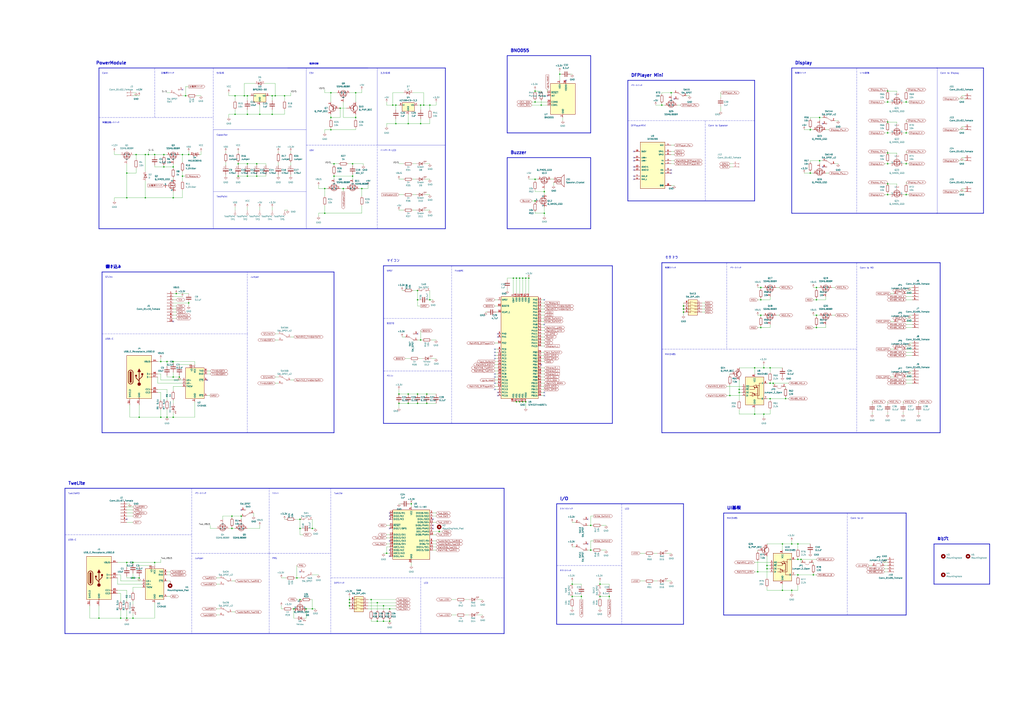
<source format=kicad_sch>
(kicad_sch (version 20211123) (generator eeschema)
  (paper "A1")
  (junction (at 421.64 228.6))
  (junction (at 132.08 297.18))
  (junction (at 657.86 459.74))
  (junction (at 431.8 228.6))
  (junction (at 223.52 78.74))
  (junction (at 152.4 78.74))
  (junction (at 271.78 76.2))
  (junction (at 353.06 86.36))
  (junction (at 426.72 330.2))
  (junction (at 492.76 480.06))
  (junction (at 551.18 76.2))
  (junction (at 223.52 93.98))
  (junction (at 561.34 251.46))
  (junction (at 325.12 101.6))
  (junction (at 134.62 127))
  (junction (at 429.26 228.6))
  (junction (at 500.38 490.22))
  (junction (at 345.44 279.4))
  (junction (at 193.04 93.98))
  (junction (at 485.14 431.8))
  (junction (at 353.06 246.38))
  (junction (at 142.24 309.88))
  (junction (at 624.84 246.38))
  (junction (at 670.56 236.22))
  (junction (at 624.84 269.24))
  (junction (at 629.92 467.36))
  (junction (at 337.82 414.02))
  (junction (at 485.14 452.12))
  (junction (at 195.58 144.78))
  (junction (at 233.68 78.74))
  (junction (at 543.56 86.36))
  (junction (at 137.16 342.9))
  (junction (at 271.78 106.68))
  (junction (at 655.32 447.04))
  (junction (at 345.44 101.6))
  (junction (at 81.28 508))
  (junction (at 728.98 109.22))
  (junction (at 114.3 474.98))
  (junction (at 429.26 330.2))
  (junction (at 632.46 302.26))
  (junction (at 642.62 447.04))
  (junction (at 642.62 485.14))
  (junction (at 149.86 127))
  (junction (at 127 127))
  (junction (at 624.84 259.08))
  (junction (at 619.76 302.26))
  (junction (at 121.92 127))
  (junction (at 198.12 424.18))
  (junction (at 292.1 76.2))
  (junction (at 670.56 259.08))
  (junction (at 342.9 246.38))
  (junction (at 728.98 134.62))
  (junction (at 439.42 147.32))
  (junction (at 317.5 454.66))
  (junction (at 469.9 490.22))
  (junction (at 744.22 83.82))
  (junction (at 728.98 125.73))
  (junction (at 622.3 469.9))
  (junction (at 426.72 228.6))
  (junction (at 424.18 330.2))
  (junction (at 246.38 434.34))
  (junction (at 320.04 510.54))
  (junction (at 134.62 137.16))
  (junction (at 561.34 256.54))
  (junction (at 431.8 330.2))
  (junction (at 292.1 96.52))
  (junction (at 670.56 246.38))
  (junction (at 655.32 459.74))
  (junction (at 256.54 500.38))
  (junction (at 335.28 323.85))
  (junction (at 635 314.96))
  (junction (at 350.52 323.85))
  (junction (at 154.94 127))
  (junction (at 665.48 142.24))
  (junction (at 665.48 106.68))
  (junction (at 200.66 78.74))
  (junction (at 728.98 83.82))
  (junction (at 477.52 490.22))
  (junction (at 629.92 464.82))
  (junction (at 203.2 78.74))
  (junction (at 650.24 447.04))
  (junction (at 673.1 132.08))
  (junction (at 281.94 154.94))
  (junction (at 350.52 331.47))
  (junction (at 266.7 154.94))
  (junction (at 287.02 497.84))
  (junction (at 279.4 88.9))
  (junction (at 624.84 236.22))
  (junction (at 668.02 472.44))
  (junction (at 492.76 490.22))
  (junction (at 190.5 434.34))
  (junction (at 469.9 480.06))
  (junction (at 246.38 426.72))
  (junction (at 655.32 472.44))
  (junction (at 193.04 78.74))
  (junction (at 154.94 248.92))
  (junction (at 210.82 144.78))
  (junction (at 607.06 322.58))
  (junction (at 619.76 340.36))
  (junction (at 627.38 340.36))
  (junction (at 289.56 134.62))
  (junction (at 256.54 434.34))
  (junction (at 213.36 93.98))
  (junction (at 335.28 331.47))
  (junction (at 142.24 162.56))
  (junction (at 360.68 436.88))
  (junction (at 309.88 495.3))
  (junction (at 99.06 508))
  (junction (at 142.24 297.18))
  (junction (at 109.22 462.28))
  (junction (at 137.16 297.18))
  (junction (at 325.12 86.36))
  (junction (at 132.08 342.9))
  (junction (at 314.96 510.54))
  (junction (at 650.24 485.14))
  (junction (at 444.5 86.36))
  (junction (at 439.42 165.1))
  (junction (at 670.56 269.24))
  (junction (at 335.28 101.6))
  (junction (at 109.22 508))
  (junction (at 226.06 78.74))
  (junction (at 728.98 74.93))
  (junction (at 342.9 238.76))
  (junction (at 439.42 74.93))
  (junction (at 645.16 327.66))
  (junction (at 314.96 497.84))
  (junction (at 142.24 137.16))
  (junction (at 142.24 342.9))
  (junction (at 744.22 134.62))
  (junction (at 289.56 144.78))
  (junction (at 297.18 154.94))
  (junction (at 627.38 302.26))
  (junction (at 111.76 127))
  (junction (at 144.78 241.3))
  (junction (at 632.46 327.66))
  (junction (at 109.22 474.98))
  (junction (at 309.88 510.54))
  (junction (at 210.82 134.62))
  (junction (at 203.2 134.62))
  (junction (at 728.98 151.13))
  (junction (at 190.5 424.18))
  (junction (at 119.38 162.56))
  (junction (at 744.22 160.02))
  (junction (at 327.66 323.85))
  (junction (at 287.02 495.3))
  (junction (at 195.58 134.62))
  (junction (at 342.9 331.47))
  (junction (at 434.34 228.6))
  (junction (at 342.9 323.85))
  (junction (at 287.02 492.76))
  (junction (at 632.46 314.96))
  (junction (at 322.58 86.36))
  (junction (at 104.14 462.28))
  (junction (at 243.84 474.98))
  (junction (at 447.04 157.48))
  (junction (at 607.06 320.04))
  (junction (at 447.04 175.26))
  (junction (at 347.98 86.36))
  (junction (at 147.32 309.88))
  (junction (at 104.14 162.56))
  (junction (at 251.46 500.38))
  (junction (at 271.78 96.52))
  (junction (at 728.98 100.33))
  (junction (at 728.98 160.02))
  (junction (at 104.14 142.24))
  (junction (at 439.42 83.82))
  (junction (at 744.22 109.22))
  (junction (at 149.86 144.78))
  (junction (at 203.2 93.98))
  (junction (at 266.7 175.26))
  (junction (at 327.66 331.47))
  (junction (at 127 462.28))
  (junction (at 561.34 254))
  (junction (at 114.3 342.9))
  (junction (at 599.44 325.12))
  (junction (at 345.44 86.36))
  (junction (at 673.1 96.52))
  (junction (at 274.32 134.62))
  (junction (at 203.2 144.78))
  (junction (at 320.04 500.38))
  (junction (at 274.32 144.78))
  (junction (at 424.18 228.6))
  (junction (at 119.38 127))
  (junction (at 304.8 492.76))
  (junction (at 241.3 500.38))
  (junction (at 246.38 492.76))
  (junction (at 459.74 60.96))
  (junction (at 104.14 508))
  (no_connect (at 104.14 426.72))
  (no_connect (at 408.94 274.32))
  (no_connect (at 142.24 264.16))
  (no_connect (at 408.94 276.86))
  (no_connect (at 170.18 312.42))
  (no_connect (at 406.4 287.02))
  (no_connect (at 408.94 325.12))
  (no_connect (at 355.6 434.34))
  (no_connect (at 320.04 457.2))
  (no_connect (at 406.4 320.04))
  (no_connect (at 320.04 421.64))
  (no_connect (at 447.04 325.12))
  (no_connect (at 551.18 142.24))
  (no_connect (at 520.7 124.46))
  (no_connect (at 464.82 66.04))
  (no_connect (at 675.64 137.16))
  (no_connect (at 444.5 299.72))
  (no_connect (at 449.58 78.74))
  (no_connect (at 675.64 101.6))
  (no_connect (at 342.9 274.32))
  (no_connect (at 406.4 314.96))
  (no_connect (at 551.18 139.7))
  (no_connect (at 553.72 81.28))
  (no_connect (at 320.04 452.12))
  (no_connect (at 406.4 292.1))
  (no_connect (at 520.7 144.78))
  (no_connect (at 198.12 419.1))
  (no_connect (at 406.4 294.64))
  (no_connect (at 520.7 137.16))
  (no_connect (at 320.04 444.5))
  (no_connect (at 320.04 434.34))
  (no_connect (at 482.6 426.72))
  (no_connect (at 723.9 462.28))
  (no_connect (at 447.04 266.7))
  (no_connect (at 520.7 139.7))
  (no_connect (at 408.94 322.58))
  (no_connect (at 447.04 322.58))
  (no_connect (at 520.7 129.54))
  (no_connect (at 447.04 246.38))
  (no_connect (at 520.7 132.08))
  (no_connect (at 355.6 431.8))
  (no_connect (at 406.4 307.34))
  (no_connect (at 149.86 73.66))
  (no_connect (at 355.6 426.72))
  (no_connect (at 520.7 147.32))
  (no_connect (at 406.4 309.88))
  (no_connect (at 320.04 424.18))
  (no_connect (at 246.38 469.9))
  (no_connect (at 482.6 447.04))
  (no_connect (at 406.4 289.56))
  (no_connect (at 320.04 426.72))
  (wire (pts (xy 789.94 129.54) (xy 792.48 129.54)))
  (wire (pts (xy 619.76 335.28) (xy 619.76 340.36)))
  (wire (pts (xy 749.3 289.56) (xy 744.22 289.56)))
  (wire (pts (xy 599.44 137.16) (xy 601.98 137.16)))
  (wire (pts (xy 137.16 472.44) (xy 139.7 472.44)))
  (wire (pts (xy 650.24 447.04) (xy 650.24 444.5)))
  (wire (pts (xy 274.32 134.62) (xy 278.13 134.62)))
  (wire (pts (xy 142.24 306.07) (xy 142.24 309.88)))
  (wire (pts (xy 349.25 172.72) (xy 353.06 172.72)))
  (wire (pts (xy 500.38 480.06) (xy 500.38 481.33)))
  (wire (pts (xy 349.25 160.02) (xy 353.06 160.02)))
  (polyline (pts (xy 251.46 119.38) (xy 309.88 119.38)))
  (wire (pts (xy 137.16 469.9) (xy 139.7 469.9)))
  (wire (pts (xy 629.92 464.82) (xy 632.46 464.82)))
  (wire (pts (xy 749.3 292.1) (xy 744.22 292.1)))
  (wire (pts (xy 289.56 134.62) (xy 298.45 134.62)))
  (wire (pts (xy 392.43 505.46) (xy 396.24 505.46)))
  (wire (pts (xy 439.42 175.26) (xy 447.04 175.26)))
  (wire (pts (xy 190.5 433.07) (xy 190.5 434.34)))
  (wire (pts (xy 652.78 472.44) (xy 655.32 472.44)))
  (wire (pts (xy 353.06 246.38) (xy 355.6 246.38)))
  (wire (pts (xy 353.06 86.36) (xy 353.06 90.17)))
  (wire (pts (xy 439.42 73.66) (xy 439.42 74.93)))
  (wire (pts (xy 342.9 238.76) (xy 342.9 246.38)))
  (wire (pts (xy 406.4 309.88) (xy 408.94 309.88)))
  (wire (pts (xy 444.5 302.26) (xy 447.04 302.26)))
  (wire (pts (xy 274.32 143.51) (xy 274.32 144.78)))
  (wire (pts (xy 439.42 165.1) (xy 439.42 166.37)))
  (wire (pts (xy 320.04 449.58) (xy 317.5 449.58)))
  (wire (pts (xy 749.3 307.34) (xy 744.22 307.34)))
  (wire (pts (xy 287.02 76.2) (xy 292.1 76.2)))
  (polyline (pts (xy 416.56 45.72) (xy 416.56 109.22)) (stroke (width 0.5) (type solid)))
  (wire (pts (xy 736.6 101.6) (xy 736.6 100.33)))
  (wire (pts (xy 104.14 162.56) (xy 93.98 162.56)))
  (wire (pts (xy 444.5 320.04) (xy 447.04 320.04)))
  (wire (pts (xy 439.42 157.48) (xy 439.42 156.21)))
  (wire (pts (xy 342.9 251.46) (xy 342.9 246.38)))
  (wire (pts (xy 114.3 464.82) (xy 114.3 466.09)))
  (wire (pts (xy 339.09 76.2) (xy 347.98 76.2)))
  (wire (pts (xy 203.2 93.98) (xy 213.36 93.98)))
  (wire (pts (xy 292.1 76.2) (xy 297.18 76.2)))
  (polyline (pts (xy 220.98 454.66) (xy 220.98 520.7)))
  (wire (pts (xy 477.52 480.06) (xy 477.52 481.33)))
  (wire (pts (xy 238.76 133.35) (xy 238.76 135.89)))
  (wire (pts (xy 298.45 134.62) (xy 298.45 135.89)))
  (wire (pts (xy 749.3 281.94) (xy 746.76 281.94)))
  (wire (pts (xy 104.14 501.65) (xy 104.14 508)))
  (wire (pts (xy 187.96 78.74) (xy 193.04 78.74)))
  (wire (pts (xy 665.48 96.52) (xy 665.48 97.79)))
  (wire (pts (xy 629.92 467.36) (xy 629.92 474.98)))
  (polyline (pts (xy 83.82 274.32) (xy 203.2 274.32)))
  (polyline (pts (xy 314.96 304.8) (xy 370.84 304.8)))
  (wire (pts (xy 96.52 472.44) (xy 99.06 472.44)))
  (wire (pts (xy 327.66 320.04) (xy 327.66 323.85)))
  (wire (pts (xy 309.88 510.54) (xy 304.8 510.54)))
  (wire (pts (xy 274.32 144.78) (xy 274.32 147.32)))
  (wire (pts (xy 223.52 170.18) (xy 223.52 172.72)))
  (polyline (pts (xy 515.62 66.04) (xy 515.62 165.1)) (stroke (width 0.5) (type solid)))
  (wire (pts (xy 726.44 134.62) (xy 728.98 134.62)))
  (wire (pts (xy 170.18 304.8) (xy 172.72 304.8)))
  (wire (pts (xy 109.22 504.19) (xy 109.22 508)))
  (wire (pts (xy 339.09 134.62) (xy 341.63 134.62)))
  (polyline (pts (xy 650.24 55.88) (xy 769.62 55.88)) (stroke (width 0.5) (type solid)))
  (wire (pts (xy 477.52 490.22) (xy 477.52 492.76)))
  (wire (pts (xy 551.18 76.2) (xy 551.18 78.74)))
  (wire (pts (xy 444.5 294.64) (xy 447.04 294.64)))
  (wire (pts (xy 213.36 170.18) (xy 213.36 172.72)))
  (polyline (pts (xy 594.36 421.64) (xy 594.36 505.46)) (stroke (width 0.5) (type solid)))
  (wire (pts (xy 142.24 297.18) (xy 142.24 298.45)))
  (wire (pts (xy 406.4 281.94) (xy 408.94 281.94)))
  (wire (pts (xy 547.37 454.66) (xy 551.18 454.66)))
  (wire (pts (xy 543.56 86.36) (xy 546.1 86.36)))
  (wire (pts (xy 749.3 287.02) (xy 744.22 287.02)))
  (wire (pts (xy 109.22 462.28) (xy 127 462.28)))
  (wire (pts (xy 754.38 339.09) (xy 754.38 340.36)))
  (wire (pts (xy 576.58 254) (xy 579.12 254)))
  (wire (pts (xy 337.82 414.02) (xy 337.82 416.56)))
  (wire (pts (xy 152.4 78.74) (xy 153.67 78.74)))
  (wire (pts (xy 317.5 454.66) (xy 320.04 454.66)))
  (wire (pts (xy 335.28 323.85) (xy 342.9 323.85)))
  (wire (pts (xy 226.06 78.74) (xy 233.68 78.74)))
  (wire (pts (xy 147.32 127) (xy 149.86 127)))
  (wire (pts (xy 789.94 154.94) (xy 792.48 154.94)))
  (wire (pts (xy 325.12 97.79) (xy 325.12 101.6)))
  (wire (pts (xy 670.56 236.22) (xy 673.1 236.22)))
  (wire (pts (xy 599.44 325.12) (xy 609.6 325.12)))
  (polyline (pts (xy 457.2 464.82) (xy 510.54 464.82)))
  (polyline (pts (xy 157.48 401.32) (xy 157.48 520.7)))
  (wire (pts (xy 551.18 152.4) (xy 553.72 152.4)))
  (wire (pts (xy 279.4 96.52) (xy 279.4 88.9)))
  (wire (pts (xy 744.22 149.86) (xy 744.22 151.13)))
  (wire (pts (xy 668.02 472.44) (xy 670.56 472.44)))
  (wire (pts (xy 142.24 246.38) (xy 144.78 246.38)))
  (wire (pts (xy 627.38 340.36) (xy 619.76 340.36)))
  (wire (pts (xy 309.88 501.65) (xy 309.88 495.3)))
  (wire (pts (xy 345.44 86.36) (xy 347.98 86.36)))
  (wire (pts (xy 726.44 83.82) (xy 728.98 83.82)))
  (polyline (pts (xy 83.82 223.52) (xy 83.82 355.6)) (stroke (width 0.5) (type solid)))
  (wire (pts (xy 132.08 342.9) (xy 114.3 342.9)))
  (wire (pts (xy 121.92 124.46) (xy 121.92 127)))
  (wire (pts (xy 309.88 495.3) (xy 325.12 495.3)))
  (polyline (pts (xy 53.34 401.32) (xy 53.34 520.7)) (stroke (width 0.5) (type solid)))
  (wire (pts (xy 281.94 154.94) (xy 281.94 157.48)))
  (wire (pts (xy 344.17 294.64) (xy 346.71 294.64)))
  (wire (pts (xy 149.86 144.78) (xy 149.86 148.59)))
  (wire (pts (xy 591.82 87.63) (xy 591.82 91.44)))
  (wire (pts (xy 129.54 307.34) (xy 132.08 307.34)))
  (wire (pts (xy 350.52 331.47) (xy 342.9 331.47)))
  (wire (pts (xy 147.32 308.61) (xy 147.32 309.88)))
  (wire (pts (xy 226.06 314.96) (xy 228.6 314.96)))
  (wire (pts (xy 73.66 508) (xy 81.28 508)))
  (polyline (pts (xy 510.54 414.02) (xy 510.54 513.08)))
  (wire (pts (xy 287.02 497.84) (xy 287.02 500.38)))
  (wire (pts (xy 749.3 243.84) (xy 744.22 243.84)))
  (wire (pts (xy 619.76 462.28) (xy 632.46 462.28)))
  (wire (pts (xy 322.58 76.2) (xy 331.47 76.2)))
  (wire (pts (xy 436.88 86.36) (xy 444.5 86.36)))
  (wire (pts (xy 485.14 444.5) (xy 485.14 452.12)))
  (wire (pts (xy 632.46 327.66) (xy 645.16 327.66)))
  (wire (pts (xy 335.28 101.6) (xy 345.44 101.6)))
  (wire (pts (xy 429.26 330.2) (xy 431.8 330.2)))
  (wire (pts (xy 607.06 322.58) (xy 607.06 328.93)))
  (wire (pts (xy 336.55 414.02) (xy 337.82 414.02)))
  (wire (pts (xy 624.84 236.22) (xy 624.84 237.49)))
  (wire (pts (xy 607.06 336.55) (xy 607.06 340.36)))
  (wire (pts (xy 406.4 297.18) (xy 408.94 297.18)))
  (wire (pts (xy 650.24 485.14) (xy 650.24 487.68)))
  (wire (pts (xy 177.8 500.38) (xy 180.34 500.38)))
  (wire (pts (xy 327.66 134.62) (xy 331.47 134.62)))
  (wire (pts (xy 354.33 279.4) (xy 358.14 279.4)))
  (wire (pts (xy 81.28 508) (xy 81.28 497.84)))
  (wire (pts (xy 728.98 339.09) (xy 728.98 340.36)))
  (wire (pts (xy 190.5 434.34) (xy 193.04 434.34)))
  (wire (pts (xy 668.02 246.38) (xy 670.56 246.38)))
  (wire (pts (xy 104.14 508) (xy 99.06 508)))
  (wire (pts (xy 670.56 259.08) (xy 670.56 260.35)))
  (wire (pts (xy 421.64 330.2) (xy 424.18 330.2)))
  (wire (pts (xy 444.5 86.36) (xy 449.58 86.36)))
  (wire (pts (xy 289.56 143.51) (xy 289.56 144.78)))
  (wire (pts (xy 129.54 320.04) (xy 137.16 320.04)))
  (wire (pts (xy 421.64 228.6) (xy 421.64 241.3)))
  (wire (pts (xy 424.18 228.6) (xy 426.72 228.6)))
  (wire (pts (xy 749.3 269.24) (xy 744.22 269.24)))
  (wire (pts (xy 673.1 96.52) (xy 673.1 99.06)))
  (wire (pts (xy 728.98 99.06) (xy 728.98 100.33)))
  (wire (pts (xy 355.6 449.58) (xy 358.14 449.58)))
  (wire (pts (xy 111.76 138.43) (xy 111.76 142.24)))
  (wire (pts (xy 228.6 124.46) (xy 228.6 125.73)))
  (wire (pts (xy 170.18 325.12) (xy 172.72 325.12)))
  (wire (pts (xy 434.34 147.32) (xy 439.42 147.32)))
  (wire (pts (xy 462.28 96.52) (xy 462.28 99.06)))
  (wire (pts (xy 320.04 510.54) (xy 314.96 510.54)))
  (polyline (pts (xy 769.62 175.26) (xy 650.24 175.26)) (stroke (width 0.5) (type solid)))
  (wire (pts (xy 429.26 228.6) (xy 431.8 228.6)))
  (polyline (pts (xy 53.34 439.42) (xy 157.48 439.42)))
  (polyline (pts (xy 314.96 218.44) (xy 314.96 347.98)) (stroke (width 0.5) (type solid)))
  (wire (pts (xy 339.09 147.32) (xy 341.63 147.32)))
  (wire (pts (xy 444.5 314.96) (xy 447.04 314.96)))
  (wire (pts (xy 561.34 254) (xy 561.34 256.54)))
  (wire (pts (xy 154.94 248.92) (xy 154.94 251.46)))
  (wire (pts (xy 449.58 73.66) (xy 449.58 76.2)))
  (wire (pts (xy 223.52 78.74) (xy 223.52 82.55)))
  (wire (pts (xy 193.04 90.17) (xy 193.04 93.98)))
  (wire (pts (xy 292.1 83.82) (xy 292.1 76.2)))
  (wire (pts (xy 137.16 297.18) (xy 142.24 297.18)))
  (wire (pts (xy 142.24 243.84) (xy 149.86 243.84)))
  (polyline (pts (xy 772.16 215.9) (xy 543.56 215.9)) (stroke (width 0.5) (type solid)))
  (polyline (pts (xy 703.58 215.9) (xy 703.58 355.6)))
  (wire (pts (xy 132.08 307.34) (xy 132.08 312.42)))
  (wire (pts (xy 342.9 86.36) (xy 345.44 86.36)))
  (wire (pts (xy 632.46 340.36) (xy 627.38 340.36)))
  (wire (pts (xy 317.5 101.6) (xy 317.5 104.14)))
  (wire (pts (xy 734.06 264.16) (xy 731.52 264.16)))
  (wire (pts (xy 137.16 309.88) (xy 142.24 309.88)))
  (wire (pts (xy 665.48 105.41) (xy 665.48 106.68)))
  (wire (pts (xy 655.32 472.44) (xy 668.02 472.44)))
  (wire (pts (xy 137.16 342.9) (xy 132.08 342.9)))
  (wire (pts (xy 670.56 259.08) (xy 673.1 259.08)))
  (wire (pts (xy 187.96 93.98) (xy 193.04 93.98)))
  (wire (pts (xy 406.4 294.64) (xy 408.94 294.64)))
  (wire (pts (xy 358.14 83.82) (xy 358.14 86.36)))
  (wire (pts (xy 734.06 287.02) (xy 731.52 287.02)))
  (wire (pts (xy 477.52 490.22) (xy 477.52 488.95)))
  (wire (pts (xy 741.68 160.02) (xy 744.22 160.02)))
  (wire (pts (xy 736.6 100.33) (xy 728.98 100.33)))
  (wire (pts (xy 154.94 71.12) (xy 152.4 71.12)))
  (wire (pts (xy 749.3 284.48) (xy 744.22 284.48)))
  (wire (pts (xy 406.4 304.8) (xy 408.94 304.8)))
  (wire (pts (xy 119.38 127) (xy 121.92 127)))
  (wire (pts (xy 736.6 74.93) (xy 728.98 74.93)))
  (wire (pts (xy 314.96 510.54) (xy 309.88 510.54)))
  (polyline (pts (xy 175.26 154.94) (xy 175.26 187.96)) (stroke (width 0) (type solid)))
  (polyline (pts (xy 53.34 401.32) (xy 414.02 401.32)) (stroke (width 0.5) (type solid)))
  (polyline (pts (xy 543.56 215.9) (xy 543.56 355.6)) (stroke (width 0.5) (type solid)))
  (wire (pts (xy 728.98 124.46) (xy 728.98 125.73)))
  (wire (pts (xy 624.84 269.24) (xy 632.46 269.24)))
  (polyline (pts (xy 220.98 454.66) (xy 271.78 454.66)))
  (wire (pts (xy 726.44 160.02) (xy 728.98 160.02)))
  (polyline (pts (xy 365.76 55.88) (xy 365.76 187.96)) (stroke (width 0.5) (type solid)))
  (wire (pts (xy 429.26 241.3) (xy 429.26 228.6)))
  (wire (pts (xy 256.54 434.34) (xy 255.27 434.34)))
  (wire (pts (xy 728.98 82.55) (xy 728.98 83.82)))
  (wire (pts (xy 744.22 83.82) (xy 746.76 83.82)))
  (wire (pts (xy 233.68 90.17) (xy 233.68 93.98)))
  (wire (pts (xy 317.5 86.36) (xy 322.58 86.36)))
  (wire (pts (xy 233.68 426.72) (xy 234.95 426.72)))
  (wire (pts (xy 406.4 289.56) (xy 408.94 289.56)))
  (wire (pts (xy 203.2 78.74) (xy 205.74 78.74)))
  (wire (pts (xy 106.68 332.74) (xy 106.68 342.9)))
  (wire (pts (xy 632.46 313.69) (xy 632.46 314.96)))
  (wire (pts (xy 347.98 76.2) (xy 347.98 86.36)))
  (wire (pts (xy 149.86 144.78) (xy 152.4 144.78)))
  (wire (pts (xy 355.6 429.26) (xy 358.14 429.26)))
  (wire (pts (xy 242.57 508) (xy 241.3 508)))
  (wire (pts (xy 736.6 125.73) (xy 728.98 125.73)))
  (wire (pts (xy 726.44 469.9) (xy 728.98 469.9)))
  (wire (pts (xy 208.28 421.64) (xy 208.28 424.18)))
  (wire (pts (xy 142.24 317.5) (xy 149.86 317.5)))
  (wire (pts (xy 668.02 259.08) (xy 670.56 259.08)))
  (wire (pts (xy 111.76 127) (xy 119.38 127)))
  (wire (pts (xy 744.22 160.02) (xy 744.22 158.75)))
  (wire (pts (xy 370.84 505.46) (xy 374.65 505.46)))
  (polyline (pts (xy 175.26 106.68) (xy 251.46 106.68)) (stroke (width 0) (type solid)))
  (wire (pts (xy 627.38 340.36) (xy 627.38 342.9)))
  (wire (pts (xy 736.6 151.13) (xy 728.98 151.13)))
  (wire (pts (xy 358.14 331.47) (xy 350.52 331.47)))
  (wire (pts (xy 93.98 127) (xy 99.06 127)))
  (wire (pts (xy 436.88 165.1) (xy 439.42 165.1)))
  (polyline (pts (xy 416.56 109.22) (xy 485.14 109.22)) (stroke (width 0.5) (type solid)))
  (wire (pts (xy 678.18 269.24) (xy 678.18 266.7)))
  (wire (pts (xy 424.18 330.2) (xy 426.72 330.2)))
  (wire (pts (xy 104.14 134.62) (xy 104.14 142.24)))
  (wire (pts (xy 655.32 472.44) (xy 655.32 473.71)))
  (wire (pts (xy 99.06 472.44) (xy 99.06 477.52)))
  (polyline (pts (xy 599.44 287.02) (xy 703.58 287.02)))
  (polyline (pts (xy 203.2 274.32) (xy 203.2 223.52)))
  (wire (pts (xy 195.58 134.62) (xy 195.58 135.89)))
  (wire (pts (xy 266.7 76.2) (xy 271.78 76.2)))
  (wire (pts (xy 238.76 76.2) (xy 238.76 78.74)))
  (polyline (pts (xy 416.56 129.54) (xy 416.56 187.96)) (stroke (width 0.5) (type solid)))
  (wire (pts (xy 210.82 134.62) (xy 210.82 135.89)))
  (wire (pts (xy 129.54 314.96) (xy 149.86 314.96)))
  (wire (pts (xy 218.44 144.78) (xy 218.44 143.51)))
  (polyline (pts (xy 365.76 187.96) (xy 81.28 187.96)) (stroke (width 0.5) (type solid)))
  (wire (pts (xy 327.66 172.72) (xy 331.47 172.72)))
  (polyline (pts (xy 457.2 414.02) (xy 457.2 513.08)) (stroke (width 0.5) (type solid)))
  (wire (pts (xy 342.9 323.85) (xy 350.52 323.85)))
  (wire (pts (xy 444.5 248.92) (xy 447.04 248.92)))
  (wire (pts (xy 741.68 109.22) (xy 744.22 109.22)))
  (wire (pts (xy 744.22 160.02) (xy 746.76 160.02)))
  (wire (pts (xy 226.06 68.58) (xy 226.06 78.74)))
  (wire (pts (xy 203.2 144.78) (xy 210.82 144.78)))
  (wire (pts (xy 629.92 314.96) (xy 632.46 314.96)))
  (wire (pts (xy 749.3 309.88) (xy 744.22 309.88)))
  (wire (pts (xy 624.84 245.11) (xy 624.84 246.38)))
  (wire (pts (xy 629.92 485.14) (xy 642.62 485.14)))
  (wire (pts (xy 537.21 454.66) (xy 539.75 454.66)))
  (wire (pts (xy 266.7 106.68) (xy 271.78 106.68)))
  (wire (pts (xy 246.38 439.42) (xy 246.38 434.34)))
  (wire (pts (xy 109.22 482.6) (xy 109.22 486.41)))
  (wire (pts (xy 607.06 302.26) (xy 619.76 302.26)))
  (wire (pts (xy 749.3 259.08) (xy 746.76 259.08)))
  (polyline (pts (xy 416.56 187.96) (xy 485.14 187.96)) (stroke (width 0.5) (type solid)))
  (wire (pts (xy 749.3 261.62) (xy 744.22 261.62)))
  (wire (pts (xy 444.5 292.1) (xy 447.04 292.1)))
  (wire (pts (xy 447.04 175.26) (xy 447.04 177.8)))
  (wire (pts (xy 104.14 474.98) (xy 109.22 474.98)))
  (wire (pts (xy 109.22 494.03) (xy 109.22 496.57)))
  (wire (pts (xy 330.2 276.86) (xy 332.74 276.86)))
  (wire (pts (xy 670.56 236.22) (xy 670.56 237.49)))
  (wire (pts (xy 444.5 266.7) (xy 447.04 266.7)))
  (wire (pts (xy 447.04 157.48) (xy 447.04 154.94)))
  (wire (pts (xy 242.57 474.98) (xy 243.84 474.98)))
  (wire (pts (xy 114.3 473.71) (xy 114.3 474.98)))
  (wire (pts (xy 447.04 170.18) (xy 447.04 175.26)))
  (wire (pts (xy 177.8 480.06) (xy 180.34 480.06)))
  (polyline (pts (xy 703.58 55.88) (xy 703.58 175.26)))
  (wire (pts (xy 406.4 314.96) (xy 408.94 314.96)))
  (polyline (pts (xy 650.24 175.26) (xy 650.24 55.88)) (stroke (width 0.5) (type solid)))
  (wire (pts (xy 302.26 497.84) (xy 314.96 497.84)))
  (wire (pts (xy 406.4 287.02) (xy 408.94 287.02)))
  (wire (pts (xy 485.14 452.12) (xy 486.41 452.12)))
  (wire (pts (xy 240.03 500.38) (xy 241.3 500.38)))
  (wire (pts (xy 537.21 477.52) (xy 539.75 477.52)))
  (wire (pts (xy 406.4 307.34) (xy 408.94 307.34)))
  (wire (pts (xy 655.32 485.14) (xy 650.24 485.14)))
  (wire (pts (xy 392.43 492.76) (xy 396.24 492.76)))
  (wire (pts (xy 223.52 78.74) (xy 226.06 78.74)))
  (wire (pts (xy 195.58 143.51) (xy 195.58 144.78)))
  (wire (pts (xy 551.18 119.38) (xy 553.72 119.38)))
  (wire (pts (xy 147.32 299.72) (xy 147.32 300.99)))
  (wire (pts (xy 104.14 429.26) (xy 109.22 429.26)))
  (wire (pts (xy 170.18 307.34) (xy 172.72 307.34)))
  (wire (pts (xy 160.02 330.2) (xy 160.02 342.9)))
  (wire (pts (xy 637.54 259.08) (xy 640.08 259.08)))
  (wire (pts (xy 728.98 464.82) (xy 726.44 464.82)))
  (wire (pts (xy 142.24 241.3) (xy 144.78 241.3)))
  (polyline (pts (xy 251.46 187.96) (xy 251.46 106.68)) (stroke (width 0) (type solid)))
  (wire (pts (xy 675.64 96.52) (xy 673.1 96.52)))
  (polyline (pts (xy 619.76 165.1) (xy 515.62 165.1)) (stroke (width 0.5) (type solid)))
  (wire (pts (xy 670.56 245.11) (xy 670.56 246.38)))
  (wire (pts (xy 203.2 134.62) (xy 203.2 135.89)))
  (polyline (pts (xy 561.34 513.08) (xy 561.34 414.02)) (stroke (width 0.5) (type solid)))
  (wire (pts (xy 238.76 124.46) (xy 238.76 125.73)))
  (wire (pts (xy 668.02 236.22) (xy 670.56 236.22)))
  (wire (pts (xy 655.32 447.04) (xy 665.48 447.04)))
  (wire (pts (xy 749.3 314.96) (xy 744.22 314.96)))
  (wire (pts (xy 195.58 144.78) (xy 203.2 144.78)))
  (wire (pts (xy 607.06 340.36) (xy 619.76 340.36)))
  (wire (pts (xy 137.16 342.9) (xy 142.24 342.9)))
  (wire (pts (xy 223.52 93.98) (xy 233.68 93.98)))
  (wire (pts (xy 96.52 462.28) (xy 104.14 462.28)))
  (wire (pts (xy 355.6 424.18) (xy 358.14 424.18)))
  (wire (pts (xy 302.26 495.3) (xy 309.88 495.3)))
  (wire (pts (xy 406.4 251.46) (xy 408.94 251.46)))
  (wire (pts (xy 624.84 236.22) (xy 627.38 236.22)))
  (polyline (pts (xy 175.26 55.88) (xy 175.26 106.68)))
  (wire (pts (xy 137.16 297.18) (xy 137.16 300.99)))
  (wire (pts (xy 683.26 259.08) (xy 685.8 259.08)))
  (polyline (pts (xy 309.88 119.38) (xy 309.88 55.88)) (stroke (width 0) (type solid)))
  (wire (pts (xy 317.5 439.42) (xy 320.04 439.42)))
  (wire (pts (xy 678.18 246.38) (xy 678.18 243.84)))
  (wire (pts (xy 492.76 490.22) (xy 492.76 491.49)))
  (wire (pts (xy 416.56 229.87) (xy 416.56 228.6)))
  (wire (pts (xy 129.54 314.96) (xy 129.54 309.88)))
  (wire (pts (xy 439.42 173.99) (xy 439.42 175.26)))
  (wire (pts (xy 190.5 502.92) (xy 193.04 502.92)))
  (wire (pts (xy 104.14 162.56) (xy 119.38 162.56)))
  (wire (pts (xy 287.02 495.3) (xy 287.02 497.84)))
  (wire (pts (xy 302.26 492.76) (xy 304.8 492.76)))
  (wire (pts (xy 195.58 133.35) (xy 195.58 134.62)))
  (wire (pts (xy 213.36 93.98) (xy 223.52 93.98)))
  (wire (pts (xy 431.8 228.6) (xy 431.8 241.3)))
  (wire (pts (xy 314.96 510.54) (xy 314.96 509.27)))
  (polyline (pts (xy 83.82 223.52) (xy 274.32 223.52)) (stroke (width 0.5) (type solid)))
  (wire (pts (xy 327.66 323.85) (xy 335.28 323.85)))
  (wire (pts (xy 525.78 477.52) (xy 529.59 477.52)))
  (wire (pts (xy 246.38 426.72) (xy 246.38 434.34)))
  (wire (pts (xy 444.5 281.94) (xy 447.04 281.94)))
  (wire (pts (xy 200.66 78.74) (xy 203.2 78.74)))
  (wire (pts (xy 670.56 269.24) (xy 678.18 269.24)))
  (wire (pts (xy 426.72 228.6) (xy 426.72 241.3)))
  (wire (pts (xy 256.54 500.38) (xy 259.08 500.38)))
  (wire (pts (xy 619.76 302.26) (xy 627.38 302.26)))
  (wire (pts (xy 132.08 336.55) (xy 132.08 342.9)))
  (wire (pts (xy 104.14 462.28) (xy 109.22 462.28)))
  (wire (pts (xy 434.34 228.6) (xy 434.34 241.3)))
  (wire (pts (xy 281.94 83.82) (xy 281.94 96.52)))
  (wire (pts (xy 665.48 142.24) (xy 668.02 142.24)))
  (wire (pts (xy 193.04 78.74) (xy 193.04 82.55)))
  (wire (pts (xy 231.14 500.38) (xy 232.41 500.38)))
  (wire (pts (xy 274.32 144.78) (xy 289.56 144.78)))
  (wire (pts (xy 469.9 499.11) (xy 469.9 500.38)))
  (wire (pts (xy 492.76 477.52) (xy 492.76 480.06)))
  (wire (pts (xy 607.06 320.04) (xy 609.6 320.04)))
  (wire (pts (xy 444.5 274.32) (xy 447.04 274.32)))
  (wire (pts (xy 93.98 162.56) (xy 93.98 165.1)))
  (wire (pts (xy 439.42 148.59) (xy 439.42 147.32)))
  (wire (pts (xy 297.18 154.94) (xy 297.18 161.29)))
  (wire (pts (xy 632.46 302.26) (xy 632.46 306.07)))
  (wire (pts (xy 749.3 264.16) (xy 744.22 264.16)))
  (wire (pts (xy 289.56 134.62) (xy 289.56 135.89)))
  (wire (pts (xy 728.98 133.35) (xy 728.98 134.62)))
  (wire (pts (xy 650.24 447.04) (xy 655.32 447.04)))
  (wire (pts (xy 93.98 124.46) (xy 93.98 127)))
  (wire (pts (xy 632.46 314.96) (xy 635 314.96)))
  (wire (pts (xy 261.62 154.94) (xy 261.62 152.4)))
  (wire (pts (xy 271.78 96.52) (xy 271.78 97.79)))
  (wire (pts (xy 327.66 147.32) (xy 331.47 147.32)))
  (wire (pts (xy 304.8 492.76) (xy 304.8 501.65)))
  (wire (pts (xy 332.74 294.64) (xy 336.55 294.64)))
  (polyline (pts (xy 236.22 55.88) (xy 302.26 55.88)) (stroke (width 0) (type solid)))
  (wire (pts (xy 213.36 431.8) (xy 213.36 434.34)))
  (wire (pts (xy 271.78 93.98) (xy 271.78 96.52)))
  (wire (pts (xy 551.18 76.2) (xy 543.56 76.2)))
  (wire (pts (xy 660.4 106.68) (xy 665.48 106.68)))
  (wire (pts (xy 350.52 323.85) (xy 358.14 323.85)))
  (wire (pts (xy 203.2 78.74) (xy 203.2 82.55)))
  (wire (pts (xy 685.8 99.06) (xy 688.34 99.06)))
  (wire (pts (xy 339.09 238.76) (xy 342.9 238.76)))
  (wire (pts (xy 142.24 248.92) (xy 154.94 248.92)))
  (wire (pts (xy 185.42 124.46) (xy 185.42 125.73)))
  (wire (pts (xy 137.16 490.22) (xy 139.7 490.22)))
  (wire (pts (xy 645.16 326.39) (xy 645.16 327.66)))
  (wire (pts (xy 261.62 175.26) (xy 266.7 175.26)))
  (wire (pts (xy 187.96 76.2) (xy 187.96 78.74)))
  (wire (pts (xy 210.82 144.78) (xy 218.44 144.78)))
  (wire (pts (xy 195.58 134.62) (xy 203.2 134.62)))
  (wire (pts (xy 728.98 83.82) (xy 731.52 83.82)))
  (wire (pts (xy 642.62 480.06) (xy 642.62 485.14)))
  (wire (pts (xy 673.1 132.08) (xy 665.48 132.08)))
  (wire (pts (xy 716.28 339.09) (xy 716.28 340.36)))
  (wire (pts (xy 256.54 492.76) (xy 256.54 500.38)))
  (wire (pts (xy 655.32 458.47) (xy 655.32 459.74)))
  (wire (pts (xy 99.06 501.65) (xy 99.06 508)))
  (wire (pts (xy 287.02 490.22) (xy 287.02 492.76)))
  (wire (pts (xy 109.22 508) (xy 127 508)))
  (wire (pts (xy 406.4 246.38) (xy 408.94 246.38)))
  (polyline (pts (xy 502.92 347.98) (xy 502.92 218.44)) (stroke (width 0.5) (type solid)))
  (wire (pts (xy 261.62 177.8) (xy 261.62 175.26)))
  (wire (pts (xy 238.76 276.86) (xy 241.3 276.86)))
  (wire (pts (xy 439.42 82.55) (xy 439.42 83.82)))
  (wire (pts (xy 629.92 464.82) (xy 629.92 467.36)))
  (wire (pts (xy 576.58 251.46) (xy 579.12 251.46)))
  (wire (pts (xy 142.24 317.5) (xy 142.24 321.31)))
  (wire (pts (xy 741.68 339.09) (xy 741.68 340.36)))
  (wire (pts (xy 789.94 78.74) (xy 792.48 78.74)))
  (wire (pts (xy 744.22 134.62) (xy 746.76 134.62)))
  (wire (pts (xy 187.96 434.34) (xy 190.5 434.34)))
  (wire (pts (xy 444.5 251.46) (xy 447.04 251.46)))
  (wire (pts (xy 96.52 480.06) (xy 116.84 480.06)))
  (wire (pts (xy 485.14 431.8) (xy 486.41 431.8)))
  (wire (pts (xy 177.8 474.98) (xy 180.34 474.98)))
  (wire (pts (xy 500.38 490.22) (xy 492.76 490.22)))
  (wire (pts (xy 355.6 421.64) (xy 358.14 421.64)))
  (wire (pts (xy 355.6 452.12) (xy 358.14 452.12)))
  (wire (pts (xy 246.38 492.76) (xy 247.65 492.76)))
  (wire (pts (xy 281.94 96.52) (xy 292.1 96.52)))
  (polyline (pts (xy 457.2 513.08) (xy 561.34 513.08)) (stroke (width 0.5) (type solid)))
  (wire (pts (xy 256.54 426.72) (xy 256.54 434.34)))
  (wire (pts (xy 134.62 137.16) (xy 142.24 137.16)))
  (wire (pts (xy 749.3 304.8) (xy 746.76 304.8)))
  (wire (pts (xy 129.54 297.18) (xy 132.08 297.18)))
  (wire (pts (xy 525.78 454.66) (xy 529.59 454.66)))
  (wire (pts (xy 314.96 497.84) (xy 325.12 497.84)))
  (wire (pts (xy 161.29 78.74) (xy 165.1 78.74)))
  (wire (pts (xy 149.86 156.21) (xy 149.86 162.56)))
  (wire (pts (xy 624.84 259.08) (xy 627.38 259.08)))
  (wire (pts (xy 576.58 256.54) (xy 579.12 256.54)))
  (wire (pts (xy 744.22 124.46) (xy 744.22 125.73)))
  (wire (pts (xy 652.78 459.74) (xy 655.32 459.74)))
  (wire (pts (xy 266.7 175.26) (xy 297.18 175.26)))
  (wire (pts (xy 193.04 78.74) (xy 200.66 78.74)))
  (wire (pts (xy 444.5 317.5) (xy 447.04 317.5)))
  (polyline (pts (xy 83.82 355.6) (xy 274.32 355.6)) (stroke (width 0.5) (type solid)))
  (wire (pts (xy 629.92 457.2) (xy 629.92 464.82)))
  (wire (pts (xy 660.4 142.24) (xy 665.48 142.24)))
  (polyline (pts (xy 807.72 55.88) (xy 807.72 175.26)) (stroke (width 0.5) (type solid)))
  (wire (pts (xy 104.14 421.64) (xy 109.22 421.64)))
  (wire (pts (xy 165.1 124.46) (xy 165.1 127)))
  (wire (pts (xy 127 137.16) (xy 134.62 137.16)))
  (wire (pts (xy 670.56 246.38) (xy 678.18 246.38)))
  (wire (pts (xy 500.38 490.22) (xy 500.38 492.76)))
  (wire (pts (xy 142.24 134.62) (xy 142.24 137.16)))
  (wire (pts (xy 599.44 316.23) (xy 599.44 325.12)))
  (wire (pts (xy 477.52 490.22) (xy 469.9 490.22)))
  (wire (pts (xy 203.2 434.34) (xy 213.36 434.34)))
  (polyline (pts (xy 767.08 447.04) (xy 812.8 447.04)) (stroke (width 0.5) (type solid)))
  (wire (pts (xy 619.76 302.26) (xy 619.76 307.34)))
  (wire (pts (xy 741.68 330.2) (xy 741.68 331.47)))
  (wire (pts (xy 256.54 472.44) (xy 261.62 472.44)))
  (polyline (pts (xy 81.28 96.52) (xy 127 96.52)))
  (wire (pts (xy 190.5 424.18) (xy 198.12 424.18)))
  (wire (pts (xy 190.5 477.52) (xy 193.04 477.52)))
  (wire (pts (xy 345.44 101.6) (xy 353.06 101.6)))
  (polyline (pts (xy 515.62 99.06) (xy 619.76 99.06)))
  (wire (pts (xy 736.6 127) (xy 736.6 125.73)))
  (wire (pts (xy 276.86 76.2) (xy 271.78 76.2)))
  (wire (pts (xy 127 462.28) (xy 127 464.82)))
  (wire (pts (xy 665.48 132.08) (xy 665.48 133.35)))
  (wire (pts (xy 152.4 71.12) (xy 152.4 78.74)))
  (wire (pts (xy 728.98 158.75) (xy 728.98 160.02)))
  (wire (pts (xy 469.9 429.26) (xy 472.44 429.26)))
  (wire (pts (xy 642.62 447.04) (xy 642.62 452.12)))
  (wire (pts (xy 317.5 447.04) (xy 320.04 447.04)))
  (wire (pts (xy 233.68 172.72) (xy 236.22 172.72)))
  (wire (pts (xy 149.86 78.74) (xy 152.4 78.74)))
  (wire (pts (xy 274.32 134.62) (xy 274.32 135.89)))
  (wire (pts (xy 355.6 444.5) (xy 358.14 444.5)))
  (wire (pts (xy 459.74 60.96) (xy 461.01 60.96)))
  (wire (pts (xy 238.76 143.51) (xy 238.76 144.78)))
  (wire (pts (xy 129.54 322.58) (xy 132.08 322.58)))
  (wire (pts (xy 754.38 330.2) (xy 754.38 331.47)))
  (wire (pts (xy 645.16 327.66) (xy 647.7 327.66)))
  (wire (pts (xy 596.9 325.12) (xy 599.44 325.12)))
  (wire (pts (xy 185.42 133.35) (xy 185.42 135.89)))
  (wire (pts (xy 494.03 452.12) (xy 497.84 452.12)))
  (wire (pts (xy 741.68 134.62) (xy 744.22 134.62)))
  (wire (pts (xy 607.06 322.58) (xy 609.6 322.58)))
  (wire (pts (xy 160.02 297.18) (xy 160.02 299.72)))
  (wire (pts (xy 99.06 508) (xy 81.28 508)))
  (polyline (pts (xy 485.14 187.96) (xy 485.14 129.54)) (stroke (width 0.5) (type solid)))
  (wire (pts (xy 251.46 500.38) (xy 251.46 508)))
  (wire (pts (xy 439.42 147.32) (xy 441.96 147.32)))
  (wire (pts (xy 345.44 97.79) (xy 345.44 101.6)))
  (wire (pts (xy 104.14 473.71) (xy 104.14 474.98)))
  (wire (pts (xy 622.3 452.12) (xy 622.3 453.39)))
  (wire (pts (xy 226.06 279.4) (xy 228.6 279.4)))
  (wire (pts (xy 749.3 238.76) (xy 744.22 238.76)))
  (wire (pts (xy 622.3 236.22) (xy 624.84 236.22)))
  (wire (pts (xy 325.12 101.6) (xy 335.28 101.6)))
  (wire (pts (xy 426.72 330.2) (xy 429.26 330.2)))
  (polyline (pts (xy 53.34 520.7) (xy 414.02 520.7)) (stroke (width 0.5) (type solid)))
  (wire (pts (xy 728.98 109.22) (xy 731.52 109.22)))
  (wire (pts (xy 736.6 152.4) (xy 736.6 151.13)))
  (wire (pts (xy 271.78 76.2) (xy 271.78 83.82)))
  (wire (pts (xy 642.62 447.04) (xy 650.24 447.04)))
  (wire (pts (xy 314.96 497.84) (xy 314.96 501.65)))
  (wire (pts (xy 398.78 256.54) (xy 400.05 256.54)))
  (polyline (pts (xy 543.56 355.6) (xy 772.16 355.6)) (stroke (width 0.5) (type solid)))
  (wire (pts (xy 142.24 256.54) (xy 144.78 256.54)))
  (wire (pts (xy 444.5 259.08) (xy 447.04 259.08)))
  (wire (pts (xy 444.5 256.54) (xy 447.04 256.54)))
  (wire (pts (xy 673.1 96.52) (xy 665.48 96.52)))
  (wire (pts (xy 551.18 132.08) (xy 553.72 132.08)))
  (wire (pts (xy 327.66 160.02) (xy 331.47 160.02)))
  (wire (pts (xy 177.8 505.46) (xy 180.34 505.46)))
  (polyline (pts (xy 807.72 175.26) (xy 769.62 175.26)) (stroke (width 0.5) (type solid)))
  (wire (pts (xy 787.4 132.08) (xy 792.48 132.08)))
  (wire (pts (xy 787.4 81.28) (xy 792.48 81.28)))
  (wire (pts (xy 726.44 467.36) (xy 728.98 467.36)))
  (wire (pts (xy 353.06 86.36) (xy 358.14 86.36)))
  (wire (pts (xy 487.68 444.5) (xy 485.14 444.5)))
  (wire (pts (xy 596.9 317.5) (xy 609.6 317.5)))
  (wire (pts (xy 444.5 312.42) (xy 447.04 312.42)))
  (wire (pts (xy 345.44 251.46) (xy 342.9 251.46)))
  (wire (pts (xy 624.84 267.97) (xy 624.84 269.24)))
  (wire (pts (xy 292.1 105.41) (xy 292.1 106.68)))
  (wire (pts (xy 728.98 107.95) (xy 728.98 109.22)))
  (wire (pts (xy 242.57 426.72) (xy 246.38 426.72)))
  (wire (pts (xy 444.5 276.86) (xy 447.04 276.86)))
  (wire (pts (xy 106.68 342.9) (xy 114.3 342.9)))
  (polyline (pts (xy 314.96 218.44) (xy 502.92 218.44)) (stroke (width 0.5) (type solid)))
  (wire (pts (xy 632.46 302.26) (xy 642.62 302.26)))
  (wire (pts (xy 416.56 237.49) (xy 416.56 238.76)))
  (wire (pts (xy 668.02 269.24) (xy 670.56 269.24)))
  (wire (pts (xy 99.06 487.68) (xy 99.06 494.03)))
  (wire (pts (xy 226.06 309.88) (xy 228.6 309.88)))
  (polyline (pts (xy 619.76 66.04) (xy 619.76 165.1)) (stroke (width 0.5) (type solid)))
  (wire (pts (xy 563.88 78.74) (xy 566.42 78.74)))
  (wire (pts (xy 203.2 143.51) (xy 203.2 144.78)))
  (wire (pts (xy 668.02 462.28) (xy 668.02 463.55)))
  (wire (pts (xy 149.86 127) (xy 154.94 127)))
  (wire (pts (xy 447.04 157.48) (xy 447.04 160.02)))
  (wire (pts (xy 210.82 143.51) (xy 210.82 144.78)))
  (wire (pts (xy 182.88 424.18) (xy 182.88 426.72)))
  (wire (pts (xy 142.24 251.46) (xy 144.78 251.46)))
  (wire (pts (xy 370.84 492.76) (xy 374.65 492.76)))
  (wire (pts (xy 294.64 154.94) (xy 297.18 154.94)))
  (wire (pts (xy 193.04 170.18) (xy 193.04 172.72)))
  (wire (pts (xy 728.98 134.62) (xy 731.52 134.62)))
  (wire (pts (xy 109.22 78.74) (xy 114.3 78.74)))
  (wire (pts (xy 561.34 248.92) (xy 561.34 251.46)))
  (wire (pts (xy 281.94 154.94) (xy 284.48 154.94)))
  (wire (pts (xy 787.4 157.48) (xy 792.48 157.48)))
  (wire (pts (xy 203.2 90.17) (xy 203.2 93.98)))
  (wire (pts (xy 109.22 471.17) (xy 109.22 474.98)))
  (wire (pts (xy 406.4 292.1) (xy 408.94 292.1)))
  (polyline (pts (xy 772.16 355.6) (xy 772.16 215.9)) (stroke (width 0.5) (type solid)))
  (wire (pts (xy 444.5 289.56) (xy 447.04 289.56)))
  (wire (pts (xy 271.78 106.68) (xy 292.1 106.68)))
  (wire (pts (xy 599.44 134.62) (xy 601.98 134.62)))
  (wire (pts (xy 728.98 330.2) (xy 728.98 331.47)))
  (wire (pts (xy 144.78 241.3) (xy 154.94 241.3)))
  (polyline (pts (xy 309.88 187.96) (xy 309.88 119.38)) (stroke (width 0) (type dash)))
  (wire (pts (xy 668.02 471.17) (xy 668.02 472.44)))
  (wire (pts (xy 248.92 439.42) (xy 246.38 439.42)))
  (wire (pts (xy 744.22 83.82) (xy 744.22 82.55)))
  (wire (pts (xy 416.56 228.6) (xy 421.64 228.6)))
  (wire (pts (xy 444.5 325.12) (xy 447.04 325.12)))
  (wire (pts (xy 325.12 86.36) (xy 325.12 90.17)))
  (wire (pts (xy 632.46 327.66) (xy 632.46 328.93)))
  (wire (pts (xy 439.42 74.93) (xy 444.5 74.93)))
  (wire (pts (xy 728.98 459.74) (xy 726.44 459.74)))
  (wire (pts (xy 459.74 58.42) (xy 459.74 60.96)))
  (wire (pts (xy 382.27 492.76) (xy 384.81 492.76)))
  (wire (pts (xy 304.8 492.76) (xy 325.12 492.76)))
  (wire (pts (xy 622.3 246.38) (xy 624.84 246.38)))
  (wire (pts (xy 255.27 492.76) (xy 256.54 492.76)))
  (wire (pts (xy 104.14 508) (xy 109.22 508)))
  (wire (pts (xy 406.4 312.42) (xy 408.94 312.42)))
  (wire (pts (xy 543.56 76.2) (xy 543.56 77.47)))
  (wire (pts (xy 132.08 459.74) (xy 132.08 462.28)))
  (wire (pts (xy 134.62 127) (xy 134.62 128.27)))
  (wire (pts (xy 424.18 241.3) (xy 424.18 228.6)))
  (wire (pts (xy 231.14 497.84) (xy 231.14 500.38)))
  (wire (pts (xy 444.5 307.34) (xy 447.04 307.34)))
  (wire (pts (xy 406.4 317.5) (xy 408.94 317.5)))
  (wire (pts (xy 444.5 82.55) (xy 444.5 86.36)))
  (wire (pts (xy 147.32 299.72) (xy 157.48 299.72)))
  (wire (pts (xy 500.38 490.22) (xy 500.38 488.95)))
  (wire (pts (xy 431.8 330.2) (xy 431.8 335.28)))
  (wire (pts (xy 655.32 459.74) (xy 657.86 459.74)))
  (wire (pts (xy 142.24 339.09) (xy 142.24 342.9)))
  (wire (pts (xy 266.7 168.91) (xy 266.7 175.26)))
  (wire (pts (xy 337.82 462.28) (xy 337.82 464.82)))
  (wire (pts (xy 789.94 104.14) (xy 792.48 104.14)))
  (wire (pts (xy 203.2 134.62) (xy 210.82 134.62)))
  (wire (pts (xy 223.52 90.17) (xy 223.52 93.98)))
  (wire (pts (xy 111.76 142.24) (xy 104.14 142.24)))
  (wire (pts (xy 637.54 236.22) (xy 640.08 236.22)))
  (polyline (pts (xy 414.02 520.7) (xy 414.02 401.32)) (stroke (width 0.5) (type solid)))
  (polyline (pts (xy 370.84 218.44) (xy 370.84 254)))
  (wire (pts (xy 104.14 424.18) (xy 109.22 424.18)))
  (wire (pts (xy 607.06 320.04) (xy 607.06 322.58)))
  (wire (pts (xy 673.1 132.08) (xy 673.1 134.62)))
  (wire (pts (xy 132.08 462.28) (xy 127 462.28)))
  (wire (pts (xy 355.6 436.88) (xy 360.68 436.88)))
  (wire (pts (xy 632.46 246.38) (xy 632.46 243.84)))
  (wire (pts (xy 322.58 76.2) (xy 322.58 86.36)))
  (wire (pts (xy 749.3 241.3) (xy 744.22 241.3)))
  (wire (pts (xy 210.82 134.62) (xy 218.44 134.62)))
  (wire (pts (xy 576.58 248.92) (xy 579.12 248.92)))
  (wire (pts (xy 137.16 76.2) (xy 139.7 76.2)))
  (wire (pts (xy 149.86 127) (xy 149.86 133.35)))
  (polyline (pts (xy 543.56 287.02) (xy 599.44 287.02)))
  (wire (pts (xy 142.24 309.88) (xy 147.32 309.88)))
  (wire (pts (xy 292.1 93.98) (xy 292.1 96.52)))
  (wire (pts (xy 132.08 297.18) (xy 137.16 297.18)))
  (wire (pts (xy 163.83 127) (xy 165.1 127)))
  (wire (pts (xy 99.06 477.52) (xy 116.84 477.52)))
  (wire (pts (xy 382.27 505.46) (xy 384.81 505.46)))
  (wire (pts (xy 317.5 449.58) (xy 317.5 454.66)))
  (wire (pts (xy 330.2 238.76) (xy 331.47 238.76)))
  (wire (pts (xy 607.06 312.42) (xy 607.06 320.04)))
  (wire (pts (xy 444.5 264.16) (xy 447.04 264.16)))
  (wire (pts (xy 213.36 86.36) (xy 213.36 93.98)))
  (polyline (pts (xy 596.9 215.9) (xy 596.9 287.02)))
  (wire (pts (xy 685.8 134.62) (xy 688.34 134.62)))
  (wire (pts (xy 142.24 328.93) (xy 142.24 331.47)))
  (wire (pts (xy 137.16 336.55) (xy 137.16 342.9)))
  (wire (pts (xy 119.38 127) (xy 119.38 140.97)))
  (wire (pts (xy 200.66 68.58) (xy 200.66 78.74)))
  (wire (pts (xy 256.54 434.34) (xy 259.08 434.34)))
  (wire (pts (xy 349.25 147.32) (xy 353.06 147.32)))
  (polyline (pts (xy 274.32 355.6) (xy 274.32 223.52)) (stroke (width 0.5) (type solid)))
  (wire (pts (xy 228.6 143.51) (xy 228.6 144.78)))
  (wire (pts (xy 96.52 485.14) (xy 104.14 485.14)))
  (wire (pts (xy 629.92 327.66) (xy 632.46 327.66)))
  (wire (pts (xy 436.88 83.82) (xy 439.42 83.82)))
  (wire (pts (xy 345.44 271.78) (xy 345.44 279.4)))
  (wire (pts (xy 185.42 143.51) (xy 185.42 144.78)))
  (wire (pts (xy 444.5 246.38) (xy 447.04 246.38)))
  (wire (pts (xy 241.3 500.38) (xy 241.3 508)))
  (wire (pts (xy 317.5 431.8) (xy 320.04 431.8)))
  (wire (pts (xy 744.22 99.06) (xy 744.22 100.33)))
  (wire (pts (xy 452.12 147.32) (xy 454.66 147.32)))
  (wire (pts (xy 142.24 254) (xy 144.78 254)))
  (wire (pts (xy 73.66 497.84) (xy 73.66 508)))
  (wire (pts (xy 622.3 269.24) (xy 624.84 269.24)))
  (wire (pts (xy 137.16 308.61) (xy 137.16 309.88)))
  (wire (pts (xy 142.24 342.9) (xy 160.02 342.9)))
  (wire (pts (xy 104.14 462.28) (xy 104.14 466.09)))
  (wire (pts (xy 561.34 256.54) (xy 561.34 259.08)))
  (wire (pts (xy 728.98 149.86) (xy 728.98 151.13)))
  (polyline (pts (xy 175.26 157.48) (xy 251.46 157.48)) (stroke (width 0) (type solid)))
  (wire (pts (xy 266.7 154.94) (xy 266.7 161.29)))
  (wire (pts (xy 444.5 269.24) (xy 447.04 269.24)))
  (polyline (pts (xy 370.84 307.34) (xy 370.84 347.98)))
  (wire (pts (xy 142.24 297.18) (xy 160.02 297.18)))
  (polyline (pts (xy 457.2 414.02) (xy 561.34 414.02)) (stroke (width 0.5) (type solid)))
  (wire (pts (xy 421.64 228.6) (xy 424.18 228.6)))
  (polyline (pts (xy 127 96.52) (xy 175.26 96.52)))
  (wire (pts (xy 104.14 142.24) (xy 104.14 162.56)))
  (wire (pts (xy 678.18 106.68) (xy 680.72 106.68)))
  (wire (pts (xy 127 495.3) (xy 127 508)))
  (wire (pts (xy 279.4 88.9) (xy 284.48 88.9)))
  (wire (pts (xy 292.1 96.52) (xy 292.1 97.79)))
  (wire (pts (xy 553.72 76.2) (xy 551.18 76.2)))
  (wire (pts (xy 279.4 154.94) (xy 281.94 154.94)))
  (wire (pts (xy 749.3 246.38) (xy 744.22 246.38)))
  (wire (pts (xy 426.72 228.6) (xy 429.26 228.6)))
  (wire (pts (xy 217.17 68.58) (xy 226.06 68.58)))
  (polyline (pts (xy 345.44 474.98) (xy 345.44 520.7)))
  (polyline (pts (xy 515.62 66.04) (xy 619.76 66.04)) (stroke (width 0.5) (type solid)))
  (wire (pts (xy 203.2 170.18) (xy 203.2 172.72)))
  (wire (pts (xy 744.22 73.66) (xy 744.22 74.93)))
  (wire (pts (xy 132.08 322.58) (xy 132.08 328.93)))
  (wire (pts (xy 482.6 431.8) (xy 485.14 431.8)))
  (wire (pts (xy 444.5 284.48) (xy 447.04 284.48)))
  (wire (pts (xy 132.08 294.64) (xy 132.08 297.18)))
  (wire (pts (xy 154.94 124.46) (xy 154.94 127)))
  (polyline (pts (xy 271.78 474.98) (xy 414.02 474.98)))
  (wire (pts (xy 233.68 78.74) (xy 238.76 78.74)))
  (wire (pts (xy 104.14 414.02) (xy 106.68 414.02)))
  (wire (pts (xy 111.76 127) (xy 111.76 130.81)))
  (polyline (pts (xy 769.62 55.88) (xy 807.72 55.88)) (stroke (width 0.5) (type solid)))
  (wire (pts (xy 635 314.96) (xy 635 317.5)))
  (wire (pts (xy 551.18 127) (xy 553.72 127)))
  (wire (pts (xy 266.7 154.94) (xy 261.62 154.94)))
  (wire (pts (xy 734.06 309.88) (xy 731.52 309.88)))
  (wire (pts (xy 342.9 246.38) (xy 344.17 246.38)))
  (polyline (pts (xy 579.12 99.06) (xy 579.12 165.1)))
  (wire (pts (xy 190.5 425.45) (xy 190.5 424.18)))
  (wire (pts (xy 543.56 85.09) (xy 543.56 86.36)))
  (wire (pts (xy 561.34 251.46) (xy 561.34 254)))
  (wire (pts (xy 469.9 477.52) (xy 469.9 480.06)))
  (wire (pts (xy 327.66 331.47) (xy 327.66 335.28)))
  (wire (pts (xy 355.6 447.04) (xy 358.14 447.04)))
  (wire (pts (xy 243.84 464.82) (xy 243.84 474.98)))
  (wire (pts (xy 266.7 106.68) (xy 266.7 109.22)))
  (wire (pts (xy 243.84 492.76) (xy 246.38 492.76)))
  (wire (pts (xy 182.88 424.18) (xy 190.5 424.18)))
  (wire (pts (xy 353.06 238.76) (xy 353.06 246.38)))
  (wire (pts (xy 109.22 462.28) (xy 109.22 463.55)))
  (wire (pts (xy 469.9 490.22) (xy 469.9 491.49)))
  (wire (pts (xy 354.33 294.64) (xy 358.14 294.64)))
  (wire (pts (xy 749.3 266.7) (xy 744.22 266.7)))
  (wire (pts (xy 142.24 162.56) (xy 149.86 162.56)))
  (wire (pts (xy 468.63 60.96) (xy 469.9 60.96)))
  (wire (pts (xy 622.3 469.9) (xy 632.46 469.9)))
  (wire (pts (xy 728.98 160.02) (xy 731.52 160.02)))
  (wire (pts (xy 353.06 246.38) (xy 351.79 246.38)))
  (wire (pts (xy 713.74 464.82) (xy 716.28 464.82)))
  (wire (pts (xy 134.62 127) (xy 137.16 127)))
  (wire (pts (xy 406.4 302.26) (xy 408.94 302.26)))
  (wire (pts (xy 454.66 149.86) (xy 454.66 152.4)))
  (wire (pts (xy 297.18 168.91) (xy 297.18 175.26)))
  (polyline (pts (xy 175.26 106.68) (xy 175.26 154.94)) (stroke (width 0) (type solid)))
  (wire (pts (xy 119.38 162.56) (xy 142.24 162.56)))
  (wire (pts (xy 342.9 279.4) (xy 345.44 279.4)))
  (wire (pts (xy 406.4 320.04) (xy 408.94 320.04)))
  (polyline (pts (xy 744.22 505.46) (xy 744.22 421.64)) (stroke (width 0.5) (type solid)))
  (wire (pts (xy 243.84 474.98) (xy 246.38 474.98)))
  (polyline (pts (xy 314.96 347.98) (xy 502.92 347.98)) (stroke (width 0.5) (type solid)))
  (wire (pts (xy 127 127) (xy 134.62 127)))
  (wire (pts (xy 317.5 454.66) (xy 314.96 454.66)))
  (wire (pts (xy 487.68 424.18) (xy 485.14 424.18)))
  (wire (pts (xy 444.5 261.62) (xy 447.04 261.62)))
  (polyline (pts (xy 251.46 55.88) (xy 251.46 106.68)) (stroke (width 0) (type solid)))
  (wire (pts (xy 233.68 78.74) (xy 233.68 82.55)))
  (wire (pts (xy 193.04 93.98) (xy 203.2 93.98)))
  (wire (pts (xy 749.3 312.42) (xy 744.22 312.42)))
  (wire (pts (xy 407.67 256.54) (xy 408.94 256.54)))
  (wire (pts (xy 317.5 83.82) (xy 317.5 86.36)))
  (wire (pts (xy 675.64 132.08) (xy 673.1 132.08)))
  (polyline (pts (xy 81.28 55.88) (xy 365.76 55.88)) (stroke (width 0.5) (type solid)))
  (wire (pts (xy 172.72 434.34) (xy 172.72 431.8)))
  (wire (pts (xy 632.46 269.24) (xy 632.46 266.7)))
  (wire (pts (xy 302.26 154.94) (xy 297.18 154.94)))
  (wire (pts (xy 322.58 86.36) (xy 325.12 86.36)))
  (wire (pts (xy 345.44 279.4) (xy 346.71 279.4)))
  (wire (pts (xy 749.3 236.22) (xy 746.76 236.22)))
  (wire (pts (xy 238.76 312.42) (xy 241.3 312.42)))
  (wire (pts (xy 246.38 434.34) (xy 247.65 434.34)))
  (wire (pts (xy 492.76 499.11) (xy 492.76 500.38)))
  (wire (pts (xy 96.52 487.68) (xy 99.06 487.68)))
  (wire (pts (xy 309.88 510.54) (xy 309.88 509.27)))
  (wire (pts (xy 137.16 477.52) (xy 139.7 477.52)))
  (wire (pts (xy 109.22 76.2) (xy 111.76 76.2)))
  (wire (pts (xy 320.04 501.65) (xy 320.04 500.38)))
  (wire (pts (xy 134.62 135.89) (xy 134.62 137.16)))
  (wire (pts (xy 650.24 485.14) (xy 642.62 485.14)))
  (wire (pts (xy 744.22 109.22) (xy 746.76 109.22)))
  (wire (pts (xy 655.32 481.33) (xy 655.32 485.14)))
  (wire (pts (xy 629.92 447.04) (xy 642.62 447.04)))
  (wire (pts (xy 547.37 477.52) (xy 551.18 477.52)))
  (wire (pts (xy 172.72 434.34) (xy 177.8 434.34)))
  (polyline (pts (xy 81.28 55.88) (xy 81.28 187.96)) (stroke (width 0.5) (type solid)))
  (wire (pts (xy 645.16 317.5) (xy 645.16 318.77)))
  (wire (pts (xy 744.22 109.22) (xy 744.22 107.95)))
  (wire (pts (xy 335.28 331.47) (xy 327.66 331.47)))
  (wire (pts (xy 482.6 452.12) (xy 485.14 452.12)))
  (wire (pts (xy 339.09 160.02) (xy 341.63 160.02)))
  (polyline (pts (xy 485.14 109.22) (xy 485.14 45.72)) (stroke (width 0.5) (type solid)))
  (wire (pts (xy 218.44 134.62) (xy 218.44 135.89)))
  (wire (pts (xy 716.28 330.2) (xy 716.28 331.47)))
  (wire (pts (xy 787.4 106.68) (xy 792.48 106.68)))
  (wire (pts (xy 485.14 424.18) (xy 485.14 431.8)))
  (polyline (pts (xy 594.36 505.46) (xy 744.22 505.46)) (stroke (width 0.5) (type solid)))
  (wire (pts (xy 744.22 134.62) (xy 744.22 133.35)))
  (wire (pts (xy 632.46 336.55) (xy 632.46 340.36)))
  (wire (pts (xy 360.68 436.88) (xy 363.22 436.88)))
  (wire (pts (xy 231.14 474.98) (xy 234.95 474.98)))
  (wire (pts (xy 142.24 261.62) (xy 144.78 261.62)))
  (polyline (pts (xy 220.98 454.66) (xy 220.98 401.32)))
  (wire (pts (xy 142.24 137.16) (xy 142.24 138.43)))
  (wire (pts (xy 469.9 449.58) (xy 472.44 449.58)))
  (wire (pts (xy 109.22 482.6) (xy 116.84 482.6)))
  (wire (pts (xy 726.44 109.22) (xy 728.98 109.22)))
  (wire (pts (xy 287.02 492.76) (xy 287.02 495.3)))
  (polyline (pts (xy 203.2 274.32) (xy 203.2 355.6)))
  (wire (pts (xy 622.3 259.08) (xy 624.84 259.08)))
  (wire (pts (xy 657.86 459.74) (xy 657.86 462.28)))
  (wire (pts (xy 556.26 86.36) (xy 558.8 86.36)))
  (wire (pts (xy 538.48 86.36) (xy 543.56 86.36)))
  (wire (pts (xy 198.12 424.18) (xy 198.12 426.72)))
  (wire (pts (xy 317.5 441.96) (xy 320.04 441.96)))
  (wire (pts (xy 220.98 78.74) (xy 223.52 78.74)))
  (wire (pts (xy 657.86 459.74) (xy 670.56 459.74)))
  (wire (pts (xy 355.6 439.42) (xy 358.14 439.42)))
  (wire (pts (xy 149.86 140.97) (xy 149.86 144.78)))
  (wire (pts (xy 459.74 60.96) (xy 459.74 66.04)))
  (wire (pts (xy 200.66 68.58) (xy 209.55 68.58)))
  (polyline (pts (xy 271.78 401.32) (xy 271.78 520.7)))
  (wire (pts (xy 678.18 142.24) (xy 680.72 142.24)))
  (wire (pts (xy 347.98 86.36) (xy 353.06 86.36)))
  (wire (pts (xy 271.78 134.62) (xy 274.32 134.62)))
  (wire (pts (xy 665.48 140.97) (xy 665.48 142.24)))
  (wire (pts (xy 627.38 302.26) (xy 627.38 299.72)))
  (wire (pts (xy 109.22 127) (xy 111.76 127)))
  (wire (pts (xy 271.78 96.52) (xy 279.4 96.52)))
  (wire (pts (xy 335.28 93.98) (xy 335.28 101.6)))
  (wire (pts (xy 142.24 259.08) (xy 144.78 259.08)))
  (wire (pts (xy 624.84 246.38) (xy 632.46 246.38)))
  (polyline (pts (xy 594.36 421.64) (xy 744.22 421.64)) (stroke (width 0.5) (type solid)))
  (polyline (pts (xy 309.88 119.38) (xy 365.76 119.38)) (stroke (width 0) (type solid)))
  (wire (pts (xy 121.92 127) (xy 127 127)))
  (wire (pts (xy 109.22 474.98) (xy 114.3 474.98)))
  (wire (pts (xy 619.76 469.9) (xy 622.3 469.9)))
  (wire (pts (xy 551.18 134.62) (xy 553.72 134.62)))
  (wire (pts (xy 119.38 148.59) (xy 119.38 162.56)))
  (polyline (pts (xy 157.48 454.66) (xy 220.98 454.66)))
  (wire (pts (xy 266.7 73.66) (xy 266.7 76.2)))
  (wire (pts (xy 269.24 154.94) (xy 266.7 154.94)))
  (wire (pts (xy 741.68 83.82) (xy 744.22 83.82)))
  (wire (pts (xy 342.9 331.47) (xy 335.28 331.47)))
  (wire (pts (xy 96.52 480.06) (xy 96.52 474.98)))
  (wire (pts (xy 327.66 414.02) (xy 328.93 414.02)))
  (wire (pts (xy 132.08 312.42) (xy 149.86 312.42)))
  (wire (pts (xy 444.5 309.88) (xy 447.04 309.88)))
  (wire (pts (xy 251.46 500.38) (xy 256.54 500.38)))
  (wire (pts (xy 104.14 419.1) (xy 109.22 419.1)))
  (wire (pts (xy 271.78 105.41) (xy 271.78 106.68)))
  (wire (pts (xy 444.5 322.58) (xy 447.04 322.58)))
  (wire (pts (xy 297.18 73.66) (xy 297.18 76.2)))
  (wire (pts (xy 624.84 259.08) (xy 624.84 260.35)))
  (wire (pts (xy 500.38 480.06) (xy 492.76 480.06)))
  (wire (pts (xy 431.8 228.6) (xy 434.34 228.6)))
  (wire (pts (xy 447.04 157.48) (xy 439.42 157.48)))
  (wire (pts (xy 339.09 172.72) (xy 341.63 172.72)))
  (wire (pts (xy 736.6 76.2) (xy 736.6 74.93)))
  (polyline (pts (xy 767.08 480.06) (xy 812.8 480.06)) (stroke (width 0.5) (type solid)))
  (wire (pts (xy 551.18 124.46) (xy 553.72 124.46)))
  (wire (pts (xy 353.06 97.79) (xy 353.06 101.6)))
  (wire (pts (xy 228.6 133.35) (xy 228.6 135.89)))
  (wire (pts (xy 444.5 271.78) (xy 447.04 271.78)))
  (wire (pts (xy 444.5 254) (xy 447.04 254)))
  (polyline (pts (xy 695.96 421.64) (xy 695.96 505.46)))
  (wire (pts (xy 349.25 134.62) (xy 353.06 134.62)))
  (wire (pts (xy 127 135.89) (xy 127 137.16)))
  (wire (pts (xy 142.24 157.48) (xy 142.24 162.56)))
  (wire (pts (xy 406.4 299.72) (xy 408.94 299.72)))
  (wire (pts (xy 444.5 297.18) (xy 447.04 297.18)))
  (wire (pts (xy 683.26 236.22) (xy 685.8 236.22)))
  (polyline (pts (xy 812.8 480.06) (xy 812.8 447.04)) (stroke (width 0.5) (type solid)))
  (polyline (pts (xy 769.62 55.88) (xy 769.62 175.26)) (stroke (width 0) (type solid)))
  (wire (pts (xy 104.14 485.14) (xy 104.14 494.03)))
  (wire (pts (xy 728.98 73.66) (xy 728.98 74.93)))
  (wire (pts (xy 154.94 127) (xy 156.21 127)))
  (wire (pts (xy 320.04 510.54) (xy 320.04 509.27)))
  (wire (pts (xy 728.98 462.28) (xy 723.9 462.28)))
  (wire (pts (xy 629.92 467.36) (xy 632.46 467.36)))
  (wire (pts (xy 665.48 106.68) (xy 668.02 106.68)))
  (wire (pts (xy 114.3 464.82) (xy 124.46 464.82)))
  (wire (pts (xy 635 314.96) (xy 647.7 314.96)))
  (wire (pts (xy 627.38 302.26) (xy 632.46 302.26)))
  (wire (pts (xy 142.24 146.05) (xy 142.24 147.32)))
  (polyline (pts (xy 314.96 261.62) (xy 370.84 261.62)))
  (wire (pts (xy 444.5 279.4) (xy 447.04 279.4)))
  (wire (pts (xy 599.44 307.34) (xy 599.44 308.61)))
  (wire (pts (xy 629.92 482.6) (xy 629.92 485.14)))
  (polyline (pts (xy 767.08 447.04) (xy 767.08 480.06)) (stroke (width 0.5) (type solid)))
  (wire (pts (xy 104.14 416.56) (xy 109.22 416.56)))
  (wire (pts (xy 127 127) (xy 127 128.27)))
  (wire (pts (xy 734.06 241.3) (xy 731.52 241.3)))
  (wire (pts (xy 622.3 461.01) (xy 622.3 469.9)))
  (wire (pts (xy 285.75 134.62) (xy 289.56 134.62)))
  (wire (pts (xy 444.5 304.8) (xy 447.04 304.8)))
  (wire (pts (xy 477.52 480.06) (xy 469.9 480.06)))
  (wire (pts (xy 226.06 274.32) (xy 228.6 274.32)))
  (polyline (pts (xy 370.84 254) (xy 370.84 307.34)))
  (wire (pts (xy 289.56 144.78) (xy 289.56 147.32)))
  (wire (pts (xy 302.26 152.4) (xy 302.26 154.94)))
  (wire (pts (xy 320.04 500.38) (xy 325.12 500.38)))
  (wire (pts (xy 439.42 83.82) (xy 449.58 83.82)))
  (wire (pts (xy 655.32 447.04) (xy 655.32 450.85)))
  (wire (pts (xy 317.5 101.6) (xy 325.12 101.6)))
  (wire (pts (xy 114.3 342.9) (xy 114.3 332.74)))
  (wire (pts (xy 325.12 86.36) (xy 327.66 86.36)))
  (wire (pts (xy 302.26 500.38) (xy 320.04 500.38)))
  (wire (pts (xy 137.16 320.04) (xy 137.16 328.93)))
  (wire (pts (xy 304.8 510.54) (xy 304.8 509.27)))
  (wire (pts (xy 195.58 124.46) (xy 195.58 125.73)))
  (wire (pts (xy 494.03 431.8) (xy 497.84 431.8)))
  (polyline (pts (xy 127 96.52) (xy 127 55.88)))
  (wire (pts (xy 250.19 508) (xy 251.46 508)))
  (wire (pts (xy 591.82 76.2) (xy 591.82 80.01)))
  (wire (pts (xy 670.56 267.97) (xy 670.56 269.24)))
  (wire (pts (xy 187.96 93.98) (xy 187.96 96.52)))
  (polyline (pts (xy 485.14 45.72) (xy 416.56 45.72)) (stroke (width 0.5) (type solid)))
  (wire (pts (xy 345.44 86.36) (xy 345.44 90.17)))
  (polyline (pts (xy 416.56 129.54) (xy 485.14 129.54)) (stroke (width 0.5) (type solid)))
  (text "書き込み" (at 86.36 220.98 0) (effects (font (size 2.54 2.54) (thickness 0.508) bold) (justify left bottom)))
  (text "主電源スイッチ" (at 132.08 60.96 0) (effects (font (size 1.27 1.27)) (justify left bottom)))
  (text "電源切替" (at 254 53.34 0) (effects (font (size 1.27 1.27) bold) (justify left bottom)))
  (text "パワースイッチ" (at 160.02 406.4 0) (effects (font (size 1.27 1.27)) (justify left bottom)))
  (text "Conn to MD" (at 706.12 220.98 0) (effects (font (size 1.27 1.27)) (justify left bottom)))
  (text "PowerModule" (at 78.74 53.34 0) (effects (font (size 2.54 2.54) (thickness 0.508) bold) (justify left bottom)))
  (text "Conn to Speaker" (at 581.66 104.14 0) (effects (font (size 1.27 1.27)) (justify left bottom)))
  (text "STLink" (at 86.36 228.6 0) (effects (font (size 1.27 1.27)) (justify left bottom)))
  (text "TestPoint" (at 177.8 162.56 0) (effects (font (size 1.27 1.27)) (justify left bottom)))
  (text "TweLiteR3" (at 55.88 406.4 0) (effects (font (size 1.27 1.27)) (justify left bottom)))
  (text "リセット" (at 223.52 406.4 0) (effects (font (size 1.27 1.27)) (justify left bottom)))
  (text "F446RE" (at 373.38 223.52 0) (effects (font (size 1.27 1.27)) (justify left bottom)))
  (text "LED" (at 347.98 480.06 0) (effects (font (size 1.27 1.27)) (justify left bottom)))
  (text "Conn to UI" (at 698.5 426.72 0) (effects (font (size 1.27 1.27)) (justify left bottom)))
  (text "TweLite" (at 55.88 398.78 0) (effects (font (size 2.54 2.54) (thickness 0.508) bold) (justify left bottom)))
  (text "I/O" (at 459.74 411.48 0) (effects (font (size 2.54 2.54) (thickness 0.508) bold) (justify left bottom)))
  (text "Jumper" (at 205.74 228.6 0) (effects (font (size 1.27 1.27)) (justify left bottom)))
  (text "Jumper" (at 160.02 459.74 0) (effects (font (size 1.27 1.27)) (justify left bottom)))
  (text "保護回路・スイッチ" (at 83.82 101.6 0) (effects (font (size 1.27 1.27)) (justify left bottom)))
  (text "DFPlayer Mini" (at 518.16 63.5 0) (effects (font (size 2.54 2.54) (thickness 0.508) bold) (justify left bottom)))
  (text "USB-C" (at 86.36 279.4 0) (effects (font (size 1.27 1.27)) (justify left bottom)))
  (text "USB-C" (at 55.88 444.5 0) (effects (font (size 1.27 1.27)) (justify left bottom)))
  (text "3.3V生成" (at 312.42 60.96 0) (effects (font (size 1.27 1.27)) (justify left bottom)))
  (text "スライドスイッチ" (at 459.74 419.1 0) (effects (font (size 1.27 1.27)) (justify left bottom)))
  (text "制御スイッチ" (at 652.78 60.96 0) (effects (font (size 1.27 1.27)) (justify left bottom)))
  (text "UI基板" (at 596.9 419.1 0) (effects (font (size 2.54 2.54) bold) (justify left bottom)))
  (text "TweLite" (at 274.32 406.4 0) (effects (font (size 1.27 1.27)) (justify left bottom)))
  (text "マイコン" (at 317.5 215.9 0) (effects (font (size 2.54 2.54) (thickness 0.254) bold) (justify left bottom)))
  (text "DIPスイッチ" (at 274.32 480.06 0) (effects (font (size 1.27 1.27)) (justify left bottom)))
  (text "DFPlayerMini" (at 518.16 104.14 0) (effects (font (size 1.27 1.27)) (justify left bottom)))
  (text "Display" (at 652.78 53.34 0) (effects (font (size 2.54 2.54) (thickness 0.508) bold) (justify left bottom)))
  (text "LED" (at 513.08 419.1 0) (effects (font (size 1.27 1.27)) (justify left bottom)))
  (text "Conn to Display" (at 772.16 60.96 0) (effects (font (size 1.27 1.27)) (justify left bottom)))
  (text "Buzzer" (at 419.1 127 0) (effects (font (size 2.54 2.54) (thickness 0.508) bold) (justify left bottom)))
  (text "MAX3485" (at 596.9 426.72 0) (effects (font (size 1.27 1.27)) (justify left bottom)))
  (text "パワースイッチ" (at 518.16 71.12 0) (effects (font (size 1.27 1.27)) (justify left bottom)))
  (text "Capacitor" (at 177.8 111.76 0) (effects (font (size 1.27 1.27)) (justify left bottom)))
  (text "U5V" (at 254 124.46 0) (effects (font (size 1.27 1.27)) (justify left bottom)))
  (text "パワースイッチ" (at 599.44 220.98 0) (effects (font (size 1.27 1.27)) (justify left bottom)))
  (text "モタドラ" (at 546.1 213.36 0) (effects (font (size 2.54 2.54) (thickness 0.254) bold) (justify left bottom)))
  (text "E5V" (at 254 60.96 0) (effects (font (size 1.27 1.27)) (justify left bottom)))
  (text "MAX3485" (at 546.1 292.1 0) (effects (font (size 1.27 1.27)) (justify left bottom)))
  (text "インジケーターLED" (at 312.42 124.46 0) (effects (font (size 1.27 1.27)) (justify left bottom)))
  (text "制御スイッチ" (at 546.1 220.98 0) (effects (font (size 1.27 1.27)) (justify left bottom)))
  (text "Conn" (at 83.82 60.96 0) (effects (font (size 1.27 1.27)) (justify left bottom)))
  (text "5V生成" (at 177.8 60.96 0) (effects (font (size 1.27 1.27)) (justify left bottom)))
  (text "ねじ穴" (at 769.62 444.5 0) (effects (font (size 2.54 2.54) (thickness 0.508) bold) (justify left bottom)))
  (text "NRST" (at 317.5 223.52 0) (effects (font (size 1.27 1.27)) (justify left bottom)))
  (text "パスコン" (at 317.5 309.88 0) (effects (font (size 1.27 1.27)) (justify left bottom)))
  (text "レベル変換" (at 706.12 60.96 0) (effects (font (size 1.27 1.27)) (justify left bottom)))
  (text "BNO055" (at 419.1 43.18 0) (effects (font (size 2.54 2.54) bold) (justify left bottom)))
  (text "タクトスイッチ" (at 459.74 469.9 0) (effects (font (size 1.27 1.27)) (justify left bottom)))
  (text "BOOT0" (at 317.5 266.7 0) (effects (font (size 1.27 1.27)) (justify left bottom)))
  (text "PRG" (at 223.52 459.74 0) (effects (font (size 1.27 1.27)) (justify left bottom)))
  (label "VSYS" (at 266.7 73.66 180))
  (label "Twe_VBUS" (at 132.08 459.74 0))
  (label "VSYS" (at 271.78 134.62 180))
  (label "S-S" (at 137.16 76.2 180))
  (label "VSYS" (at 238.76 76.2 0))
  (label "S-S" (at 121.92 124.46 0))
  (label "VSYS" (at 327.66 134.62 180))
  (label "Twe_VBUS" (at 172.72 431.8 180))
  (global_label "Display_Pw_L" (shape bidirectional) (at 728.98 124.46 180) (property "Intersheet References" "${INTERSHEET_REFS}" (effects hide)))
  (global_label "TweUSBRX" (shape bidirectional) (at 139.7 472.44 0) (property "Intersheet References" "${INTERSHEET_REFS}" (effects hide)))
  (global_label "RS485_UI_A" (shape bidirectional) (at 670.56 459.74 0) (property "Intersheet References" "${INTERSHEET_REFS}" (effects hide)))
  (global_label "Display2_L" (shape input) (at 447.04 304.8 0) (property "Intersheet References" "${INTERSHEET_REFS}" (effects hide)))
  (global_label "gyro_reset" (shape output) (at 406.4 312.42 180) (property "Intersheet References" "${INTERSHEET_REFS}" (effects hide)))
  (global_label "MD1" (shape input) (at 622.3 246.38 180) (property "Intersheet References" "${INTERSHEET_REFS}" (effects hide)))
  (global_label "Twe_SW2" (shape bidirectional) (at 317.5 447.04 180) (property "Intersheet References" "${INTERSHEET_REFS}" (effects hide)))
  (global_label "RS485_MD_A" (shape bidirectional) (at 744.22 312.42 180) (property "Intersheet References" "${INTERSHEET_REFS}" (effects hide)))
  (global_label "Twe_LED1" (shape bidirectional) (at 370.84 492.76 180) (property "Intersheet References" "${INTERSHEET_REFS}" (effects hide)))
  (global_label "V_Measure" (shape output) (at 152.4 144.78 0) (property "Intersheet References" "${INTERSHEET_REFS}" (effects hide)))
  (global_label "PRG" (shape bidirectional) (at 243.84 492.76 180) (property "Intersheet References" "${INTERSHEET_REFS}" (effects hide)))
  (global_label "NRST" (shape output) (at 345.44 251.46 0) (property "Intersheet References" "${INTERSHEET_REFS}" (effects hide)))
  (global_label "Twe_SW2" (shape bidirectional) (at 325.12 495.3 0) (property "Intersheet References" "${INTERSHEET_REFS}" (effects hide)))
  (global_label "TCK" (shape bidirectional) (at 144.78 246.38 0) (property "Intersheet References" "${INTERSHEET_REFS}" (effects hide)))
  (global_label "TweUSBTX" (shape bidirectional) (at 139.7 469.9 0) (property "Intersheet References" "${INTERSHEET_REFS}" (effects hide)))
  (global_label "Display4_L" (shape input) (at 447.04 284.48 0) (property "Intersheet References" "${INTERSHEET_REFS}" (effects hide)))
  (global_label "MD4_Pw" (shape bidirectional) (at 685.8 259.08 0) (property "Intersheet References" "${INTERSHEET_REFS}" (effects hide)))
  (global_label "MainRX2_F446WriteTX" (shape bidirectional) (at 447.04 254 0) (property "Intersheet References" "${INTERSHEET_REFS}" (effects hide)))
  (global_label "MD3" (shape input) (at 668.02 246.38 180) (property "Intersheet References" "${INTERSHEET_REFS}" (effects hide)))
  (global_label "Twe_SW4" (shape bidirectional) (at 325.12 500.38 0) (property "Intersheet References" "${INTERSHEET_REFS}" (effects hide)))
  (global_label "TweR3RX" (shape bidirectional) (at 177.8 500.38 180) (property "Intersheet References" "${INTERSHEET_REFS}" (effects hide)))
  (global_label "Slide_Switch1" (shape output) (at 487.68 424.18 0) (property "Intersheet References" "${INTERSHEET_REFS}" (effects hide)))
  (global_label "TMS" (shape bidirectional) (at 144.78 251.46 0) (property "Intersheet References" "${INTERSHEET_REFS}" (effects hide)))
  (global_label "SET" (shape bidirectional) (at 317.5 439.42 180) (property "Intersheet References" "${INTERSHEET_REFS}" (effects hide)))
  (global_label "SPK2" (shape bidirectional) (at 553.72 127 0) (property "Intersheet References" "${INTERSHEET_REFS}" (effects hide)))
  (global_label "MainRX1_UITX" (shape bidirectional) (at 619.76 462.28 180) (property "Intersheet References" "${INTERSHEET_REFS}" (effects hide)))
  (global_label "Display_Pw_L" (shape bidirectional) (at 728.98 99.06 180) (property "Intersheet References" "${INTERSHEET_REFS}" (effects hide)))
  (global_label "MD4_GPIO" (shape input) (at 731.52 309.88 180) (property "Intersheet References" "${INTERSHEET_REFS}" (effects hide)))
  (global_label "TweR3TX" (shape bidirectional) (at 177.8 474.98 180) (property "Intersheet References" "${INTERSHEET_REFS}" (effects hide)))
  (global_label "Display_Pw_H" (shape bidirectional) (at 744.22 149.86 0) (property "Intersheet References" "${INTERSHEET_REFS}" (effects hide)))
  (global_label "PRG" (shape bidirectional) (at 363.22 436.88 0) (property "Intersheet References" "${INTERSHEET_REFS}" (effects hide)))
  (global_label "MD4_GPIO" (shape output) (at 447.04 320.04 0) (property "Intersheet References" "${INTERSHEET_REFS}" (effects hide)))
  (global_label "Slide_Switch2" (shape output) (at 487.68 444.5 0) (property "Intersheet References" "${INTERSHEET_REFS}" (effects hide)))
  (global_label "Display_Pw_H" (shape bidirectional) (at 744.22 124.46 0) (property "Intersheet References" "${INTERSHEET_REFS}" (effects hide)))
  (global_label "F446USBRX" (shape bidirectional) (at 172.72 307.34 0) (property "Intersheet References" "${INTERSHEET_REFS}" (effects hide)))
  (global_label "MainRX3_MDTX" (shape bidirectional) (at 406.4 299.72 180) (property "Intersheet References" "${INTERSHEET_REFS}" (effects hide)))
  (global_label "MainTX2_F446WriteRX" (shape bidirectional) (at 241.3 312.42 0) (property "Intersheet References" "${INTERSHEET_REFS}" (effects hide)))
  (global_label "Display1_L" (shape input) (at 447.04 307.34 0) (property "Intersheet References" "${INTERSHEET_REFS}" (effects hide)))
  (global_label "DFPlayer_Pw" (shape bidirectional) (at 558.8 86.36 0) (property "Intersheet References" "${INTERSHEET_REFS}" (effects hide)))
  (global_label "MD2_Pw" (shape bidirectional) (at 728.98 330.2 0) (property "Intersheet References" "${INTERSHEET_REFS}" (effects hide)))
  (global_label "Display2_H" (shape output) (at 746.76 109.22 0) (property "Intersheet References" "${INTERSHEET_REFS}" (effects hide)))
  (global_label "TweUSBRX" (shape bidirectional) (at 177.8 505.46 180) (property "Intersheet References" "${INTERSHEET_REFS}" (effects hide)))
  (global_label "F446USBTX" (shape bidirectional) (at 226.06 279.4 180) (property "Intersheet References" "${INTERSHEET_REFS}" (effects hide)))
  (global_label "RST" (shape bidirectional) (at 317.5 431.8 180) (property "Intersheet References" "${INTERSHEET_REFS}" (effects hide)))
  (global_label "RS485_MD_B" (shape bidirectional) (at 744.22 269.24 180) (property "Intersheet References" "${INTERSHEET_REFS}" (effects hide)))
  (global_label "MainRX5_DFPlayerTX" (shape bidirectional) (at 406.4 281.94 180) (property "Intersheet References" "${INTERSHEET_REFS}" (effects hide)))
  (global_label "SWO" (shape bidirectional) (at 447.04 297.18 0) (property "Intersheet References" "${INTERSHEET_REFS}" (effects hide)))
  (global_label "Display4_L" (shape input) (at 726.44 160.02 180) (property "Intersheet References" "${INTERSHEET_REFS}" (effects hide)))
  (global_label "主電源スイッチ" (shape input) (at 134.62 152.4 180) (property "Intersheet References" "${INTERSHEET_REFS}" (effects hide)))
  (global_label "MainTX1_UIRX" (shape bidirectional) (at 619.76 469.9 180) (property "Intersheet References" "${INTERSHEET_REFS}" (effects hide)))
  (global_label "Twe_SW3" (shape bidirectional) (at 358.14 424.18 0) (property "Intersheet References" "${INTERSHEET_REFS}" (effects hide)))
  (global_label "gyro_reset" (shape input) (at 449.58 73.66 90) (property "Intersheet References" "${INTERSHEET_REFS}" (effects hide)))
  (global_label "Twe_SW1" (shape bidirectional) (at 317.5 441.96 180) (property "Intersheet References" "${INTERSHEET_REFS}" (effects hide)))
  (global_label "TweWriteTX_TweRX0" (shape bidirectional) (at 193.04 477.52 0) (property "Intersheet References" "${INTERSHEET_REFS}" (effects hide)))
  (global_label "TweWriteTX_TweRX0" (shape bidirectional) (at 358.14 444.5 0) (property "Intersheet References" "${INTERSHEET_REFS}" (effects hide)))
  (global_label "Display3_H" (shape input) (at 787.4 132.08 180) (property "Intersheet References" "${INTERSHEET_REFS}" (effects hide)))
  (global_label "BOOT0" (shape bidirectional) (at 332.74 294.64 180) (property "Intersheet References" "${INTERSHEET_REFS}" (effects hide)))
  (global_label "STLinkRX" (shape bidirectional) (at 226.06 309.88 180) (property "Intersheet References" "${INTERSHEET_REFS}" (effects hide)))
  (global_label "RS485_MD_A" (shape bidirectional) (at 647.7 314.96 0) (property "Intersheet References" "${INTERSHEET_REFS}" (effects hide)))
  (global_label "MD1_GPIO" (shape input) (at 731.52 241.3 180) (property "Intersheet References" "${INTERSHEET_REFS}" (effects hide)))
  (global_label "TweR3TX" (shape bidirectional) (at 109.22 421.64 0) (property "Intersheet References" "${INTERSHEET_REFS}" (effects hide)))
  (global_label "NRST" (shape output) (at 144.78 254 0) (property "Intersheet References" "${INTERSHEET_REFS}" (effects hide)))
  (global_label "Buzzer" (shape bidirectional) (at 447.04 276.86 0) (property "Intersheet References" "${INTERSHEET_REFS}" (effects hide)))
  (global_label "Twe_SW4" (shape bidirectional) (at 358.14 421.64 0) (property "Intersheet References" "${INTERSHEET_REFS}" (effects hide)))
  (global_label "LED1" (shape input) (at 447.04 256.54 0) (property "Intersheet References" "${INTERSHEET_REFS}" (effects hide)))
  (global_label "Tact_Switch2" (shape output) (at 447.04 289.56 0) (property "Intersheet References" "${INTERSHEET_REFS}" (effects hide)))
  (global_label "V_Measure" (shape input) (at 447.04 248.92 0) (property "Intersheet References" "${INTERSHEET_REFS}" (effects hide)))
  (global_label "MainRX6_TweTX1" (shape bidirectional) (at 358.14 449.58 0) (property "Intersheet References" "${INTERSHEET_REFS}" (effects hide)))
  (global_label "F446USBRX" (shape bidirectional) (at 226.06 314.96 180) (property "Intersheet References" "${INTERSHEET_REFS}" (effects hide)))
  (global_label "STLinkTX" (shape bidirectional) (at 144.78 259.08 0) (property "Intersheet References" "${INTERSHEET_REFS}" (effects hide)))
  (global_label "TweWriteRX_TweTX0" (shape bidirectional) (at 193.04 502.92 0) (property "Intersheet References" "${INTERSHEET_REFS}" (effects hide)))
  (global_label "Display1_L" (shape input) (at 726.44 83.82 180) (property "Intersheet References" "${INTERSHEET_REFS}" (effects hide)))
  (global_label "MainRX2_F446WriteTX" (shape bidirectional) (at 241.3 276.86 0) (property "Intersheet References" "${INTERSHEET_REFS}" (effects hide)))
  (global_label "RS485_MD_A" (shape bidirectional) (at 744.22 289.56 180) (property "Intersheet References" "${INTERSHEET_REFS}" (effects hide)))
  (global_label "NRST" (shape input) (at 406.4 246.38 180) (property "Intersheet References" "${INTERSHEET_REFS}" (effects hide)))
  (global_label "UI_GPIO" (shape bidirectional) (at 447.04 274.32 0) (property "Intersheet References" "${INTERSHEET_REFS}" (effects hide)))
  (global_label "MainTX5_DFPlayerRX" (shape bidirectional) (at 553.72 134.62 0) (property "Intersheet References" "${INTERSHEET_REFS}" (effects hide)))
  (global_label "Display1_H" (shape input) (at 787.4 81.28 180) (property "Intersheet References" "${INTERSHEET_REFS}" (effects hide)))
  (global_label "MainRX6_TweTX1" (shape bidirectional) (at 406.4 304.8 180) (property "Intersheet References" "${INTERSHEET_REFS}" (effects hide)))
  (global_label "RS485_UI_B" (shape bidirectional) (at 726.44 469.9 180) (property "Intersheet References" "${INTERSHEET_REFS}" (effects hide)))
  (global_label "Twe_LED2" (shape bidirectional) (at 358.14 429.26 0) (property "Intersheet References" "${INTERSHEET_REFS}" (effects hide)))
  (global_label "RS485_MD_B" (shape bidirectional) (at 744.22 314.96 180) (property "Intersheet References" "${INTERSHEET_REFS}" (effects hide)))
  (global_label "Display_Pw_H" (shape bidirectional) (at 680.72 106.68 0) (property "Intersheet References" "${INTERSHEET_REFS}" (effects hide)))
  (global_label "Tact_Switch2" (shape output) (at 500.38 492.76 270) (property "Intersheet References" "${INTERSHEET_REFS}" (effects hide)))
  (global_label "LED1" (shape input) (at 525.78 454.66 180) (property "Intersheet References" "${INTERSHEET_REFS}" (effects hide)))
  (global_label "TweR3RX" (shape bidirectional) (at 109.22 416.56 0) (property "Intersheet References" "${INTERSHEET_REFS}" (effects hide)))
  (global_label "Display3_H" (shape output) (at 746.76 134.62 0) (property "Intersheet References" "${INTERSHEET_REFS}" (effects hide)))
  (global_label "TCK" (shape bidirectional) (at 447.04 281.94 0) (property "Intersheet References" "${INTERSHEET_REFS}" (effects hide)))
  (global_label "I2C1_SDA" (shape bidirectional) (at 447.04 312.42 0) (property "Intersheet References" "${INTERSHEET_REFS}" (effects hide)))
  (global_label "STLinkTX" (shape bidirectional) (at 226.06 274.32 180) (property "Intersheet References" "${INTERSHEET_REFS}" (effects hide)))
  (global_label "RS485_UI_A" (shape bidirectional) (at 726.44 467.36 180) (property "Intersheet References" "${INTERSHEET_REFS}" (effects hide)))
  (global_label "UI_GPIO" (shape bidirectional) (at 713.74 464.82 180) (property "Intersheet References" "${INTERSHEET_REFS}" (effects hide)))
  (global_label "Display1_H" (shape output) (at 746.76 83.82 0) (property "Intersheet References" "${INTERSHEET_REFS}" (effects hide)))
  (global_label "MD1_Pw" (shape bidirectional) (at 744.22 238.76 180) (property "Intersheet References" "${INTERSHEET_REFS}" (effects hide)))
  (global_label "MD4" (shape output) (at 579.12 256.54 0) (property "Intersheet References" "${INTERSHEET_REFS}" (effects hide)))
  (global_label "Display3_L" (shape input) (at 726.44 134.62 180) (property "Intersheet References" "${INTERSHEET_REFS}" (effects hide)))
  (global_label "RST" (shape bidirectional) (at 139.7 490.22 0) (property "Intersheet References" "${INTERSHEET_REFS}" (effects hide)))
  (global_label "STLinkRX" (shape bidirectional) (at 144.78 261.62 0) (property "Intersheet References" "${INTERSHEET_REFS}" (effects hide)))
  (global_label "Display3_L" (shape input) (at 447.04 302.26 0) (property "Intersheet References" "${INTERSHEET_REFS}" (effects hide)))
  (global_label "NRST" (shape output) (at 172.72 325.12 0) (property "Intersheet References" "${INTERSHEET_REFS}" (effects hide)))
  (global_label "MD1_Pw" (shape bidirectional) (at 716.28 330.2 0) (property "Intersheet References" "${INTERSHEET_REFS}" (effects hide)))
  (global_label "MD2" (shape input) (at 622.3 269.24 180) (property "Intersheet References" "${INTERSHEET_REFS}" (effects hide)))
  (global_label "RST" (shape bidirectional) (at 109.22 424.18 0) (property "Intersheet References" "${INTERSHEET_REFS}" (effects hide)))
  (global_label "SPK1" (shape bidirectional) (at 599.44 134.62 180) (property "Intersheet References" "${INTERSHEET_REFS}" (effects hide)))
  (global_label "MD1_GPIO" (shape output) (at 447.04 292.1 0) (property "Intersheet References" "${INTERSHEET_REFS}" (effects hide)))
  (global_label "SPK1" (shape bidirectional) (at 553.72 124.46 0) (property "Intersheet References" "${INTERSHEET_REFS}" (effects hide)))
  (global_label "Display2_H" (shape input) (at 787.4 106.68 180) (property "Intersheet References" "${INTERSHEET_REFS}" (effects hide)))
  (global_label "F446USBTX" (shape bidirectional) (at 172.72 304.8 0) (property "Intersheet References" "${INTERSHEET_REFS}" (effects hide)))
  (global_label "MD4_Pw" (shape bidirectional) (at 744.22 307.34 180) (property "Intersheet References" "${INTERSHEET_REFS}" (effects hide)))
  (global_label "MainRX5_DFPlayerTX" (shape bidirectional) (at 553.72 132.08 0) (property "Intersheet References" "${INTERSHEET_REFS}" (effects hide)))
  (global_label "Display_Pw_L" (shape bidirectional) (at 680.72 142.24 0) (property "Intersheet References" "${INTERSHEET_REFS}" (effects hide)))
  (global_label "RS485_MD_B" (shape bidirectional) (at 744.22 292.1 180) (property "Intersheet References" "${INTERSHEET_REFS}" (effects hide)))
  (global_label "IndicatorLED" (shape output) (at 281.94 157.48 270) (property "Intersheet References" "${INTERSHEET_REFS}" (effects hide)))
  (global_label "IndicatorLED" (shape input) (at 327.66 160.02 180) (property "Intersheet References" "${INTERSHEET_REFS}" (effects hide)))
  (global_label "MD1" (shape output) (at 579.12 248.92 0) (property "Intersheet References" "${INTERSHEET_REFS}" (effects hide)))
  (global_label "Twe_LED1" (shape bidirectional) (at 358.14 439.42 0) (property "Intersheet References" "${INTERSHEET_REFS}" (effects hide)))
  (global_label "MD2_Pw" (shape bidirectional) (at 744.22 261.62 180) (property "Intersheet References" "${INTERSHEET_REFS}" (effects hide)))
  (global_label "RS485_MD_B" (shape bidirectional) (at 647.7 327.66 0) (property "Intersheet References" "${INTERSHEET_REFS}" (effects hide)))
  (global_label "Display4_H" (shape input) (at 787.4 157.48 180) (property "Intersheet References" "${INTERSHEET_REFS}" (effects hide)))
  (global_label "RS485_UI_B" (shape bidirectional) (at 670.56 472.44 0) (property "Intersheet References" "${INTERSHEET_REFS}" (effects hide)))
  (global_label "MD2_GPIO" (shape output) (at 447.04 294.64 0) (property "Intersheet References" "${INTERSHEET_REFS}" (effects hide)))
  (global_label "MainRX1_UITX" (shape bidirectional) (at 447.04 271.78 0) (property "Intersheet References" "${INTERSHEET_REFS}" (effects hide)))
  (global_label "Twe_SW3" (shape bidirectional) (at 325.12 497.84 0) (property "Intersheet References" "${INTERSHEET_REFS}" (effects hide)))
  (global_label "TweWriteRX_TweTX0" (shape bidirectional) (at 358.14 447.04 0) (property "Intersheet References" "${INTERSHEET_REFS}" (effects hide)))
  (global_label "Buzzer" (shape bidirectional) (at 436.88 165.1 180) (property "Intersheet References" "${INTERSHEET_REFS}" (effects hide)))
  (global_label "RS485_MD_A" (shape bidirectional) (at 744.22 243.84 180) (property "Intersheet References" "${INTERSHEET_REFS}" (effects hide)))
  (global_label "MD2_GPIO" (shape input) (at 731.52 264.16 180) (property "Intersheet References" "${INTERSHEET_REFS}" (effects hide)))
  (global_label "MD4_Pw" (shape bidirectional) (at 754.38 330.2 0) (property "Intersheet References" "${INTERSHEET_REFS}" (effects hide)))
  (global_label "MD3_Pw" (shape bidirectional) (at 685.8 236.22 0) (property "Intersheet References" "${INTERSHEET_REFS}" (effects hide)))
  (global_label "MainTX6_TweRX1" (shape bidirectional) (at 406.4 302.26 180) (property "Intersheet References" "${INTERSHEET_REFS}" (effects hide)))
  (global_label "I2C1_SCL" (shape bidirectional) (at 447.04 309.88 0) (property "Intersheet References" "${INTERSHEET_REFS}" (effects hide)))
  (global_label "MD3_GPIO" (shape output) (at 447.04 317.5 0) (property "Intersheet References" "${INTERSHEET_REFS}" (effects hide)))
  (global_label "MD2_Pw" (shape bidirectional) (at 640.08 259.08 0) (property "Intersheet References" "${INTERSHEET_REFS}" (effects hide)))
  (global_label "MainTX3_MDRX" (shape bidirectional) (at 447.04 314.96 0) (property "Intersheet References" "${INTERSHEET_REFS}" (effects hide)))
  (global_label "Display_Pw_H" (shape bidirectional) (at 744.22 99.06 0) (property "Intersheet References" "${INTERSHEET_REFS}" (effects hide)))
  (global_label "MD3_Pw" (shape bidirectional) (at 741.68 330.2 0) (property "Intersheet References" "${INTERSHEET_REFS}" (effects hide)))
  (global_label "MainTX2_F446WriteRX" (shape bidirectional) (at 447.04 251.46 0) (property "Intersheet References" "${INTERSHEET_REFS}" (effects hide)))
  (global_label "MainTX3_MDRX" (shape bidirectional) (at 596.9 325.12 180) (property "Intersheet References" "${INTERSHEET_REFS}" (effects hide)))
  (global_label "Display4_H" (shape output) (at 746.76 160.02 0) (property "Intersheet References" "${INTERSHEET_REFS}" (effects hide)))
  (global_label "PRG" (shape bidirectional) (at 109.22 419.1 0) (property "Intersheet References" "${INTERSHEET_REFS}" (effects hide)))
  (global_label "主電源スイッチ" (shape output) (at 154.94 71.12 0) (property "Intersheet References" "${INTERSHEET_REFS}" (effects hide)))
  (global_label "Display_Pw_L" (shape bidirectional) (at 728.98 149.86 180) (property "Intersheet References" "${INTERSHEET_REFS}" (effects hide)))
  (global_label "MD3_Pw" (shape bidirectional) (at 744.22 284.48 180) (property "Intersheet References" "${INTERSHEET_REFS}" (effects hide)))
  (global_label "DFPlayer_Pw" (shape bidirectional) (at 591.82 76.2 0) (property "Intersheet References" "${INTERSHEET_REFS}" (effects hide)))
  (global_label "Twe_LED2" (shape bidirectional) (at 370.84 505.46 180) (property "Intersheet References" "${INTERSHEET_REFS}" (effects hide)))
  (global_label "I2C1_SCL" (shape bidirectional) (at 436.88 86.36 180) (property "Intersheet References" "${INTERSHEET_REFS}" (effects hide)))
  (global_label "SWO" (shape bidirectional) (at 144.78 256.54 0) (property "Intersheet References" "${INTERSHEET_REFS}" (effects hide)))
  (global_label "TMS" (shape bidirectional) (at 447.04 279.4 0) (property "Intersheet References" "${INTERSHEET_REFS}" (effects hide)))
  (global_label "MD2" (shape output) (at 579.12 251.46 0) (property "Intersheet References" "${INTERSHEET_REFS}" (effects hide)))
  (global_label "RS485_MD_A" (shape bidirectional) (at 744.22 266.7 180) (property "Intersheet References" "${INTERSHEET_REFS}" (effects hide)))
  (global_label "MD3_GPIO" (shape input) (at 731.52 287.02 180) (property "Intersheet References" "${INTERSHEET_REFS}" (effects hide)))
  (global_label "Display_Pw_H" (shape bidirectional) (at 744.22 73.66 0) (property "Intersheet References" "${INTERSHEET_REFS}" (effects hide)))
  (global_label "I2C1_SDA" (shape bidirectional) (at 436.88 83.82 180) (property "Intersheet References" "${INTERSHEET_REFS}" (effects hide)))
  (global_label "Tact_Switch1" (shape output) (at 406.4 297.18 180) (property "Intersheet References" "${INTERSHEET_REFS}" (effects hide)))
  (global_label "LED2" (shape input) (at 525.78 477.52 180) (property "Intersheet References" "${INTERSHEET_REFS}" (effects hide)))
  (global_label "MD3" (shape output) (at 579.12 254 0) (property "Intersheet References" "${INTERSHEET_REFS}" (effects hide)))
  (global_label "DFPlayer_Pw" (shape bidirectional) (at 553.72 119.38 0) (property "Intersheet References" "${INTERSHEET_REFS}" (effects hide)))
  (global_label "BOOT0" (shape bidirectional) (at 406.4 251.46 180) (property "Intersheet References" "${INTERSHEET_REFS}" (effects hide)))
  (global_label "PRG" (shape bidirectional) (at 243.84 464.82 0) (property "Intersheet References" "${INTERSHEET_REFS}" (effects hide)))
  (global_label "Slide_Switch1" (shape output) (at 447.04 261.62 0) (property "Intersheet References" "${INTERSHEET_REFS}" (effects hide)))
  (global_label "Twe_SW1" (shape bidirectional) (at 325.12 492.76 0) (property "Intersheet References" "${INTERSHEET_REFS}" (effects hide)))
  (global_label "MainTX1_UIRX" (shape bidirectional) (at 447.04 269.24 0) (property "Intersheet References" "${INTERSHEET_REFS}" (effects hide)))
  (global_label "MainRX3_MDTX" (shape bidirectional) (at 596.9 317.5 180) (property "Intersheet References" "${INTERSHEET_REFS}" (effects hide)))
  (global_label "Display_Pw_L" (shape bidirectional) (at 728.98 73.66 180) (property "Intersheet References" "${INTERSHEET_REFS}" (effects hide)))
  (global_label "BOOT0" (shape bidirectional) (at 345.44 271.78 0) (property "Intersheet References" "${INTERSHEET_REFS}" (effects hide)))
  (global_label "Tact_Switch1" (shape output) (at 477.52 492.76 270) (property "Intersheet References" "${INTERSHEET_REFS}" (effects hide)))
  (global_label "SPK2" (shape bidirectional) (at 599.44 137.16 180) (property "Intersheet References" "${INTERSHEET_REFS}" (effects hide)))
  (global_label "Slide_Switch2" (shape output) (at 447.04 264.16 0) (property "Intersheet References" "${INTERSHEET_REFS}" (effects hide)))
  (global_label "RS485_MD_B" (shape bidirectional) (at 744.22 246.38 180) (property "Intersheet References" "${INTERSHEET_REFS}" (effects hide)))
  (global_label "MD4" (shape input) (at 668.02 269.24 180) (property "Intersheet References" "${INTERSHEET_REFS}" (effects hide)))
  (global_label "Display2_L" (shape input) (at 726.44 109.22 180) (property "Intersheet References" "${INTERSHEET_REFS}" (effects hide)))
  (global_label "MainTX6_TweRX1" (shape bidirectional) (at 358.14 452.12 0) (property "Intersheet References" "${INTERSHEET_REFS}" (effects hide)))
  (global_label "SET" (shape bidirectional) (at 109.22 429.26 0) (property "Intersheet References" "${INTERSHEET_REFS}" (effects hide)))
  (global_label "RST" (shape bidirectional) (at 248.92 439.42 0) (property "Intersheet References" "${INTERSHEET_REFS}" (effects hide)))
  (global_label "LED2" (shape input) (at 447.04 259.08 0) (property "Intersheet References" "${INTERSHEET_REFS}" (effects hide)))
  (global_label "TweUSBTX" (shape bidirectional) (at 177.8 480.06 180) (property "Intersheet References" "${INTERSHEET_REFS}" (effects hide)))
  (global_label "MainTX5_DFPlayerRX" (shape bidirectional) (at 406.4 317.5 180) (property "Intersheet References" "${INTERSHEET_REFS}" (effects hide)))
  (global_label "MD1_Pw" (shape bidirectional) (at 640.08 236.22 0) (property "Intersheet References" "${INTERSHEET_REFS}" (effects hide)))
  (symbol (lib_id "power:+5V") (at 317.5 83.82 0) (unit 1)
    (property "Reference" "#PWR0165" (effects hide))
    (property "Value" "+5V" (at 317.5 80.01 0))
  )
  (symbol (lib_id "power:GND") (at 789.94 104.14 0) (unit 1)
    (property "Reference" "#PWR02" (effects hide))
    (property "Value" "GND" (at 789.94 109.22 0))
  )
  (symbol (lib_id "Device:R") (at 251.46 492.76 270) (mirror x) (unit 1)
    (property "Reference" "R23" (at 251.46 490.22 90))
    (property "Value" "10k" (at 251.46 488.315 90))
    (property "Footprint" "Resistor_SMD:R_0402_1005Metric" (effects hide))
  )
  (symbol (lib_id "Switch:SW_SPDT") (at 558.8 78.74 0) (mirror y) (unit 1)
    (property "Reference" "SW15" (at 563.88 73.66 0))
    (property "Value" "SW_SPDT" (at 563.88 76.2 0))
    (property "Footprint" "Slide_Switch:3P_SPDT_SlideSwitch" (effects hide))
  )
  (symbol (lib_id "power:VBUS") (at 261.62 152.4 0) (unit 1)
    (property "Reference" "#PWR0101" (effects hide))
    (property "Value" "VBUS" (at 261.62 147.32 0))
  )
  (symbol (lib_id "power:GND") (at 327.66 414.02 0) (unit 1)
    (property "Reference" "#PWR0134" (effects hide))
    (property "Value" "GND" (at 327.787 418.4142 0))
  )
  (symbol (lib_id "Device:C") (at 327.66 327.66 0) (unit 1)
    (property "Reference" "C21" (at 330.2 326.39 0) (effects (justify left)))
    (property "Value" "0.1uF" (at 330.2 328.93 0) (effects (justify left)))
    (property "Footprint" "Capacitor_SMD:C_0402_1005Metric" (effects hide))
  )
  (symbol (lib_id "Jumper:Jumper_2_Open") (at 739.14 264.16 0) (mirror y) (unit 1)
    (property "Reference" "JP5" (at 739.14 257.175 0))
    (property "Value" "Jumper_2_Open" (at 739.14 259.715 0))
    (property "Footprint" "Jumper:SolderJumper-2_P1.3mm_Open_TrianglePad1.0x1.5mm" (effects hide))
  )
  (symbol (lib_id "power:GND") (at 627.38 342.9 0) (unit 1)
    (property "Reference" "#PWR0206" (effects hide))
    (property "Value" "GND" (at 627.38 347.98 0))
  )
  (symbol (lib_id "Device:R") (at 335.28 147.32 270) (mirror x) (unit 1)
    (property "Reference" "R35" (at 335.28 152.4 90))
    (property "Value" "1k" (at 335.28 149.86 90))
    (property "Footprint" "Resistor_SMD:R_0402_1005Metric" (effects hide))
  )
  (symbol (lib_id "power:GND") (at 353.06 160.02 0) (mirror y) (unit 1)
    (property "Reference" "#PWR0166" (effects hide))
    (property "Value" "GND" (at 353.2505 164.3507 0))
  )
  (symbol (lib_id "Device:Q_PMOS_GSD") (at 673.1 139.7 270) (unit 1)
    (property "Reference" "Q16" (at 673.1 147.32 90))
    (property "Value" "Q_PMOS_GSD" (at 673.1 149.86 90))
    (property "Footprint" "Package_TO_SOT_SMD:SOT-23_Handsoldering" (effects hide))
  )
  (symbol (lib_id "Switch:SW_SPST") (at 469.9 485.14 90) (unit 1)
    (property "Reference" "SW9" (at 464.82 485.14 0))
    (property "Value" "SW_SPST" (at 467.36 485.14 0))
    (property "Footprint" "Button_Switch_SMD:SW_SPST_Omron_B3FS-100xP" (effects hide))
  )
  (symbol (lib_id "Device:R") (at 607.06 332.74 0) (unit 1)
    (property "Reference" "R55" (at 600.71 331.47 0) (effects (justify left)))
    (property "Value" "20k" (at 600.71 334.01 0) (effects (justify left)))
    (property "Footprint" "Resistor_SMD:R_0603_1608Metric_Pad0.98x0.95mm_HandSolder" (effects hide))
  )
  (symbol (lib_id "Device:R") (at 236.22 500.38 90) (unit 1)
    (property "Reference" "R19" (at 236.22 505.46 90))
    (property "Value" "1k" (at 236.22 502.92 90))
    (property "Footprint" "Resistor_SMD:R_0402_1005Metric" (effects hide))
  )
  (symbol (lib_id "Device:R") (at 109.22 490.22 0) (mirror x) (unit 1)
    (property "Reference" "R3" (at 104.14 490.22 90))
    (property "Value" "1k" (at 106.68 490.22 90))
    (property "Footprint" "Resistor_SMD:R_0402_1005Metric" (effects hide))
  )
  (symbol (lib_name "Q_NMOS_GSD_2") (lib_id "Device:Q_NMOS_GSD") (at 736.6 132.08 270) (unit 1)
    (property "Reference" "Q23" (at 736.6 139.7 90))
    (property "Value" "Q_NMOS_GSD" (at 736.6 142.24 90))
    (property "Footprint" "Package_TO_SOT_SMD:SOT-23_Handsoldering" (effects hide))
  )
  (symbol (lib_id "power:+3.3V") (at 287.02 490.22 0) (unit 1)
    (property "Reference" "#PWR0140" (effects hide))
    (property "Value" "+3.3V" (at 286.385 485.775 0))
  )
  (symbol (lib_id "power:GND") (at 551.18 454.66 0) (mirror y) (unit 1)
    (property "Reference" "#PWR0175" (effects hide))
    (property "Value" "GND" (at 551.3705 458.9907 0))
  )
  (symbol (lib_id "Device:R") (at 228.6 129.54 0) (unit 1)
    (property "Reference" "R17" (at 231.14 128.2699 0) (effects (justify left)))
    (property "Value" "Jumper" (at 231.14 130.8099 0) (effects (justify left)))
    (property "Footprint" "Resistor_SMD:R_0603_1608Metric_Pad0.98x0.95mm_HandSolder" (effects hide))
  )
  (symbol (lib_id "Device:LED") (at 345.44 172.72 180) (unit 1)
    (property "Reference" "D11" (at 345.44 177.8 0))
    (property "Value" "Green" (at 345.44 175.26 0))
    (property "Footprint" "LED_SMD:LED_0603_1608Metric_Pad1.05x0.95mm_HandSolder" (effects hide))
  )
  (symbol (lib_id "Device:C") (at 289.56 139.7 0) (unit 1)
    (property "Reference" "C19" (at 292.1 139.7 0) (effects (justify left)))
    (property "Value" "ADJ_ST" (at 292.1 142.24 0) (effects (justify left)))
    (property "Footprint" "Capacitor_THT:C_Disc_D5.0mm_W2.5mm_P5.00mm" (effects hide))
  )
  (symbol (lib_id "Device:C") (at 203.2 86.36 0) (unit 1)
    (property "Reference" "C11" (at 205.74 83.82 0) (effects (justify left)))
    (property "Value" "10uF" (at 205.74 86.36 0) (effects (justify left)))
    (property "Footprint" "Capacitor_SMD:C_0805_2012Metric_Pad1.18x1.45mm_HandSolder" (effects hide))
  )
  (symbol (lib_id "Jumper:Jumper_2_Open") (at 640.08 317.5 0) (mirror x) (unit 1)
    (property "Reference" "JP3" (at 635 320.04 0))
    (property "Value" "Jumper_2_Open" (at 635 322.58 0))
    (property "Footprint" "Connector_PinHeader_2.54mm:PinHeader_1x02_P2.54mm_Vertical" (effects hide))
  )
  (symbol (lib_id "power:GND") (at 396.24 505.46 0) (mirror y) (unit 1)
    (property "Reference" "#PWR0128" (effects hide))
    (property "Value" "GND" (at 396.4305 509.7907 0))
  )
  (symbol (lib_id "Connector:Conn_01x05_Female") (at 754.38 241.3 0) (unit 1)
    (property "Reference" "J6" (at 753.745 230.759 0))
    (property "Value" "Conn_01x05_Female" (at 753.745 233.299 0))
    (property "Footprint" "Connector_Molex:Molex_SPOX_5268-05A_1x05_P2.50mm_Horizontal" (effects hide))
  )
  (symbol (lib_id "Device:C") (at 147.32 304.8 0) (unit 1)
    (property "Reference" "C7" (at 144.78 299.72 0) (effects (justify left)))
    (property "Value" "0.1uF" (at 144.78 302.26 0) (effects (justify left)))
    (property "Footprint" "Capacitor_SMD:C_0402_1005Metric" (effects hide))
  )
  (symbol (lib_name "D_3") (lib_id "Device:D") (at 335.28 76.2 0) (unit 1)
    (property "Reference" "D7" (at 335.28 71.12 0))
    (property "Value" "D" (at 335.28 73.66 0))
    (property "Footprint" "Diode_SMD:D_SOD-123" (effects hide))
  )
  (symbol (lib_id "Switch:SW_SPDT") (at 477.52 449.58 0) (mirror x) (unit 1)
    (property "Reference" "SW11" (at 476.3516 453.3392 90) (effects (justify left)))
    (property "Value" "SW_SPDT" (at 478.663 453.3392 90) (effects (justify left)))
    (property "Footprint" "Slide_Switch:3P_SPDT_SlideSwitch" (effects hide))
  )
  (symbol (lib_id "Device:R") (at 492.76 495.3 0) (mirror x) (unit 1)
    (property "Reference" "R49" (at 490.22 495.3 90))
    (property "Value" "10k" (at 487.68 495.3 90))
    (property "Footprint" "Resistor_SMD:R_0402_1005Metric" (effects hide))
  )
  (symbol (lib_id "power:GND") (at 416.56 238.76 0) (unit 1)
    (property "Reference" "#PWR0191" (effects hide))
    (property "Value" "GND" (at 414.02 241.3 0))
  )
  (symbol (lib_id "Switch:SW_SPDT") (at 251.46 472.44 180) (unit 1)
    (property "Reference" "SW5" (at 256.54 475.2086 0) (effects (justify left)))
    (property "Value" "SW_SPDT" (at 256.54 477.52 0) (effects (justify left)))
    (property "Footprint" "Slide_Switch:3P_SPDT_SlideSwitch" (effects hide))
  )
  (symbol (lib_id "power:+3.3V") (at 492.76 477.52 0) (unit 1)
    (property "Reference" "#PWR0170" (effects hide))
    (property "Value" "+3.3V" (at 492.125 473.075 0))
  )
  (symbol (lib_id "power:GND") (at 259.08 434.34 0) (unit 1)
    (property "Reference" "#PWR0138" (effects hide))
    (property "Value" "GND" (at 259.207 438.7342 0))
  )
  (symbol (lib_id "power:GND") (at 716.28 340.36 0) (unit 1)
    (property "Reference" "#PWR0213" (effects hide))
    (property "Value" "GND" (at 716.28 345.44 0))
  )
  (symbol (lib_id "power:GND") (at 492.76 500.38 0) (mirror y) (unit 1)
    (property "Reference" "#PWR0172" (effects hide))
    (property "Value" "GND" (at 492.633 504.7742 0))
  )
  (symbol (lib_id "Device:R") (at 665.48 137.16 180) (unit 1)
    (property "Reference" "R57" (at 660.4 132.08 0) (effects (justify right)))
    (property "Value" "10k" (at 660.4 134.62 0) (effects (justify right)))
    (property "Footprint" "Resistor_SMD:R_0402_1005Metric" (effects hide))
  )
  (symbol (lib_id "power:GND") (at 355.6 246.38 0) (unit 1)
    (property "Reference" "#PWR0117" (effects hide))
    (property "Value" "GND" (at 355.727 250.7742 0))
  )
  (symbol (lib_id "power:GND") (at 591.82 91.44 0) (unit 1)
    (property "Reference" "#PWR0195" (effects hide))
    (property "Value" "GND" (at 589.28 93.98 0))
  )
  (symbol (lib_id "power:GND") (at 553.72 152.4 0) (unit 1)
    (property "Reference" "#PWR0197" (effects hide))
    (property "Value" "GND" (at 551.18 154.94 0))
  )
  (symbol (lib_id "Device:R") (at 728.98 129.54 180) (unit 1)
    (property "Reference" "R67" (at 722.63 128.27 0) (effects (justify right)))
    (property "Value" "10k" (at 722.63 130.81 0) (effects (justify right)))
    (property "Footprint" "Resistor_SMD:R_0402_1005Metric" (effects hide))
  )
  (symbol (lib_id "Device:C") (at 665.48 450.85 0) (unit 1)
    (property "Reference" "C40" (at 669.544 449.5799 0) (effects (justify left)))
    (property "Value" "0.1uF" (at 669.544 452.1199 0) (effects (justify left)))
    (property "Footprint" "Capacitor_SMD:C_0402_1005Metric" (effects hide))
  )
  (symbol (lib_id "Device:R") (at 185.42 129.54 0) (unit 1)
    (property "Reference" "R13" (at 187.96 128.2699 0) (effects (justify left)))
    (property "Value" "Jumper" (at 187.96 130.8099 0) (effects (justify left)))
    (property "Footprint" "Resistor_SMD:R_0603_1608Metric_Pad0.98x0.95mm_HandSolder" (effects hide))
  )
  (symbol (lib_id "power:GND") (at 187.96 96.52 0) (unit 1)
    (property "Reference" "#PWR0153" (effects hide))
    (property "Value" "GND" (at 187.96 101.6 0))
  )
  (symbol (lib_id "Device:LED") (at 246.38 508 0) (mirror y) (unit 1)
    (property "Reference" "D6" (at 246.38 510.54 0))
    (property "Value" "Yellow" (at 246.38 513.08 0))
    (property "Footprint" "LED_SMD:LED_0603_1608Metric_Pad1.05x0.95mm_HandSolder" (effects hide))
  )
  (symbol (lib_id "power:+12V") (at 93.98 124.46 0) (unit 1)
    (property "Reference" "#PWR0141" (effects hide))
    (property "Value" "+12V" (at 93.98 119.38 0))
  )
  (symbol (lib_id "power:GND") (at 154.94 251.46 0) (unit 1)
    (property "Reference" "#PWR0113" (effects hide))
    (property "Value" "GND" (at 155.067 255.8542 0))
  )
  (symbol (lib_id "Device:LED") (at 109.22 500.38 90) (unit 1)
    (property "Reference" "D1" (at 106.68 502.92 0))
    (property "Value" "Yellow" (at 106.68 497.84 0))
    (property "Footprint" "LED_SMD:LED_0603_1608Metric_Pad1.05x0.95mm_HandSolder" (effects hide))
  )
  (symbol (lib_id "Device:Speaker_Crystal") (at 459.74 147.32 0) (unit 1)
    (property "Reference" "LS1" (at 464.82 147.3199 0) (effects (justify left)))
    (property "Value" "Speaker_Crystal" (at 464.82 149.8599 0) (effects (justify left)))
    (property "Footprint" "Buzzer_Beeper:Buzzer_12x9.5RM7.6" (effects hide))
  )
  (symbol (lib_id "Connector:Conn_01x05_Female") (at 754.38 309.88 0) (unit 1)
    (property "Reference" "J9" (at 753.745 299.339 0))
    (property "Value" "Conn_01x05_Female" (at 753.745 301.879 0))
    (property "Footprint" "Connector_Molex:Molex_SPOX_5268-05A_1x05_P2.50mm_Horizontal" (effects hide))
  )
  (symbol (lib_id "Mechanical:MountingHole") (at 774.7 472.44 0) (unit 1)
    (property "Reference" "H4" (at 777.24 471.1699 0) (effects (justify left)))
    (property "Value" "MountingHole" (at 777.24 473.7099 0) (effects (justify left)))
    (property "Footprint" "MountingHole:MountingHole_3.2mm_M3" (effects hide))
  )
  (symbol (lib_id "Device:C") (at 223.52 86.36 0) (mirror y) (unit 1)
    (property "Reference" "C15" (at 219.71 85.0899 0) (effects (justify left)))
    (property "Value" "1uF" (at 219.71 87.6299 0) (effects (justify left)))
    (property "Footprint" "Capacitor_SMD:C_0402_1005Metric" (effects hide))
  )
  (symbol (lib_id "Connector:TestPoint") (at 213.36 172.72 180) (unit 1)
    (property "Reference" "TP3" (at 213.36 180.34 0) (effects (justify left)))
    (property "Value" "TestPoint" (at 213.36 177.8 0) (effects (justify left)))
    (property "Footprint" "TestPoint:TestPoint_THTPad_D2.0mm_Drill1.0mm" (effects hide))
  )
  (symbol (lib_id "Device:C") (at 591.82 83.82 0) (unit 1)
    (property "Reference" "C39" (at 594.36 83.82 0) (effects (justify left)))
    (property "Value" "1uF" (at 594.36 86.36 0) (effects (justify left)))
    (property "Footprint" "Capacitor_SMD:C_0402_1005Metric" (effects hide))
  )
  (symbol (lib_id "power:GND") (at 462.28 99.06 0) (mirror y) (unit 1)
    (property "Reference" "#PWR0182" (effects hide))
    (property "Value" "GND" (at 462.153 103.4542 0))
  )
  (symbol (lib_id "Device:R") (at 645.16 322.58 0) (unit 1)
    (property "Reference" "R62" (at 647.7 321.3099 0) (effects (justify left)))
    (property "Value" "120" (at 647.7 323.8499 0) (effects (justify left)))
    (property "Footprint" "Resistor_SMD:R_0603_1608Metric_Pad0.98x0.95mm_HandSolder" (effects hide))
  )
  (symbol (lib_id "Device:R") (at 490.22 452.12 90) (mirror x) (unit 1)
    (property "Reference" "R48" (at 489.0516 453.898 0) (effects (justify left)))
    (property "Value" "10k" (at 491.363 453.898 0) (effects (justify left)))
    (property "Footprint" "Resistor_SMD:R_0402_1005Metric" (effects hide))
  )
  (symbol (lib_id "Device:R") (at 469.9 495.3 0) (mirror x) (unit 1)
    (property "Reference" "R46" (at 467.36 495.3 90))
    (property "Value" "10k" (at 464.82 495.3 90))
    (property "Footprint" "Resistor_SMD:R_0402_1005Metric" (effects hide))
  )
  (symbol (lib_id "Switch:SW_SPST") (at 492.76 485.14 90) (unit 1)
    (property "Reference" "SW12" (at 487.68 485.14 0))
    (property "Value" "SW_SPST" (at 490.22 485.14 0))
    (property "Footprint" "Button_Switch_SMD:SW_SPST_Omron_B3FS-100xP" (effects hide))
  )
  (symbol (lib_id "power:+3.3V") (at 223.52 170.18 0) (unit 1)
    (property "Reference" "#PWR0105" (effects hide))
    (property "Value" "+3.3V" (at 223.52 166.37 0))
  )
  (symbol (lib_id "power:GND") (at 106.68 414.02 0) (unit 1)
    (property "Reference" "#PWR0116" (effects hide))
    (property "Value" "GND" (at 111.76 414.02 0))
  )
  (symbol (lib_id "Device:R") (at 668.02 467.36 0) (unit 1)
    (property "Reference" "R78" (at 670.56 466.0899 0) (effects (justify left)))
    (property "Value" "120" (at 670.56 468.6299 0) (effects (justify left)))
    (property "Footprint" "Resistor_SMD:R_0603_1608Metric_Pad0.98x0.95mm_HandSolder" (effects hide))
  )
  (symbol (lib_id "Device:D_Schottky") (at 160.02 127 180) (unit 1)
    (property "Reference" "D4" (at 160.02 129.54 0))
    (property "Value" "MA10EB045" (at 160.02 132.08 0))
    (property "Footprint" "Diode_Schottky:DO-221BC" (effects hide))
  )
  (symbol (lib_id "Device:R") (at 292.1 101.6 180) (unit 1)
    (property "Reference" "R28" (at 294.64 100.3299 0) (effects (justify right)))
    (property "Value" "10k" (at 294.64 102.8699 0) (effects (justify right)))
    (property "Footprint" "Resistor_SMD:R_0402_1005Metric" (effects hide))
  )
  (symbol (lib_id "Device:R") (at 490.22 431.8 90) (mirror x) (unit 1)
    (property "Reference" "R47" (at 489.0516 433.578 0) (effects (justify left)))
    (property "Value" "10k" (at 491.363 433.578 0) (effects (justify left)))
    (property "Footprint" "Resistor_SMD:R_0402_1005Metric" (effects hide))
  )
  (symbol (lib_id "Sensor_Motion:BNO055") (at 462.28 81.28 0) (unit 1)
    (property "Reference" "U7" (at 447.04 93.98 0) (effects (justify left)))
    (property "Value" "BNO055" (at 447.04 96.52 0) (effects (justify left)))
    (property "Footprint" "BNO055:BNO055" (effects hide))
    (property "Datasheet" "https://www.bosch-sensortec.com/media/boschsensortec/downloads/datasheets/bst-bno055-ds000.pdf" (effects hide))
  )
  (symbol (lib_id "Device:R") (at 655.32 454.66 0) (unit 1)
    (property "Reference" "R76" (at 657.86 453.3899 0) (effects (justify left)))
    (property "Value" "2.2k" (at 657.86 455.9299 0) (effects (justify left)))
    (property "Footprint" "Resistor_SMD:R_0603_1608Metric_Pad0.98x0.95mm_HandSolder" (effects hide))
  )
  (symbol (lib_id "Device:C") (at 754.38 335.28 0) (unit 1)
    (property "Reference" "C38" (at 758.19 334.0099 0) (effects (justify left)))
    (property "Value" "0.1uF" (at 758.19 336.5499 0) (effects (justify left)))
    (property "Footprint" "Capacitor_SMD:C_0402_1005Metric" (effects hide))
  )
  (symbol (lib_name "MAX3485_1") (lib_id "Interface_UART:MAX3485") (at 642.62 464.82 0) (unit 1)
    (property "Reference" "U10" (at 644.6394 449.58 0) (effects (justify left)))
    (property "Value" "MAX3485" (at 644.6394 452.12 0) (effects (justify left)))
    (property "Footprint" "Package_SO:SOP-8_3.9x4.9mm_P1.27mm" (effects hide))
    (property "Datasheet" "https://datasheets.maximintegrated.com/en/ds/MAX3483-MAX3491.pdf" (effects hide))
  )
  (symbol (lib_id "Connector:Conn_01x02_Female") (at 104.14 76.2 0) (mirror y) (unit 1)
    (property "Reference" "J3" (at 109.22 71.12 0) (effects (justify left)))
    (property "Value" "Conn_01x02_Female" (at 109.22 73.66 0) (effects (justify left)))
    (property "Footprint" "Connector_AMASS:AMASS_XT30PW-M_1x02_P2.50mm_Horizontal" (effects hide))
  )
  (symbol (lib_id "Device:R") (at 104.14 497.84 180) (unit 1)
    (property "Reference" "R2" (at 101.6 500.38 90))
    (property "Value" "5.1k" (at 101.6 495.3 90))
    (property "Footprint" "Resistor_SMD:R_0603_1608Metric_Pad0.98x0.95mm_HandSolder" (effects hide))
  )
  (symbol (lib_id "Switch:SW_DIP_x04") (at 294.64 497.84 0) (mirror y) (unit 1)
    (property "Reference" "SW6" (at 294.64 485.14 0))
    (property "Value" "SW_DIP_x04" (at 294.64 487.68 0))
    (property "Footprint" "Package_DIP:DIP-8_W7.62mm" (effects hide))
  )
  (symbol (lib_id "Device:R") (at 629.92 478.79 0) (unit 1)
    (property "Reference" "R75" (at 623.57 477.52 0) (effects (justify left)))
    (property "Value" "20k" (at 623.57 480.06 0) (effects (justify left)))
    (property "Footprint" "Resistor_SMD:R_0603_1608Metric_Pad0.98x0.95mm_HandSolder" (effects hide))
  )
  (symbol (lib_name "PMN48XP_1") (lib_id "Transistor_FET:PMN48XP") (at 632.46 261.62 270) (mirror x) (unit 1)
    (property "Reference" "Q18" (at 632.46 251.46 90))
    (property "Value" "SSM6J808R" (at 632.46 254 90))
    (property "Footprint" "TSOP6F:SSM6J808R" (effects hide))
    (property "Datasheet" "https://assets.nexperia.com/documents/data-sheet/PMN48XP.pdf" (effects hide))
  )
  (symbol (lib_id "Device:R") (at 744.22 129.54 180) (unit 1)
    (property "Reference" "R71" (at 746.76 128.2699 0) (effects (justify right)))
    (property "Value" "10k" (at 746.76 130.8099 0) (effects (justify right)))
    (property "Footprint" "Resistor_SMD:R_0402_1005Metric" (effects hide))
  )
  (symbol (lib_id "Device:R") (at 157.48 78.74 90) (mirror x) (unit 1)
    (property "Reference" "R12" (at 156.3116 80.518 0) (effects (justify left)))
    (property "Value" "10k" (at 158.623 80.518 0) (effects (justify left)))
    (property "Footprint" "Resistor_SMD:R_0402_1005Metric" (effects hide))
  )
  (symbol (lib_id "power:GND") (at 327.66 335.28 0) (unit 1)
    (property "Reference" "#PWR0124" (effects hide))
    (property "Value" "GND" (at 325.12 337.82 0))
  )
  (symbol (lib_id "power:+3.3V") (at 231.14 497.84 0) (mirror y) (unit 1)
    (property "Reference" "#PWR0131" (effects hide))
    (property "Value" "+3.3V" (at 233.68 496.5699 0) (effects (justify right)))
  )
  (symbol (lib_id "Device:C") (at 142.24 302.26 0) (unit 1)
    (property "Reference" "C6" (at 139.7 297.18 0) (effects (justify left)))
    (property "Value" "0.1uF" (at 137.16 299.72 0) (effects (justify left)))
    (property "Footprint" "Capacitor_SMD:C_0402_1005Metric" (effects hide))
  )
  (symbol (lib_id "Switch:SW_DPDT_x2") (at 233.68 276.86 0) (mirror y) (unit 1)
    (property "Reference" "SW16" (at 233.68 269.24 0))
    (property "Value" "SW_DPDT_x2" (at 233.68 271.78 0))
    (property "Footprint" "Button_Switch_THT:SW_CuK_JS202011CQN_DPDT_Straight" (effects hide))
  )
  (symbol (lib_id "Device:C_Polarized") (at 195.58 139.7 0) (unit 1)
    (property "Reference" "C10" (at 198.12 139.7 0) (effects (justify left)))
    (property "Value" "470uF" (at 198.12 142.24 0) (effects (justify left)))
    (property "Footprint" "Capacitor_SMD:C_Elec_8x10.2" (effects hide))
  )
  (symbol (lib_id "power:VBUS") (at 668.02 259.08 0) (unit 1)
    (property "Reference" "#PWR0202" (effects hide))
    (property "Value" "VBUS" (at 668.02 254.635 0))
  )
  (symbol (lib_id "Interface_USB:CH340E") (at 160.02 314.96 0) (unit 1)
    (property "Reference" "U2" (at 162.0394 330.835 0) (effects (justify left)))
    (property "Value" "CH340E" (at 162.0394 333.375 0) (effects (justify left)))
    (property "Footprint" "Package_SO:MSOP-10_3x3mm_P0.5mm" (effects hide))
    (property "Datasheet" "https://www.mpja.com/download/35227cpdata.pdf" (effects hide))
  )
  (symbol (lib_id "power:VDD") (at 154.94 124.46 0) (unit 1)
    (property "Reference" "#PWR0145" (effects hide))
    (property "Value" "VDD" (at 154.94 120.65 0))
  )
  (symbol (lib_id "power:VDD") (at 185.42 124.46 0) (unit 1)
    (property "Reference" "#PWR0149" (effects hide))
    (property "Value" "VDD" (at 185.42 120.65 0))
  )
  (symbol (lib_id "Device:C_Polarized") (at 218.44 139.7 0) (unit 1)
    (property "Reference" "C14" (at 220.98 139.7 0) (effects (justify left)))
    (property "Value" "470uF" (at 220.98 142.24 0) (effects (justify left)))
    (property "Footprint" "Capacitor_SMD:C_Elec_8x10.2" (effects hide))
  )
  (symbol (lib_id "power:+3.3V") (at 337.82 414.02 0) (unit 1)
    (property "Reference" "#PWR0135" (effects hide))
    (property "Value" "+3.3V" (at 337.82 410.21 0))
  )
  (symbol (lib_id "Device:R") (at 744.22 78.74 180) (unit 1)
    (property "Reference" "R69" (at 746.76 77.4699 0) (effects (justify right)))
    (property "Value" "10k" (at 746.76 80.0099 0) (effects (justify right)))
    (property "Footprint" "Resistor_SMD:R_0402_1005Metric" (effects hide))
  )
  (symbol (lib_id "Transistor_FET:PMN48XP") (at 274.32 152.4 270) (unit 1)
    (property "Reference" "Q8" (at 279.4 147.32 90))
    (property "Value" "SSM6J808R" (at 281.94 149.86 90))
    (property "Footprint" "TSOP6F:SSM6J808R" (effects hide))
    (property "Datasheet" "https://assets.nexperia.com/documents/data-sheet/PMN48XP.pdf" (effects hide))
  )
  (symbol (lib_id "Device:R") (at 728.98 154.94 180) (unit 1)
    (property "Reference" "R68" (at 722.63 153.67 0) (effects (justify right)))
    (property "Value" "10k" (at 722.63 156.21 0) (effects (justify right)))
    (property "Footprint" "Resistor_SMD:R_0402_1005Metric" (effects hide))
  )
  (symbol (lib_id "Device:R") (at 271.78 101.6 180) (unit 1)
    (property "Reference" "R25" (at 274.32 100.3299 0) (effects (justify right)))
    (property "Value" "10k" (at 274.32 102.8699 0) (effects (justify right)))
    (property "Footprint" "Resistor_SMD:R_0402_1005Metric" (effects hide))
  )
  (symbol (lib_id "Device:C") (at 403.86 256.54 90) (unit 1)
    (property "Reference" "C29" (at 406.4 259.08 90))
    (property "Value" "4.7uF" (at 406.4 261.62 90))
    (property "Footprint" "Capacitor_SMD:C_0805_2012Metric_Pad1.18x1.45mm_HandSolder" (effects hide))
  )
  (symbol (lib_id "Mechanical:MountingHole_Pad") (at 360.68 434.34 0) (unit 1)
    (property "Reference" "H2" (at 363.22 431.7999 0) (effects (justify left)))
    (property "Value" "MountingHole_Pad" (at 363.22 434.3399 0) (effects (justify left)))
    (property "Footprint" "TestPoint:TestPoint_Pad_2.0x2.0mm" (effects hide))
  )
  (symbol (lib_id "power:VBUS") (at 144.78 241.3 0) (unit 1)
    (property "Reference" "#PWR0109" (effects hide))
    (property "Value" "VBUS" (at 144.78 236.22 0))
  )
  (symbol (lib_id "Device:R") (at 335.28 160.02 270) (mirror x) (unit 1)
    (property "Reference" "R36" (at 335.28 165.1 90))
    (property "Value" "1k" (at 335.28 162.56 90))
    (property "Footprint" "Resistor_SMD:R_0402_1005Metric" (effects hide))
  )
  (symbol (lib_id "power:GND") (at 688.34 99.06 0) (unit 1)
    (property "Reference" "#PWR0214" (effects hide))
    (property "Value" "GND" (at 688.34 104.14 0))
  )
  (symbol (lib_id "Mechanical:MountingHole") (at 774.7 457.2 0) (unit 1)
    (property "Reference" "H3" (at 777.24 455.9299 0) (effects (justify left)))
    (property "Value" "MountingHole" (at 777.24 458.4699 0) (effects (justify left)))
    (property "Footprint" "MountingHole:MountingHole_3.2mm_M3" (effects hide))
  )
  (symbol (lib_id "power:GND") (at 447.04 177.8 0) (unit 1)
    (property "Reference" "#PWR0185" (effects hide))
    (property "Value" "GND" (at 447.167 182.1942 0))
  )
  (symbol (lib_id "power:GND") (at 353.06 147.32 0) (mirror y) (unit 1)
    (property "Reference" "#PWR0168" (effects hide))
    (property "Value" "GND" (at 353.2505 151.6507 0))
  )
  (symbol (lib_id "power:GND") (at 353.06 172.72 0) (mirror y) (unit 1)
    (property "Reference" "#PWR0167" (effects hide))
    (property "Value" "GND" (at 353.2505 177.0507 0))
  )
  (symbol (lib_id "power:GND") (at 320.04 510.54 0) (unit 1)
    (property "Reference" "#PWR0139" (effects hide))
    (property "Value" "GND" (at 320.04 515.62 0))
  )
  (symbol (lib_id "power:GND") (at 754.38 340.36 0) (unit 1)
    (property "Reference" "#PWR0208" (effects hide))
    (property "Value" "GND" (at 754.38 345.44 0))
  )
  (symbol (lib_id "power:GND") (at 358.14 294.64 0) (mirror y) (unit 1)
    (property "Reference" "#PWR0122" (effects hide))
    (property "Value" "GND" (at 358.3305 298.9707 0))
  )
  (symbol (lib_id "power:GND") (at 650.24 487.68 0) (unit 1)
    (property "Reference" "#PWR0217" (effects hide))
    (property "Value" "GND" (at 650.24 492.76 0))
  )
  (symbol (lib_id "Device:LED") (at 543.56 477.52 180) (unit 1)
    (property "Reference" "D16" (at 543.56 482.6 0))
    (property "Value" "Red" (at 543.56 480.06 0))
    (property "Footprint" "LED_SMD:LED_0603_1608Metric_Pad1.05x0.95mm_HandSolder" (effects hide))
  )
  (symbol (lib_name "PMN48XP_1") (lib_id "Transistor_FET:PMN48XP") (at 104.14 129.54 90) (unit 1)
    (property "Reference" "Q1" (at 104.14 119.38 90))
    (property "Value" "SSM6J808R" (at 104.14 121.92 90))
    (property "Footprint" "TSOP6F:SSM6J808R" (effects hide))
    (property "Datasheet" "https://assets.nexperia.com/documents/data-sheet/PMN48XP.pdf" (effects hide))
  )
  (symbol (lib_id "power:+5V") (at 213.36 170.18 0) (unit 1)
    (property "Reference" "#PWR0104" (effects hide))
    (property "Value" "+5V" (at 213.36 166.37 0))
  )
  (symbol (lib_id "power:GND") (at 259.08 500.38 0) (mirror y) (unit 1)
    (property "Reference" "#PWR0132" (effects hide))
    (property "Value" "GND" (at 259.08 504.19 0))
  )
  (symbol (lib_id "power:VBUS") (at 622.3 236.22 0) (unit 1)
    (property "Reference" "#PWR0188" (effects hide))
    (property "Value" "VBUS" (at 622.3 231.775 0))
  )
  (symbol (lib_id "Device:R") (at 314.96 505.46 180) (unit 1)
    (property "Reference" "R32" (at 320.04 506.73 0) (effects (justify left)))
    (property "Value" "10k" (at 320.04 504.19 0) (effects (justify left)))
    (property "Footprint" "Resistor_SMD:R_0402_1005Metric" (effects hide))
  )
  (symbol (lib_id "power:GND") (at 396.24 492.76 0) (mirror y) (unit 1)
    (property "Reference" "#PWR0129" (effects hide))
    (property "Value" "GND" (at 396.4305 497.0907 0))
  )
  (symbol (lib_id "power:+3.3V") (at 330.2 276.86 0) (unit 1)
    (property "Reference" "#PWR0120" (effects hide))
    (property "Value" "+3.3V" (at 329.565 272.415 0))
  )
  (symbol (lib_id "power:GND") (at 137.16 342.9 0) (unit 1)
    (property "Reference" "#PWR0108" (effects hide))
    (property "Value" "GND" (at 137.16 347.98 0))
  )
  (symbol (lib_id "power:GND") (at 358.14 279.4 0) (mirror y) (unit 1)
    (property "Reference" "#PWR0121" (effects hide))
    (property "Value" "GND" (at 358.013 283.7942 0))
  )
  (symbol (lib_id "power:+3.3V") (at 233.68 426.72 0) (unit 1)
    (property "Reference" "#PWR0136" (effects hide))
    (property "Value" "+3.3V" (at 233.045 422.275 0))
  )
  (symbol (lib_id "Switch:SW_DPDT_x2") (at 185.42 477.52 0) (mirror y) (unit 1)
    (property "Reference" "SW2" (at 185.42 469.9 0))
    (property "Value" "SW_DPDT_x2" (at 185.42 472.44 0))
    (property "Footprint" "Button_Switch_THT:SW_CuK_JS202011CQN_DPDT_Straight" (effects hide))
  )
  (symbol (lib_id "power:+3.3V") (at 238.76 124.46 0) (unit 1)
    (property "Reference" "#PWR0157" (effects hide))
    (property "Value" "+3.3V" (at 238.76 120.65 0))
  )
  (symbol (lib_id "Device:R") (at 233.68 86.36 180) (unit 1)
    (property "Reference" "R18" (at 236.22 85.0899 0) (effects (justify right)))
    (property "Value" "10k" (at 236.22 87.6299 0) (effects (justify right)))
    (property "Footprint" "Resistor_SMD:R_0402_1005Metric" (effects hide))
  )
  (symbol (lib_id "Device:R") (at 444.5 78.74 0) (unit 1)
    (property "Reference" "R45" (at 441.96 76.2 0) (effects (justify left)))
    (property "Value" "PullUp" (at 441.96 78.74 0) (effects (justify left)))
    (property "Footprint" "Resistor_SMD:R_0603_1608Metric_Pad0.98x0.95mm_HandSolder" (effects hide))
  )
  (symbol (lib_id "Device:Q_PMOS_GSD") (at 447.04 149.86 270) (mirror x) (unit 1)
    (property "Reference" "Q13" (at 447.04 142.24 90))
    (property "Value" "Q_PMOS_GSD" (at 447.04 139.7 90))
    (property "Footprint" "Package_TO_SOT_SMD:SOT-23_Handsoldering" (effects hide))
  )
  (symbol (lib_id "Device:LED") (at 345.44 134.62 180) (unit 1)
    (property "Reference" "D8" (at 345.44 139.7 0))
    (property "Value" "Green" (at 345.44 137.16 0))
    (property "Footprint" "LED_SMD:LED_0603_1608Metric_Pad1.05x0.95mm_HandSolder" (effects hide))
  )
  (symbol (lib_id "power:+3.3V") (at 469.9 429.26 0) (unit 1)
    (property "Reference" "#PWR0173" (effects hide))
    (property "Value" "+3.3V" (at 469.265 424.815 0))
  )
  (symbol (lib_id "Device:R") (at 335.28 134.62 270) (mirror x) (unit 1)
    (property "Reference" "R34" (at 335.28 139.7 90))
    (property "Value" "1k" (at 335.28 137.16 90))
    (property "Footprint" "Resistor_SMD:R_0402_1005Metric" (effects hide))
  )
  (symbol (lib_id "power:+3.3V") (at 434.34 228.6 0) (unit 1)
    (property "Reference" "#PWR0180" (effects hide))
    (property "Value" "+3.3V" (at 434.34 224.79 0))
  )
  (symbol (lib_id "Device:R") (at 728.98 104.14 180) (unit 1)
    (property "Reference" "R66" (at 722.63 102.87 0) (effects (justify right)))
    (property "Value" "10k" (at 722.63 105.41 0) (effects (justify right)))
    (property "Footprint" "Resistor_SMD:R_0402_1005Metric" (effects hide))
  )
  (symbol (lib_id "power:+3.3V") (at 650.24 444.5 0) (unit 1)
    (property "Reference" "#PWR0201" (effects hide))
    (property "Value" "+3.3V" (at 649.605 440.055 0))
  )
  (symbol (lib_id "RF_ZigBee:TWE-L-WX") (at 337.82 439.42 0) (unit 1)
    (property "Reference" "U5" (at 339.8394 414.02 0) (effects (justify left)))
    (property "Value" "TWE-L-WX" (at 339.8394 416.56 0) (effects (justify left)))
    (property "Footprint" "RF_Module:MonoWireless_TWE-L-WX" (effects hide))
    (property "Datasheet" "https://www.mono-wireless.com/jp/products/TWE-LITE/MW-PDS-TWELITE-JP.pdf" (effects hide))
  )
  (symbol (lib_id "power:+5V") (at 538.48 86.36 0) (unit 1)
    (property "Reference" "#PWR0196" (effects hide))
    (property "Value" "+5V" (at 538.48 82.55 0))
  )
  (symbol (lib_id "Device:R") (at 274.32 139.7 0) (unit 1)
    (property "Reference" "R26" (at 276.86 138.4299 0) (effects (justify left)))
    (property "Value" "10k" (at 276.86 140.9699 0) (effects (justify left)))
    (property "Footprint" "Resistor_SMD:R_0402_1005Metric" (effects hide))
  )
  (symbol (lib_id "power:+3.3V") (at 358.14 83.82 0) (unit 1)
    (property "Reference" "#PWR0155" (effects hide))
    (property "Value" "+3.3V" (at 358.14 80.01 0))
  )
  (symbol (lib_id "Device:LED") (at 142.24 335.28 90) (unit 1)
    (property "Reference" "D3" (at 139.7 337.82 0))
    (property "Value" "Yellow" (at 139.7 332.74 0))
    (property "Footprint" "LED_SMD:LED_0603_1608Metric_Pad1.05x0.95mm_HandSolder" (effects hide))
  )
  (symbol (lib_id "Interface_USB:CH340E") (at 127 480.06 0) (unit 1)
    (property "Reference" "U1" (at 129.0194 495.935 0) (effects (justify left)))
    (property "Value" "CH340E" (at 129.0194 498.475 0) (effects (justify left)))
    (property "Footprint" "Package_SO:MSOP-10_3x3mm_P0.5mm" (effects hide))
    (property "Datasheet" "https://www.mpja.com/download/35227cpdata.pdf" (effects hide))
  )
  (symbol (lib_id "Switch:SW_SPDT") (at 203.2 421.64 180) (unit 1)
    (property "Reference" "SW3" (at 205.74 416.3314 0) (effects (justify left)))
    (property "Value" "SW_SPDT" (at 205.74 414.02 0) (effects (justify left)))
    (property "Footprint" "Slide_Switch:3P_SPDT_SlideSwitch" (effects hide))
  )
  (symbol (lib_name "PMN48XP_1") (lib_id "Transistor_FET:PMN48XP") (at 678.18 261.62 270) (mirror x) (unit 1)
    (property "Reference" "Q20" (at 678.18 251.46 90))
    (property "Value" "SSM6J808R" (at 678.18 254 90))
    (property "Footprint" "TSOP6F:SSM6J808R" (effects hide))
    (property "Datasheet" "https://assets.nexperia.com/documents/data-sheet/PMN48XP.pdf" (effects hide))
  )
  (symbol (lib_id "Switch:SW_SPST") (at 347.98 238.76 0) (unit 1)
    (property "Reference" "SW8" (at 347.98 233.68 0))
    (property "Value" "SW_SPST" (at 347.98 236.22 0))
    (property "Footprint" "Button_Switch_SMD:SW_SPST_Omron_B3FS-100xP" (effects hide))
  )
  (symbol (lib_id "Device:C") (at 325.12 93.98 0) (unit 1)
    (property "Reference" "C20" (at 328.93 92.7099 0) (effects (justify left)))
    (property "Value" "1uF" (at 328.93 95.2499 0) (effects (justify left)))
    (property "Footprint" "Capacitor_SMD:C_0402_1005Metric" (effects hide))
  )
  (symbol (lib_id "Device:R") (at 533.4 454.66 270) (mirror x) (unit 1)
    (property "Reference" "R50" (at 533.4 459.74 90))
    (property "Value" "1k" (at 533.4 457.2 90))
    (property "Footprint" "Resistor_SMD:R_0402_1005Metric" (effects hide))
  )
  (symbol (lib_id "Device:R") (at 543.56 81.28 180) (unit 1)
    (property "Reference" "R73" (at 538.48 76.2 0) (effects (justify right)))
    (property "Value" "10k" (at 538.48 78.74 0) (effects (justify right)))
    (property "Footprint" "Resistor_SMD:R_0402_1005Metric" (effects hide))
  )
  (symbol (lib_id "Device:R") (at 624.84 264.16 180) (unit 1)
    (property "Reference" "R59" (at 627.38 262.8899 0) (effects (justify right)))
    (property "Value" "10k" (at 627.38 265.4299 0) (effects (justify right)))
    (property "Footprint" "Resistor_SMD:R_0402_1005Metric" (effects hide))
  )
  (symbol (lib_id "Mechanical:MountingHole_Pad") (at 139.7 480.06 0) (mirror x) (unit 1)
    (property "Reference" "H1" (at 154.94 482.6 0) (effects (justify right)))
    (property "Value" "MountingHole_Pad" (at 154.94 485.14 0) (effects (justify right)))
    (property "Footprint" "TestPoint:TestPoint_Pad_2.0x2.0mm" (effects hide))
  )
  (symbol (lib_id "power:+3.3V") (at 459.74 58.42 0) (unit 1)
    (property "Reference" "#PWR0183" (effects hide))
    (property "Value" "+3.3V" (at 459.105 53.975 0))
  )
  (symbol (lib_id "Device:LED") (at 388.62 505.46 180) (unit 1)
    (property "Reference" "D14" (at 388.62 510.54 0))
    (property "Value" "Red" (at 388.62 508 0))
    (property "Footprint" "LED_SMD:LED_0603_1608Metric_Pad1.05x0.95mm_HandSolder" (effects hide))
  )
  (symbol (lib_id "Jumper:Jumper_2_Open") (at 739.14 287.02 0) (mirror y) (unit 1)
    (property "Reference" "JP6" (at 739.14 280.035 0))
    (property "Value" "Jumper_2_Open" (at 739.14 282.575 0))
    (property "Footprint" "Jumper:SolderJumper-2_P1.3mm_Open_TrianglePad1.0x1.5mm" (effects hide))
  )
  (symbol (lib_id "Device:R") (at 378.46 505.46 270) (mirror x) (unit 1)
    (property "Reference" "R43" (at 378.46 510.54 90))
    (property "Value" "1k" (at 378.46 508 90))
    (property "Footprint" "Resistor_SMD:R_0402_1005Metric" (effects hide))
  )
  (symbol (lib_id "power:+3.3V") (at 469.9 449.58 0) (unit 1)
    (property "Reference" "#PWR0177" (effects hide))
    (property "Value" "+3.3V" (at 469.265 445.135 0))
  )
  (symbol (lib_id "power:GND") (at 104.14 508 0) (unit 1)
    (property "Reference" "#PWR0114" (effects hide))
    (property "Value" "GND" (at 104.14 513.08 0))
  )
  (symbol (lib_id "Regulator_Linear:LF50_TO220") (at 213.36 78.74 0) (unit 1)
    (property "Reference" "U3" (at 213.36 71.12 0))
    (property "Value" "BP5293-50" (at 213.36 73.66 0))
    (property "Footprint" "DCDC_Regulator:BP5293" (effects hide))
    (property "Datasheet" "http://www.st.com/content/ccc/resource/technical/document/datasheet/c4/0e/7e/2a/be/bc/4c/bd/CD00000546.pdf/files/CD00000546.pdf/jcr:content/translations/en.CD00000546.pdf" (effects hide))
  )
  (symbol (lib_id "Switch:SW_DPDT_x2") (at 680.72 99.06 0) (mirror y) (unit 1)
    (property "Reference" "SW14" (at 680.72 91.44 0))
    (property "Value" "SW_DPDT_x2" (at 680.72 93.98 0))
    (property "Footprint" "Button_Switch_THT:SW_CuK_JS202011CQN_DPDT_Straight" (effects hide))
  )
  (symbol (lib_name "PMN48XP_1") (lib_id "Transistor_FET:PMN48XP") (at 678.18 238.76 270) (mirror x) (unit 1)
    (property "Reference" "Q19" (at 678.18 228.6 90))
    (property "Value" "SSM6J808R" (at 678.18 231.14 90))
    (property "Footprint" "TSOP6F:SSM6J808R" (effects hide))
    (property "Datasheet" "https://assets.nexperia.com/documents/data-sheet/PMN48XP.pdf" (effects hide))
  )
  (symbol (lib_id "Device:C_Polarized") (at 203.2 139.7 0) (unit 1)
    (property "Reference" "C12" (at 205.74 139.7 0) (effects (justify left)))
    (property "Value" "470uF" (at 205.74 142.24 0) (effects (justify left)))
    (property "Footprint" "Capacitor_SMD:C_Elec_8x10.2" (effects hide))
  )
  (symbol (lib_id "power:+5V") (at 434.34 147.32 0) (unit 1)
    (property "Reference" "#PWR0186" (effects hide))
    (property "Value" "+5V" (at 434.34 142.24 0))
  )
  (symbol (lib_id "power:GND") (at 497.84 452.12 0) (mirror y) (unit 1)
    (property "Reference" "#PWR0178" (effects hide))
    (property "Value" "GND" (at 497.713 456.5142 0))
  )
  (symbol (lib_id "Device:C_Polarized") (at 210.82 139.7 0) (unit 1)
    (property "Reference" "C13" (at 213.36 139.7 0) (effects (justify left)))
    (property "Value" "470uF" (at 213.36 142.24 0) (effects (justify left)))
    (property "Footprint" "Capacitor_SMD:C_Elec_8x10.2" (effects hide))
  )
  (symbol (lib_id "Device:R") (at 670.56 264.16 180) (unit 1)
    (property "Reference" "R64" (at 673.1 262.8899 0) (effects (justify right)))
    (property "Value" "10k" (at 673.1 265.4299 0) (effects (justify right)))
    (property "Footprint" "Resistor_SMD:R_0402_1005Metric" (effects hide))
  )
  (symbol (lib_id "power:GND") (at 337.82 464.82 0) (unit 1)
    (property "Reference" "#PWR0133" (effects hide))
    (property "Value" "GND" (at 337.82 469.9 0))
  )
  (symbol (lib_id "power:GND") (at 497.84 431.8 0) (mirror y) (unit 1)
    (property "Reference" "#PWR0174" (effects hide))
    (property "Value" "GND" (at 497.713 436.1942 0))
  )
  (symbol (lib_id "Device:R") (at 137.16 332.74 180) (unit 1)
    (property "Reference" "R7" (at 134.62 335.28 90))
    (property "Value" "5.1k" (at 134.62 330.2 90))
    (property "Footprint" "Resistor_SMD:R_0603_1608Metric_Pad0.98x0.95mm_HandSolder" (effects hide))
  )
  (symbol (lib_id "power:+3.3V") (at 149.86 243.84 0) (unit 1)
    (property "Reference" "#PWR0110" (effects hide))
    (property "Value" "+3.3V" (at 149.225 239.395 0))
  )
  (symbol (lib_id "power:GND") (at 261.62 472.44 0) (mirror y) (unit 1)
    (property "Reference" "#PWR0130" (effects hide))
    (property "Value" "GND" (at 261.493 476.8342 0))
  )
  (symbol (lib_id "DFPlayer Mini:DFR0299") (at 535.94 134.62 0) (unit 1)
    (property "Reference" "U9" (at 535.94 111.76 0))
    (property "Value" "DFR0299" (at 535.94 114.3 0))
    (property "Footprint" "DFPlayer Mini:MODULE_DFR0299" (effects hide))
    (property "MF" "DFRobot" (effects hide))
    (property "DESCRIPTION" "Dfplayer - a Mini Mp3 Player" (effects hide))
    (property "PACKAGE" "None" (effects hide))
    (property "PRICE" "None" (effects hide))
    (property "MP" "DFR0299" (effects hide))
    (property "AVAILABILITY" "Unavailable" (effects hide))
  )
  (symbol (lib_id "power:GND") (at 208.28 424.18 0) (unit 1)
    (property "Reference" "#PWR0125" (effects hide))
    (property "Value" "GND" (at 208.407 428.5742 0))
  )
  (symbol (lib_id "Transistor_FET:PMN48XP") (at 182.88 431.8 90) (mirror x) (unit 1)
    (property "Reference" "Q4" (at 182.88 439.42 90))
    (property "Value" "SSM6J808R" (at 182.88 441.96 90))
    (property "Footprint" "TSOP6F:SSM6J808R" (effects hide))
    (property "Datasheet" "https://assets.nexperia.com/documents/data-sheet/PMN48XP.pdf" (effects hide))
  )
  (symbol (lib_name "MAX3485_1") (lib_id "Interface_UART:MAX3485") (at 619.76 320.04 0) (unit 1)
    (property "Reference" "U8" (at 621.7794 304.8 0) (effects (justify left)))
    (property "Value" "MAX3485" (at 621.7794 307.34 0) (effects (justify left)))
    (property "Footprint" "Package_SO:SOP-8_3.9x4.9mm_P1.27mm" (effects hide))
    (property "Datasheet" "https://datasheets.maximintegrated.com/en/ds/MAX3483-MAX3491.pdf" (effects hide))
  )
  (symbol (lib_id "power:GND") (at 165.1 78.74 0) (mirror y) (unit 1)
    (property "Reference" "#PWR0154" (effects hide))
    (property "Value" "GND" (at 164.973 83.1342 0))
  )
  (symbol (lib_name "D_3") (lib_id "Device:D") (at 119.38 144.78 270) (unit 1)
    (property "Reference" "D2" (at 121.92 143.5099 90) (effects (justify left)))
    (property "Value" "D" (at 121.92 146.0499 90) (effects (justify left)))
    (property "Footprint" "Diode_SMD:D_SOD-123" (effects hide))
  )
  (symbol (lib_id "Connector:Conn_01x02_Female") (at 797.56 78.74 0) (unit 1)
    (property "Reference" "J11" (at 779.78 71.12 0) (effects (justify left)))
    (property "Value" "Conn_01x02_Female" (at 779.78 73.66 0) (effects (justify left)))
    (property "Footprint" "Connector_Molex:Molex_SPOX_5268-02A_1x02_P2.50mm_Horizontal" (effects hide))
  )
  (symbol (lib_id "power:+5V") (at 302.26 152.4 0) (unit 1)
    (property "Reference" "#PWR0163" (effects hide))
    (property "Value" "+5V" (at 302.26 148.59 0))
  )
  (symbol (lib_id "Connector:Conn_01x02_Female") (at 607.06 134.62 0) (unit 1)
    (property "Reference" "J12" (at 589.28 127 0) (effects (justify left)))
    (property "Value" "Conn_01x02_Female" (at 589.28 129.54 0) (effects (justify left)))
    (property "Footprint" "Connector_Molex:Molex_SPOX_5268-02A_1x02_P2.50mm_Horizontal" (effects hide))
  )
  (symbol (lib_id "Device:R") (at 238.76 426.72 90) (unit 1)
    (property "Reference" "R21" (at 237.49 425.45 0) (effects (justify left)))
    (property "Value" "10k" (at 240.03 425.45 0) (effects (justify left)))
    (property "Footprint" "Resistor_SMD:R_0402_1005Metric" (effects hide))
  )
  (symbol (lib_id "Switch:SW_DPDT_x2") (at 233.68 312.42 0) (mirror y) (unit 2)
    (property "Reference" "SW16" (at 233.68 304.8 0))
    (property "Value" "SW_DPDT_x2" (at 233.68 307.34 0))
    (property "Footprint" "Button_Switch_THT:SW_CuK_JS202011CQN_DPDT_Straight" (effects hide))
  )
  (symbol (lib_id "Device:C") (at 500.38 485.14 0) (mirror y) (unit 1)
    (property "Reference" "C33" (at 500.38 482.6 0) (effects (justify left)))
    (property "Value" "0.1uF" (at 500.38 487.68 0) (effects (justify left)))
    (property "Footprint" "Capacitor_SMD:C_0402_1005Metric" (effects hide))
  )
  (symbol (lib_name "Q_NMOS_GSD_2") (lib_id "Device:Q_NMOS_GSD") (at 736.6 157.48 270) (unit 1)
    (property "Reference" "Q24" (at 736.6 165.1 90))
    (property "Value" "Q_NMOS_GSD" (at 736.6 167.64 90))
    (property "Footprint" "Package_TO_SOT_SMD:SOT-23_Handsoldering" (effects hide))
  )
  (symbol (lib_name "USB_C_Receptacle_USB2.0_1") (lib_id "Connector:USB_C_Receptacle_USB2.0") (at 81.28 474.98 0) (unit 1)
    (property "Reference" "J1" (at 81.28 451.485 0))
    (property "Value" "USB_C_Receptacle_USB2.0" (at 81.28 454.025 0))
    (property "Footprint" "USB_DIP:USB_C(simple)" (effects hide))
    (property "Datasheet" "https://www.usb.org/sites/default/files/documents/usb_type-c.zip" (effects hide))
  )
  (symbol (lib_id "Device:R") (at 134.62 132.08 0) (unit 1)
    (property "Reference" "R6" (at 137.16 130.8099 0) (effects (justify left)))
    (property "Value" "10k" (at 137.16 133.3499 0) (effects (justify left)))
    (property "Footprint" "Resistor_SMD:R_0402_1005Metric" (effects hide))
  )
  (symbol (lib_id "Device:C") (at 464.82 60.96 90) (unit 1)
    (property "Reference" "C32" (at 464.82 53.34 90))
    (property "Value" "0.1uF" (at 464.82 55.88 90))
    (property "Footprint" "Capacitor_SMD:C_0402_1005Metric" (effects hide))
  )
  (symbol (lib_id "power:+3.3V") (at 330.2 238.76 0) (unit 1)
    (property "Reference" "#PWR0119" (effects hide))
    (property "Value" "+3.3V" (at 329.565 234.315 0))
  )
  (symbol (lib_id "power:GND") (at 228.6 144.78 0) (unit 1)
    (property "Reference" "#PWR0102" (effects hide))
    (property "Value" "GND" (at 228.6 149.86 0))
  )
  (symbol (lib_id "Connector:TestPoint") (at 193.04 172.72 180) (unit 1)
    (property "Reference" "TP1" (at 193.04 180.34 0) (effects (justify left)))
    (property "Value" "TestPoint" (at 193.04 177.8 0) (effects (justify left)))
    (property "Footprint" "TestPoint:TestPoint_THTPad_D2.0mm_Drill1.0mm" (effects hide))
  )
  (symbol (lib_id "power:GND") (at 688.34 134.62 0) (unit 1)
    (property "Reference" "#PWR0199" (effects hide))
    (property "Value" "GND" (at 688.34 139.7 0))
  )
  (symbol (lib_id "Device:R") (at 533.4 477.52 270) (mirror x) (unit 1)
    (property "Reference" "R51" (at 533.4 482.6 90))
    (property "Value" "1k" (at 533.4 480.06 90))
    (property "Footprint" "Resistor_SMD:R_0402_1005Metric" (effects hide))
  )
  (symbol (lib_id "Device:R") (at 304.8 505.46 180) (unit 1)
    (property "Reference" "R30" (at 309.88 506.73 0) (effects (justify left)))
    (property "Value" "10k" (at 309.88 504.19 0) (effects (justify left)))
    (property "Footprint" "Resistor_SMD:R_0402_1005Metric" (effects hide))
  )
  (symbol (lib_id "Device:Q_PMOS_GSD") (at 673.1 104.14 270) (unit 1)
    (property "Reference" "Q15" (at 673.1 111.76 90))
    (property "Value" "Q_PMOS_GSD" (at 673.1 114.3 90))
    (property "Footprint" "Package_TO_SOT_SMD:SOT-23_Handsoldering" (effects hide))
  )
  (symbol (lib_id "Connector:Conn_01x05_Female") (at 734.06 464.82 0) (unit 1)
    (property "Reference" "J10" (at 731.52 472.44 0))
    (property "Value" "Conn_01x05_Female" (at 731.52 474.98 0))
    (property "Footprint" "Connector_Molex:Molex_SPOX_5268-05A_1x05_P2.50mm_Horizontal" (effects hide))
  )
  (symbol (lib_id "power:+12V") (at 114.3 78.74 0) (unit 1)
    (property "Reference" "#PWR0144" (effects hide))
    (property "Value" "+12V" (at 114.3 73.66 0))
  )
  (symbol (lib_id "power:GND") (at 746.76 236.22 0) (mirror y) (unit 1)
    (property "Reference" "#PWR0193" (effects hide))
    (property "Value" "GND" (at 746.633 240.6142 0))
  )
  (symbol (lib_id "Device:R") (at 670.56 241.3 180) (unit 1)
    (property "Reference" "R63" (at 673.1 240.0299 0) (effects (justify right)))
    (property "Value" "10k" (at 673.1 242.5699 0) (effects (justify right)))
    (property "Footprint" "Resistor_SMD:R_0402_1005Metric" (effects hide))
  )
  (symbol (lib_id "MCU_ST_STM32F4:STM32F446RETx") (at 426.72 284.48 0) (unit 1)
    (property "Reference" "U6" (at 433.8194 330.2 0) (effects (justify left)))
    (property "Value" "STM32F446RETx" (at 433.8194 332.74 0) (effects (justify left)))
    (property "Footprint" "Package_QFP:LQFP-64_10x10mm_P0.5mm" (effects hide))
    (property "Datasheet" "http://www.st.com/st-web-ui/static/active/en/resource/technical/document/datasheet/DM00141306.pdf" (effects hide))
  )
  (symbol (lib_id "power:GND") (at 314.96 454.66 0) (unit 1)
    (property "Reference" "#PWR0137" (effects hide))
    (property "Value" "GND" (at 314.96 459.74 0))
  )
  (symbol (lib_id "Device:C") (at 347.98 246.38 90) (unit 1)
    (property "Reference" "C26" (at 345.44 244.094 0))
    (property "Value" "0.1uF" (at 350.774 243.586 0))
    (property "Footprint" "Capacitor_SMD:C_0402_1005Metric" (effects hide))
  )
  (symbol (lib_id "Connector:TestPoint") (at 233.68 172.72 180) (unit 1)
    (property "Reference" "TP5" (at 233.68 180.34 0) (effects (justify left)))
    (property "Value" "TestPoint" (at 233.68 177.8 0) (effects (justify left)))
    (property "Footprint" "TestPoint:TestPoint_THTPad_D2.0mm_Drill1.0mm" (effects hide))
  )
  (symbol (lib_id "Device:LED") (at 345.44 160.02 180) (unit 1)
    (property "Reference" "D10" (at 345.44 165.1 0))
    (property "Value" "Green" (at 345.44 162.56 0))
    (property "Footprint" "LED_SMD:LED_0603_1608Metric_Pad1.05x0.95mm_HandSolder" (effects hide))
  )
  (symbol (lib_id "Jumper:Jumper_2_Open") (at 662.94 462.28 0) (mirror x) (unit 1)
    (property "Reference" "JP1" (at 657.86 464.82 0))
    (property "Value" "Jumper_2_Open" (at 657.86 467.36 0))
    (property "Footprint" "Connector_PinHeader_2.54mm:PinHeader_1x02_P2.54mm_Vertical" (effects hide))
  )
  (symbol (lib_id "Device:R") (at 599.44 312.42 0) (unit 1)
    (property "Reference" "R54" (at 601.345 311.1499 0) (effects (justify left)))
    (property "Value" "7.5k" (at 601.345 313.6899 0) (effects (justify left)))
    (property "Footprint" "Resistor_SMD:R_0603_1608Metric_Pad0.98x0.95mm_HandSolder" (effects hide))
  )
  (symbol (lib_id "Device:C") (at 104.14 469.9 180) (unit 1)
    (property "Reference" "C1" (at 99.06 467.36 0) (effects (justify right)))
    (property "Value" "10uF" (at 96.52 469.9 0) (effects (justify right)))
    (property "Footprint" "Capacitor_SMD:C_0805_2012Metric_Pad1.18x1.45mm_HandSolder" (effects hide))
  )
  (symbol (lib_id "Device:R") (at 632.46 309.88 0) (unit 1)
    (property "Reference" "R60" (at 635 308.6099 0) (effects (justify left)))
    (property "Value" "2.2k" (at 635 311.1499 0) (effects (justify left)))
    (property "Footprint" "Resistor_SMD:R_0603_1608Metric_Pad0.98x0.95mm_HandSolder" (effects hide))
  )
  (symbol (lib_name "Q_NMOS_GSD_2") (lib_id "Device:Q_NMOS_GSD") (at 736.6 106.68 270) (unit 1)
    (property "Reference" "Q22" (at 736.6 114.3 90))
    (property "Value" "Q_NMOS_GSD" (at 736.6 116.84 90))
    (property "Footprint" "Package_TO_SOT_SMD:SOT-23_Handsoldering" (effects hide))
  )
  (symbol (lib_id "Switch:SW_SPST") (at 251.46 426.72 0) (unit 1)
    (property "Reference" "SW4" (at 251.46 421.64 0))
    (property "Value" "SW_SPST" (at 251.46 424.18 0))
    (property "Footprint" "Button_Switch_SMD:SW_SPST_Omron_B3FS-100xP" (effects hide))
  )
  (symbol (lib_id "power:GND") (at 642.62 309.88 0) (unit 1)
    (property "Reference" "#PWR0204" (effects hide))
    (property "Value" "GND" (at 647.7 311.15 0))
  )
  (symbol (lib_id "power:GND") (at 353.06 134.62 0) (mirror y) (unit 1)
    (property "Reference" "#PWR0169" (effects hide))
    (property "Value" "GND" (at 353.2505 138.9507 0))
  )
  (symbol (lib_id "Device:R") (at 238.76 474.98 90) (mirror x) (unit 1)
    (property "Reference" "R22" (at 237.5916 476.758 0) (effects (justify left)))
    (property "Value" "10k" (at 239.903 476.758 0) (effects (justify left)))
    (property "Footprint" "Resistor_SMD:R_0402_1005Metric" (effects hide))
  )
  (symbol (lib_id "power:GND") (at 469.9 60.96 0) (unit 1)
    (property "Reference" "#PWR0184" (effects hide))
    (property "Value" "GND" (at 470.027 65.3542 0))
  )
  (symbol (lib_id "Device:R") (at 266.7 165.1 180) (unit 1)
    (property "Reference" "R24" (at 269.24 163.8299 0) (effects (justify right)))
    (property "Value" "10k" (at 269.24 166.3699 0) (effects (justify right)))
    (property "Footprint" "Resistor_SMD:R_0402_1005Metric" (effects hide))
  )
  (symbol (lib_id "power:GND") (at 469.9 500.38 0) (mirror y) (unit 1)
    (property "Reference" "#PWR0171" (effects hide))
    (property "Value" "GND" (at 469.773 504.7742 0))
  )
  (symbol (lib_id "power:GND") (at 261.62 177.8 0) (unit 1)
    (property "Reference" "#PWR0106" (effects hide))
    (property "Value" "GND" (at 261.62 182.88 0))
  )
  (symbol (lib_id "Device:R") (at 439.42 170.18 0) (mirror y) (unit 1)
    (property "Reference" "R53" (at 434.34 175.26 0) (effects (justify right)))
    (property "Value" "10k" (at 434.34 172.72 0) (effects (justify right)))
    (property "Footprint" "Resistor_SMD:R_0402_1005Metric" (effects hide))
  )
  (symbol (lib_name "Q_NMOS_GSD_1") (lib_id "Device:Q_NMOS_GSD") (at 444.5 165.1 0) (unit 1)
    (property "Reference" "Q12" (at 449.58 165.1 0) (effects (justify left)))
    (property "Value" "Q_NMOS_GSD" (at 449.58 167.64 0) (effects (justify left)))
    (property "Footprint" "Package_TO_SOT_SMD:SOT-23_Handsoldering" (effects hide))
  )
  (symbol (lib_id "Device:R") (at 142.24 142.24 0) (unit 1)
    (property "Reference" "R8" (at 144.78 140.9699 0) (effects (justify left)))
    (property "Value" "1k" (at 144.78 143.5099 0) (effects (justify left)))
    (property "Footprint" "Resistor_SMD:R_0402_1005Metric" (effects hide))
  )
  (symbol (lib_id "Device:R") (at 320.04 505.46 180) (unit 1)
    (property "Reference" "R33" (at 325.12 506.73 0) (effects (justify left)))
    (property "Value" "10k" (at 325.12 504.19 0) (effects (justify left)))
    (property "Footprint" "Resistor_SMD:R_0402_1005Metric" (effects hide))
  )
  (symbol (lib_id "Device:R") (at 149.86 152.4 0) (unit 1)
    (property "Reference" "R11" (at 152.4 151.1299 0) (effects (justify left)))
    (property "Value" "V_Divider" (at 152.4 153.6699 0) (effects (justify left)))
    (property "Footprint" "Resistor_SMD:R_0603_1608Metric_Pad0.98x0.95mm_HandSolder" (effects hide))
  )
  (symbol (lib_id "Device:LED") (at 543.56 454.66 180) (unit 1)
    (property "Reference" "D15" (at 543.56 459.74 0))
    (property "Value" "Red" (at 543.56 457.2 0))
    (property "Footprint" "LED_SMD:LED_0603_1608Metric_Pad1.05x0.95mm_HandSolder" (effects hide))
  )
  (symbol (lib_id "power:+3.3V") (at 660.4 142.24 0) (unit 1)
    (property "Reference" "#PWR0198" (effects hide))
    (property "Value" "+3.3V" (at 660.4 138.43 0))
  )
  (symbol (lib_id "Device:R") (at 149.86 137.16 0) (unit 1)
    (property "Reference" "R10" (at 152.4 135.8899 0) (effects (justify left)))
    (property "Value" "V_Divider" (at 152.4 138.4299 0) (effects (justify left)))
    (property "Footprint" "Resistor_SMD:R_0603_1608Metric_Pad0.98x0.95mm_HandSolder" (effects hide))
  )
  (symbol (lib_id "Device:Q_PNP_BEC") (at 627.38 452.12 0) (mirror x) (unit 1)
    (property "Reference" "Q26" (at 614.68 447.04 0) (effects (justify left)))
    (property "Value" "Q_PNP_BEC" (at 614.68 449.58 0) (effects (justify left)))
    (property "Footprint" "Package_TO_SOT_SMD:SC-59_Handsoldering" (effects hide))
  )
  (symbol (lib_id "Device:C_Polarized") (at 238.76 139.7 0) (unit 1)
    (property "Reference" "C17" (at 241.3 139.7 0) (effects (justify left)))
    (property "Value" "470uF" (at 241.3 142.24 0) (effects (justify left)))
    (property "Footprint" "Capacitor_SMD:C_Elec_8x10.2" (effects hide))
  )
  (symbol (lib_name "Q_NMOS_GSD_1") (lib_id "Device:Q_NMOS_GSD") (at 139.7 152.4 0) (unit 1)
    (property "Reference" "Q2" (at 127 144.78 0) (effects (justify left)))
    (property "Value" "Q_NMOS_GSD" (at 127 147.32 0) (effects (justify left)))
    (property "Footprint" "Package_TO_SOT_SMD:SOT-23_Handsoldering" (effects hide))
  )
  (symbol (lib_id "power:+5V") (at 327.66 172.72 0) (unit 1)
    (property "Reference" "#PWR0161" (effects hide))
    (property "Value" "+5V" (at 327.66 168.91 0))
  )
  (symbol (lib_id "power:+5V") (at 660.4 106.68 0) (unit 1)
    (property "Reference" "#PWR0215" (effects hide))
    (property "Value" "+5V" (at 660.4 102.87 0))
  )
  (symbol (lib_id "power:VBUS") (at 622.3 259.08 0) (unit 1)
    (property "Reference" "#PWR0205" (effects hide))
    (property "Value" "VBUS" (at 622.3 254.635 0))
  )
  (symbol (lib_id "Device:C") (at 251.46 434.34 90) (unit 1)
    (property "Reference" "C18" (at 248.92 432.054 0))
    (property "Value" "0.1uF" (at 254.254 431.546 0))
    (property "Footprint" "Capacitor_SMD:C_0402_1005Metric" (effects hide))
  )
  (symbol (lib_id "Device:C_Polarized") (at 228.6 139.7 0) (unit 1)
    (property "Reference" "C16" (at 231.14 139.7 0) (effects (justify left)))
    (property "Value" "470uF" (at 231.14 142.24 0) (effects (justify left)))
    (property "Footprint" "Capacitor_SMD:C_Elec_8x10.2" (effects hide))
  )
  (symbol (lib_id "Device:Q_PNP_BEC") (at 274.32 88.9 180) (unit 1)
    (property "Reference" "Q7" (at 269.24 88.9 0) (effects (justify left)))
    (property "Value" "Q_PNP_BEC" (at 269.24 91.44 0) (effects (justify left)))
    (property "Footprint" "Package_TO_SOT_SMD:SC-59_Handsoldering" (effects hide))
  )
  (symbol (lib_id "power:GND") (at 298.45 135.89 0) (unit 1)
    (property "Reference" "#PWR0160" (effects hide))
    (property "Value" "GND" (at 299.72 139.7 0))
  )
  (symbol (lib_id "Device:LED") (at 350.52 294.64 180) (unit 1)
    (property "Reference" "D12" (at 350.52 299.72 0))
    (property "Value" "Yellow" (at 350.52 297.18 0))
    (property "Footprint" "LED_SMD:LED_0603_1608Metric_Pad1.05x0.95mm_HandSolder" (effects hide))
  )
  (symbol (lib_id "Device:C") (at 728.98 335.28 0) (unit 1)
    (property "Reference" "C36" (at 732.79 334.0099 0) (effects (justify left)))
    (property "Value" "0.1uF" (at 732.79 336.5499 0) (effects (justify left)))
    (property "Footprint" "Capacitor_SMD:C_0402_1005Metric" (effects hide))
  )
  (symbol (lib_id "Device:R") (at 350.52 279.4 90) (mirror x) (unit 1)
    (property "Reference" "R40" (at 349.3516 281.178 0) (effects (justify left)))
    (property "Value" "10k" (at 351.663 281.178 0) (effects (justify left)))
    (property "Footprint" "Resistor_SMD:R_0402_1005Metric" (effects hide))
  )
  (symbol (lib_id "Mechanical:MountingHole") (at 795.02 457.2 0) (unit 1)
    (property "Reference" "H5" (at 797.56 455.9299 0) (effects (justify left)))
    (property "Value" "MountingHole" (at 797.56 458.4699 0) (effects (justify left)))
    (property "Footprint" "MountingHole:MountingHole_3.2mm_M3" (effects hide))
  )
  (symbol (lib_id "Switch:SW_DIP_x04") (at 568.96 254 0) (mirror y) (unit 1)
    (property "Reference" "SW13" (at 568.96 241.3 0))
    (property "Value" "SW_DIP_x04" (at 568.96 243.84 0))
    (property "Footprint" "Package_DIP:DIP-8_W7.62mm" (effects hide))
  )
  (symbol (lib_id "Device:R") (at 99.06 497.84 180) (unit 1)
    (property "Reference" "R1" (at 96.52 500.38 90))
    (property "Value" "5.1k" (at 96.52 495.3 90))
    (property "Footprint" "Resistor_SMD:R_0603_1608Metric_Pad0.98x0.95mm_HandSolder" (effects hide))
  )
  (symbol (lib_id "Device:R") (at 728.98 78.74 180) (unit 1)
    (property "Reference" "R65" (at 722.63 77.47 0) (effects (justify right)))
    (property "Value" "10k" (at 722.63 80.01 0) (effects (justify right)))
    (property "Footprint" "Resistor_SMD:R_0402_1005Metric" (effects hide))
  )
  (symbol (lib_id "Device:R") (at 439.42 152.4 0) (mirror y) (unit 1)
    (property "Reference" "R52" (at 434.34 157.48 0) (effects (justify right)))
    (property "Value" "10k" (at 434.34 154.94 0) (effects (justify right)))
    (property "Footprint" "Resistor_SMD:R_0402_1005Metric" (effects hide))
  )
  (symbol (lib_id "Jumper:Jumper_2_Open") (at 739.14 241.3 0) (mirror y) (unit 1)
    (property "Reference" "JP4" (at 739.14 234.315 0))
    (property "Value" "Jumper_2_Open" (at 739.14 236.855 0))
    (property "Footprint" "Jumper:SolderJumper-2_P1.3mm_Open_TrianglePad1.0x1.5mm" (effects hide))
  )
  (symbol (lib_name "PMN48XP_2") (lib_id "Transistor_FET:PMN48XP") (at 198.12 431.8 270) (unit 1)
    (property "Reference" "Q5" (at 200.66 439.42 90))
    (property "Value" "SSM6J808R" (at 196.85 441.96 90))
    (property "Footprint" "TSOP6F:SSM6J808R" (effects hide))
    (property "Datasheet" "https://assets.nexperia.com/documents/data-sheet/PMN48XP.pdf" (effects hide))
  )
  (symbol (lib_id "Jumper:Jumper_2_Open") (at 739.14 309.88 0) (mirror y) (unit 1)
    (property "Reference" "JP7" (at 739.14 302.895 0))
    (property "Value" "Jumper_2_Open" (at 739.14 305.435 0))
    (property "Footprint" "Jumper:SolderJumper-2_P1.3mm_Open_TrianglePad1.0x1.5mm" (effects hide))
  )
  (symbol (lib_id "Device:R") (at 655.32 477.52 0) (unit 1)
    (property "Reference" "R77" (at 657.86 476.2499 0) (effects (justify left)))
    (property "Value" "2.2k" (at 657.86 478.7899 0) (effects (justify left)))
    (property "Footprint" "Resistor_SMD:R_0603_1608Metric_Pad0.98x0.95mm_HandSolder" (effects hide))
  )
  (symbol (lib_id "power:GND") (at 665.48 454.66 0) (unit 1)
    (property "Reference" "#PWR0216" (effects hide))
    (property "Value" "GND" (at 670.56 455.93 0))
  )
  (symbol (lib_id "power:GND") (at 93.98 165.1 0) (unit 1)
    (property "Reference" "#PWR0142" (effects hide))
    (property "Value" "GND" (at 93.98 170.18 0))
  )
  (symbol (lib_id "power:GND") (at 266.7 109.22 0) (unit 1)
    (property "Reference" "#PWR0159" (effects hide))
    (property "Value" "GND" (at 266.7 114.3 0))
  )
  (symbol (lib_id "power:+3.3V") (at 469.9 477.52 0) (unit 1)
    (property "Reference" "#PWR0179" (effects hide))
    (property "Value" "+3.3V" (at 469.265 473.075 0))
  )
  (symbol (lib_id "power:VBUS") (at 132.08 294.64 0) (unit 1)
    (property "Reference" "#PWR0111" (effects hide))
    (property "Value" "VBUS" (at 132.08 290.195 0))
  )
  (symbol (lib_id "Device:C") (at 154.94 245.11 0) (unit 1)
    (property "Reference" "C8" (at 160.02 243.84 0) (effects (justify left)))
    (property "Value" "0.1uF" (at 160.02 246.38 0) (effects (justify left)))
    (property "Footprint" "Capacitor_SMD:C_0402_1005Metric" (effects hide))
  )
  (symbol (lib_id "Device:C") (at 477.52 485.14 0) (mirror y) (unit 1)
    (property "Reference" "C31" (at 477.52 482.6 0) (effects (justify left)))
    (property "Value" "0.1uF" (at 477.52 487.68 0) (effects (justify left)))
    (property "Footprint" "Capacitor_SMD:C_0402_1005Metric" (effects hide))
  )
  (symbol (lib_id "Connector:Conn_01x07_Female") (at 99.06 421.64 0) (mirror y) (unit 1)
    (property "Reference" "J2" (at 99.695 408.94 0))
    (property "Value" "Conn_01x07_Female" (at 99.695 411.48 0))
    (property "Footprint" "Connector_PinSocket_2.54mm:PinSocket_1x07_P2.54mm_Horizontal" (effects hide))
  )
  (symbol (lib_id "Device:R") (at 193.04 86.36 180) (unit 1)
    (property "Reference" "R15" (at 195.58 85.0899 0) (effects (justify right)))
    (property "Value" "10k" (at 195.58 87.6299 0) (effects (justify right)))
    (property "Footprint" "Resistor_SMD:R_0402_1005Metric" (effects hide))
  )
  (symbol (lib_id "Device:C") (at 345.44 93.98 0) (mirror y) (unit 1)
    (property "Reference" "C25" (at 341.63 92.7099 0) (effects (justify left)))
    (property "Value" "1uF" (at 341.63 95.2499 0) (effects (justify left)))
    (property "Footprint" "Capacitor_SMD:C_0402_1005Metric" (effects hide))
  )
  (symbol (lib_id "power:+5V") (at 297.18 73.66 0) (unit 1)
    (property "Reference" "#PWR0158" (effects hide))
    (property "Value" "+5V" (at 297.18 69.85 0))
  )
  (symbol (lib_id "Device:C") (at 137.16 304.8 180) (unit 1)
    (property "Reference" "C5" (at 132.08 302.26 0) (effects (justify right)))
    (property "Value" "10uF" (at 129.54 304.8 0) (effects (justify right)))
    (property "Footprint" "Capacitor_SMD:C_0805_2012Metric_Pad1.18x1.45mm_HandSolder" (effects hide))
  )
  (symbol (lib_id "power:GND") (at 561.34 259.08 0) (unit 1)
    (property "Reference" "#PWR0189" (effects hide))
    (property "Value" "GND" (at 561.34 264.16 0))
  )
  (symbol (lib_id "power:+3.3V") (at 439.42 73.66 0) (unit 1)
    (property "Reference" "#PWR0181" (effects hide))
    (property "Value" "+3.3V" (at 438.785 69.215 0))
  )
  (symbol (lib_id "Switch:SW_DPDT_x2") (at 185.42 502.92 0) (mirror y) (unit 2)
    (property "Reference" "SW2" (at 185.42 495.3 0))
    (property "Value" "SW_DPDT_x2" (at 185.42 497.84 0))
    (property "Footprint" "Button_Switch_THT:SW_CuK_JS202011CQN_DPDT_Straight" (effects hide))
  )
  (symbol (lib_id "power:+3.3V") (at 627.38 299.72 0) (unit 1)
    (property "Reference" "#PWR0203" (effects hide))
    (property "Value" "+3.3V" (at 626.745 295.275 0))
  )
  (symbol (lib_id "Connector:Conn_01x05_Female") (at 754.38 264.16 0) (unit 1)
    (property "Reference" "J7" (at 753.745 253.619 0))
    (property "Value" "Conn_01x05_Female" (at 753.745 256.159 0))
    (property "Footprint" "Connector_Molex:Molex_SPOX_5268-05A_1x05_P2.50mm_Horizontal" (effects hide))
  )
  (symbol (lib_id "power:VCC") (at 203.2 170.18 0) (unit 1)
    (property "Reference" "#PWR0107" (effects hide))
    (property "Value" "VCC" (at 203.2 165.1 0))
  )
  (symbol (lib_id "power:GND") (at 317.5 104.14 0) (unit 1)
    (property "Reference" "#PWR0164" (effects hide))
    (property "Value" "GND" (at 317.5 109.22 0))
  )
  (symbol (lib_name "Q_NMOS_GSD_2") (lib_id "Device:Q_NMOS_GSD") (at 736.6 81.28 270) (unit 1)
    (property "Reference" "Q21" (at 736.6 88.9 90))
    (property "Value" "Q_NMOS_GSD" (at 736.6 91.44 90))
    (property "Footprint" "Package_TO_SOT_SMD:SOT-23_Handsoldering" (effects hide))
  )
  (symbol (lib_id "power:VBUS") (at 213.36 431.8 0) (unit 1)
    (property "Reference" "#PWR0126" (effects hide))
    (property "Value" "VBUS" (at 213.36 427.355 0))
  )
  (symbol (lib_id "Device:C") (at 114.3 469.9 0) (unit 1)
    (property "Reference" "C3" (at 111.76 464.82 0) (effects (justify left)))
    (property "Value" "0.1uF" (at 111.76 467.36 0) (effects (justify left)))
    (property "Footprint" "Capacitor_SMD:C_0402_1005Metric" (effects hide))
  )
  (symbol (lib_id "Device:R") (at 281.94 134.62 270) (unit 1)
    (property "Reference" "R27" (at 281.94 128.27 90))
    (property "Value" "1k" (at 281.94 130.81 90))
    (property "Footprint" "Resistor_SMD:R_0402_1005Metric" (effects hide))
  )
  (symbol (lib_id "power:GND") (at 114.3 474.98 0) (unit 1)
    (property "Reference" "#PWR0115" (effects hide))
    (property "Value" "GND" (at 109.22 474.98 0))
  )
  (symbol (lib_id "power:GND") (at 566.42 78.74 0) (unit 1)
    (property "Reference" "#PWR0194" (effects hide))
    (property "Value" "GND" (at 566.42 83.82 0))
  )
  (symbol (lib_id "Device:R") (at 132.08 332.74 180) (unit 1)
    (property "Reference" "R5" (at 129.54 335.28 90))
    (property "Value" "5.1k" (at 129.54 330.2 90))
    (property "Footprint" "Resistor_SMD:R_0603_1608Metric_Pad0.98x0.95mm_HandSolder" (effects hide))
  )
  (symbol (lib_id "Switch:SW_DPDT_x2") (at 680.72 134.62 0) (mirror y) (unit 2)
    (property "Reference" "SW14" (at 680.72 127 0))
    (property "Value" "SW_DPDT_x2" (at 680.72 129.54 0))
    (property "Footprint" "Button_Switch_THT:SW_CuK_JS202011CQN_DPDT_Straight" (effects hide))
  )
  (symbol (lib_id "Device:C") (at 350.52 327.66 0) (unit 1)
    (property "Reference" "C27" (at 353.06 326.39 0) (effects (justify left)))
    (property "Value" "0.1uF" (at 353.06 328.93 0) (effects (justify left)))
    (property "Footprint" "Capacitor_SMD:C_0402_1005Metric" (effects hide))
  )
  (symbol (lib_id "power:GND") (at 741.68 340.36 0) (unit 1)
    (property "Reference" "#PWR0209" (effects hide))
    (property "Value" "GND" (at 741.68 345.44 0))
  )
  (symbol (lib_name "PMN48XP_2") (lib_id "Transistor_FET:PMN48XP") (at 289.56 152.4 90) (mirror x) (unit 1)
    (property "Reference" "Q11" (at 293.37 148.59 90))
    (property "Value" "SSM6J808R" (at 297.18 151.13 90))
    (property "Footprint" "TSOP6F:SSM6J808R" (effects hide))
    (property "Datasheet" "https://assets.nexperia.com/documents/data-sheet/PMN48XP.pdf" (effects hide))
  )
  (symbol (lib_id "Connector:Conn_01x02_Female") (at 797.56 104.14 0) (unit 1)
    (property "Reference" "J13" (at 779.78 96.52 0) (effects (justify left)))
    (property "Value" "Conn_01x02_Female" (at 779.78 99.06 0) (effects (justify left)))
    (property "Footprint" "Connector_Molex:Molex_SPOX_5268-02A_1x02_P2.50mm_Horizontal" (effects hide))
  )
  (symbol (lib_id "power:GND") (at 789.94 78.74 0) (unit 1)
    (property "Reference" "#PWR0218" (effects hide))
    (property "Value" "GND" (at 789.94 83.82 0))
  )
  (symbol (lib_id "Device:R") (at 744.22 104.14 180) (unit 1)
    (property "Reference" "R70" (at 746.76 102.8699 0) (effects (justify right)))
    (property "Value" "10k" (at 746.76 105.4099 0) (effects (justify right)))
    (property "Footprint" "Resistor_SMD:R_0402_1005Metric" (effects hide))
  )
  (symbol (lib_id "Device:R") (at 439.42 78.74 0) (unit 1)
    (property "Reference" "R44" (at 434.34 76.2 0) (effects (justify left)))
    (property "Value" "PullUp" (at 434.34 78.74 0) (effects (justify left)))
    (property "Footprint" "Resistor_SMD:R_0603_1608Metric_Pad0.98x0.95mm_HandSolder" (effects hide))
  )
  (symbol (lib_id "Device:C") (at 109.22 467.36 0) (unit 1)
    (property "Reference" "C2" (at 106.68 462.28 0) (effects (justify left)))
    (property "Value" "0.1uF" (at 104.14 464.82 0) (effects (justify left)))
    (property "Footprint" "Capacitor_SMD:C_0402_1005Metric" (effects hide))
  )
  (symbol (lib_name "PMN48XP_1") (lib_id "Transistor_FET:PMN48XP") (at 142.24 129.54 270) (mirror x) (unit 1)
    (property "Reference" "Q3" (at 142.24 119.38 90))
    (property "Value" "SSM6J808R" (at 142.24 121.92 90))
    (property "Footprint" "TSOP6F:SSM6J808R" (effects hide))
    (property "Datasheet" "https://assets.nexperia.com/documents/data-sheet/PMN48XP.pdf" (effects hide))
  )
  (symbol (lib_id "Device:C") (at 335.28 327.66 0) (unit 1)
    (property "Reference" "C22" (at 337.82 326.39 0) (effects (justify left)))
    (property "Value" "0.1uF" (at 337.82 328.93 0) (effects (justify left)))
    (property "Footprint" "Capacitor_SMD:C_0402_1005Metric" (effects hide))
  )
  (symbol (lib_id "Connector:Conn_01x02_Female") (at 797.56 154.94 0) (unit 1)
    (property "Reference" "J15" (at 779.78 147.32 0) (effects (justify left)))
    (property "Value" "Conn_01x02_Female" (at 779.78 149.86 0) (effects (justify left)))
    (property "Footprint" "Connector_Molex:Molex_SPOX_5268-02A_1x02_P2.50mm_Horizontal" (effects hide))
  )
  (symbol (lib_id "power:VCC") (at 195.58 124.46 0) (unit 1)
    (property "Reference" "#PWR0151" (effects hide))
    (property "Value" "VCC" (at 195.58 119.38 0))
  )
  (symbol (lib_id "Device:R") (at 665.48 101.6 180) (unit 1)
    (property "Reference" "R56" (at 660.4 96.52 0) (effects (justify right)))
    (property "Value" "10k" (at 660.4 99.06 0) (effects (justify right)))
    (property "Footprint" "Resistor_SMD:R_0402_1005Metric" (effects hide))
  )
  (symbol (lib_id "power:+5V") (at 228.6 124.46 0) (unit 1)
    (property "Reference" "#PWR0156" (effects hide))
    (property "Value" "+5V" (at 228.6 120.65 0))
  )
  (symbol (lib_id "power:GND") (at 431.8 335.28 0) (unit 1)
    (property "Reference" "#PWR0190" (effects hide))
    (property "Value" "GND" (at 429.26 332.74 0))
  )
  (symbol (lib_id "Device:LED") (at 388.62 492.76 180) (unit 1)
    (property "Reference" "D13" (at 388.62 497.84 0))
    (property "Value" "Red" (at 388.62 495.3 0))
    (property "Footprint" "LED_SMD:LED_0603_1608Metric_Pad1.05x0.95mm_HandSolder" (effects hide))
  )
  (symbol (lib_id "Connector:TestPoint") (at 223.52 172.72 180) (unit 1)
    (property "Reference" "TP4" (at 223.52 180.34 0) (effects (justify left)))
    (property "Value" "TestPoint" (at 223.52 177.8 0) (effects (justify left)))
    (property "Footprint" "TestPoint:TestPoint_THTPad_D2.0mm_Drill1.0mm" (effects hide))
  )
  (symbol (lib_id "power:GND") (at 551.18 477.52 0) (mirror y) (unit 1)
    (property "Reference" "#PWR0176" (effects hide))
    (property "Value" "GND" (at 551.3705 481.8507 0))
  )
  (symbol (lib_id "Device:R") (at 111.76 134.62 0) (unit 1)
    (property "Reference" "R4" (at 114.3 133.3499 0) (effects (justify left)))
    (property "Value" "10k" (at 114.3 135.8899 0) (effects (justify left)))
    (property "Footprint" "Resistor_SMD:R_0402_1005Metric" (effects hide))
  )
  (symbol (lib_id "Device:C") (at 416.56 233.68 0) (unit 1)
    (property "Reference" "C30" (at 411.48 233.68 0) (effects (justify left)))
    (property "Value" "1uF" (at 411.48 236.22 0) (effects (justify left)))
    (property "Footprint" "Capacitor_SMD:C_0402_1005Metric" (effects hide))
  )
  (symbol (lib_id "power:VCC") (at 187.96 76.2 0) (unit 1)
    (property "Reference" "#PWR0152" (effects hide))
    (property "Value" "VCC" (at 187.96 71.12 0))
  )
  (symbol (lib_id "power:GND") (at 789.94 154.94 0) (unit 1)
    (property "Reference" "#PWR04" (effects hide))
    (property "Value" "GND" (at 789.94 160.02 0))
  )
  (symbol (lib_id "Device:R") (at 297.18 165.1 180) (unit 1)
    (property "Reference" "R29" (at 299.72 163.8299 0) (effects (justify right)))
    (property "Value" "10k" (at 299.72 166.3699 0) (effects (justify right)))
    (property "Footprint" "Resistor_SMD:R_0402_1005Metric" (effects hide))
  )
  (symbol (lib_id "power:GND") (at 746.76 304.8 0) (mirror y) (unit 1)
    (property "Reference" "#PWR0207" (effects hide))
    (property "Value" "GND" (at 746.633 309.1942 0))
  )
  (symbol (lib_id "Device:R") (at 622.3 457.2 0) (unit 1)
    (property "Reference" "R74" (at 624.205 455.9299 0) (effects (justify left)))
    (property "Value" "7.5k" (at 624.205 458.4699 0) (effects (justify left)))
    (property "Footprint" "Resistor_SMD:R_0603_1608Metric_Pad0.98x0.95mm_HandSolder" (effects hide))
  )
  (symbol (lib_name "Q_NMOS_GSD_1") (lib_id "Device:Q_NMOS_GSD") (at 246.38 497.84 90) (mirror x) (unit 1)
    (property "Reference" "Q6" (at 254 505.46 90) (effects (justify left)))
    (property "Value" "Q_NMOS_GSD" (at 254 502.92 90) (effects (justify left)))
    (property "Footprint" "Package_TO_SOT_SMD:SOT-23_Handsoldering" (effects hide))
  )
  (symbol (lib_id "Device:C") (at 642.62 306.07 0) (unit 1)
    (property "Reference" "C34" (at 646.684 304.7999 0) (effects (justify left)))
    (property "Value" "0.1uF" (at 646.684 307.3399 0) (effects (justify left)))
    (property "Footprint" "Capacitor_SMD:C_0402_1005Metric" (effects hide))
  )
  (symbol (lib_id "power:GND") (at 728.98 340.36 0) (unit 1)
    (property "Reference" "#PWR0212" (effects hide))
    (property "Value" "GND" (at 728.98 345.44 0))
  )
  (symbol (lib_id "Device:C") (at 332.74 414.02 90) (unit 1)
    (property "Reference" "C24" (at 332.74 406.4 90) (effects (justify left)))
    (property "Value" "1uF" (at 332.74 408.94 90) (effects (justify left)))
    (property "Footprint" "Capacitor_SMD:C_0402_1005Metric" (effects hide))
  )
  (symbol (lib_id "Device:R") (at 353.06 93.98 180) (unit 1)
    (property "Reference" "R41" (at 355.6 92.7099 0) (effects (justify right)))
    (property "Value" "10k" (at 355.6 95.2499 0) (effects (justify right)))
    (property "Footprint" "Resistor_SMD:R_0402_1005Metric" (effects hide))
  )
  (symbol (lib_id "power:VBUS") (at 668.02 236.22 0) (unit 1)
    (property "Reference" "#PWR0192" (effects hide))
    (property "Value" "VBUS" (at 668.02 231.775 0))
  )
  (symbol (lib_id "power:GND") (at 726.44 459.74 0) (mirror y) (unit 1)
    (property "Reference" "#PWR0200" (effects hide))
    (property "Value" "GND" (at 726.44 457.2 0))
  )
  (symbol (lib_id "Device:C") (at 358.14 327.66 0) (unit 1)
    (property "Reference" "C28" (at 360.68 326.39 0) (effects (justify left)))
    (property "Value" "0.1uF" (at 360.68 328.93 0) (effects (justify left)))
    (property "Footprint" "Capacitor_SMD:C_0402_1005Metric" (effects hide))
  )
  (symbol (lib_id "Connector:Conn_01x05_Female") (at 754.38 287.02 0) (unit 1)
    (property "Reference" "J8" (at 753.745 276.479 0))
    (property "Value" "Conn_01x05_Female" (at 753.745 279.019 0))
    (property "Footprint" "Connector_Molex:Molex_SPOX_5268-05A_1x05_P2.50mm_Horizontal" (effects hide))
  )
  (symbol (lib_id "Device:R") (at 335.28 238.76 90) (unit 1)
    (property "Reference" "R38" (at 334.01 237.49 0) (effects (justify left)))
    (property "Value" "10k" (at 336.55 237.49 0) (effects (justify left)))
    (property "Footprint" "Resistor_SMD:R_0402_1005Metric" (effects hide))
  )
  (symbol (lib_id "power:GND") (at 746.76 259.08 0) (mirror y) (unit 1)
    (property "Reference" "#PWR0210" (effects hide))
    (property "Value" "GND" (at 746.633 263.4742 0))
  )
  (symbol (lib_id "power:GND") (at 238.76 144.78 0) (unit 1)
    (property "Reference" "#PWR0103" (effects hide))
    (property "Value" "GND" (at 238.76 149.86 0))
  )
  (symbol (lib_id "Device:R") (at 238.76 129.54 0) (unit 1)
    (property "Reference" "R20" (at 241.3 128.2699 0) (effects (justify left)))
    (property "Value" "Jumper" (at 241.3 130.8099 0) (effects (justify left)))
    (property "Footprint" "Resistor_SMD:R_0603_1608Metric_Pad0.98x0.95mm_HandSolder" (effects hide))
  )
  (symbol (lib_id "power:GND") (at 185.42 144.78 0) (unit 1)
    (property "Reference" "#PWR0147" (effects hide))
    (property "Value" "GND" (at 185.42 149.86 0))
  )
  (symbol (lib_id "power:GND") (at 454.66 152.4 0) (unit 1)
    (property "Reference" "#PWR0187" (effects hide))
    (property "Value" "GND" (at 454.787 156.7942 0))
  )
  (symbol (lib_id "power:VDD") (at 193.04 170.18 0) (unit 1)
    (property "Reference" "#PWR0150" (effects hide))
    (property "Value" "VDD" (at 193.04 166.37 0))
  )
  (symbol (lib_id "power:GND") (at 111.76 76.2 0) (unit 1)
    (property "Reference" "#PWR0143" (effects hide))
    (property "Value" "GND" (at 111.76 81.28 0))
  )
  (symbol (lib_id "Device:Q_PNP_BEC") (at 604.52 307.34 0) (mirror x) (unit 1)
    (property "Reference" "Q14" (at 591.82 302.26 0) (effects (justify left)))
    (property "Value" "Q_PNP_BEC" (at 591.82 304.8 0) (effects (justify left)))
    (property "Footprint" "Package_TO_SOT_SMD:SC-59_Handsoldering" (effects hide))
  )
  (symbol (lib_id "Switch:SW_SPDT") (at 477.52 429.26 0) (mirror x) (unit 1)
    (property "Reference" "SW10" (at 476.3516 433.0192 90) (effects (justify left)))
    (property "Value" "SW_SPDT" (at 478.663 433.0192 90) (effects (justify left)))
    (property "Footprint" "Slide_Switch:3P_SPDT_SlideSwitch" (effects hide))
  )
  (symbol (lib_id "Device:C") (at 716.28 335.28 0) (unit 1)
    (property "Reference" "C35" (at 720.09 334.0099 0) (effects (justify left)))
    (property "Value" "0.1uF" (at 720.09 336.5499 0) (effects (justify left)))
    (property "Footprint" "Capacitor_SMD:C_0402_1005Metric" (effects hide))
  )
  (symbol (lib_id "power:GND") (at 147.32 309.88 0) (unit 1)
    (property "Reference" "#PWR0112" (effects hide))
    (property "Value" "GND" (at 144.78 312.42 0))
  )
  (symbol (lib_id "Connector:Conn_01x10_Female") (at 137.16 251.46 0) (mirror y) (unit 1)
    (property "Reference" "J5" (at 121.92 251.46 0))
    (property "Value" "Conn_01x10_Female" (at 121.92 254 0))
    (property "Footprint" "Connector_IDC:IDC-Header_2x05_P2.54mm_Horizontal" (effects hide))
  )
  (symbol (lib_id "Connector:Conn_01x02_Female") (at 797.56 129.54 0) (unit 1)
    (property "Reference" "J14" (at 779.78 121.92 0) (effects (justify left)))
    (property "Value" "Conn_01x02_Female" (at 779.78 124.46 0) (effects (justify left)))
    (property "Footprint" "Connector_Molex:Molex_SPOX_5268-02A_1x02_P2.50mm_Horizontal" (effects hide))
  )
  (symbol (lib_name "PMN48XP_1") (lib_id "Transistor_FET:PMN48XP") (at 632.46 238.76 270) (mirror x) (unit 1)
    (property "Reference" "Q17" (at 632.46 228.6 90))
    (property "Value" "SSM6J808R" (at 632.46 231.14 90))
    (property "Footprint" "TSOP6F:SSM6J808R" (effects hide))
    (property "Datasheet" "https://assets.nexperia.com/documents/data-sheet/PMN48XP.pdf" (effects hide))
  )
  (symbol (lib_name "D_3") (lib_id "Device:D") (at 213.36 68.58 0) (unit 1)
    (property "Reference" "D5" (at 213.36 63.5 0))
    (property "Value" "D" (at 213.36 66.04 0))
    (property "Footprint" "Diode_SMD:D_SOD-123" (effects hide))
  )
  (symbol (lib_id "Device:R") (at 190.5 429.26 0) (unit 1)
    (property "Reference" "R14" (at 193.04 427.9899 0) (effects (justify left)))
    (property "Value" "10k" (at 193.04 430.5299 0) (effects (justify left)))
    (property "Footprint" "Resistor_SMD:R_0402_1005Metric" (effects hide))
  )
  (symbol (lib_id "Switch:SW_SPDT") (at 337.82 276.86 0) (mirror x) (unit 1)
    (property "Reference" "SW7" (at 336.6516 280.6192 90) (effects (justify left)))
    (property "Value" "SW_SPDT" (at 338.963 280.6192 90) (effects (justify left)))
    (property "Footprint" "Slide_Switch:3P_SPDT_SlideSwitch" (effects hide))
  )
  (symbol (lib_id "Device:C") (at 127 132.08 0) (unit 1)
    (property "Reference" "C4" (at 130.81 130.8099 0) (effects (justify left)))
    (property "Value" "4.7uF" (at 130.81 133.3499 0) (effects (justify left)))
    (property "Footprint" "Capacitor_SMD:C_0805_2012Metric_Pad1.18x1.45mm_HandSolder" (effects hide))
  )
  (symbol (lib_id "Device:R") (at 309.88 505.46 180) (unit 1)
    (property "Reference" "R31" (at 314.96 506.73 0) (effects (justify left)))
    (property "Value" "10k" (at 314.96 504.19 0) (effects (justify left)))
    (property "Footprint" "Resistor_SMD:R_0402_1005Metric" (effects hide))
  )
  (symbol (lib_id "power:GND") (at 195.58 144.78 0) (unit 1)
    (property "Reference" "#PWR0148" (effects hide))
    (property "Value" "GND" (at 195.58 149.86 0))
  )
  (symbol (lib_id "Device:R") (at 195.58 129.54 0) (unit 1)
    (property "Reference" "R16" (at 198.12 128.2699 0) (effects (justify left)))
    (property "Value" "Jumper" (at 198.12 130.8099 0) (effects (justify left)))
    (property "Footprint" "Resistor_SMD:R_0603_1608Metric_Pad0.98x0.95mm_HandSolder" (effects hide))
  )
  (symbol (lib_id "Device:R") (at 632.46 332.74 0) (unit 1)
    (property "Reference" "R61" (at 635 331.4699 0) (effects (justify left)))
    (property "Value" "2.2k" (at 635 334.0099 0) (effects (justify left)))
    (property "Footprint" "Resistor_SMD:R_0603_1608Metric_Pad0.98x0.95mm_HandSolder" (effects hide))
  )
  (symbol (lib_name "USB_C_Receptacle_USB2.0_2") (lib_id "Connector:USB_C_Receptacle_USB2.0") (at 114.3 309.88 0) (unit 1)
    (property "Reference" "J4" (at 114.3 286.385 0))
    (property "Value" "USB_C_Receptacle_USB2.0" (at 114.3 288.925 0))
    (property "Footprint" "USB_DIP:USB_C(simple)" (effects hide))
    (property "Datasheet" "https://www.usb.org/sites/default/files/documents/usb_type-c.zip" (effects hide))
  )
  (symbol (lib_id "Device:R") (at 744.22 154.94 180) (unit 1)
    (property "Reference" "R72" (at 746.76 153.6699 0) (effects (justify right)))
    (property "Value" "10k" (at 746.76 156.2099 0) (effects (justify right)))
    (property "Footprint" "Resistor_SMD:R_0402_1005Metric" (effects hide))
  )
  (symbol (lib_id "power:GND") (at 789.94 129.54 0) (unit 1)
    (property "Reference" "#PWR03" (effects hide))
    (property "Value" "GND" (at 789.94 134.62 0))
  )
  (symbol (lib_id "power:GND") (at 398.78 256.54 0) (unit 1)
    (property "Reference" "#PWR0118" (effects hide))
    (property "Value" "GND" (at 396.24 259.08 0))
  )
  (symbol (lib_id "power:+3.3V") (at 231.14 474.98 0) (unit 1)
    (property "Reference" "#PWR0127" (effects hide))
    (property "Value" "+3.3V" (at 230.505 470.535 0))
  )
  (symbol (lib_id "Device:C_Polarized") (at 185.42 139.7 0) (unit 1)
    (property "Reference" "C9" (at 187.96 139.7 0) (effects (justify left)))
    (property "Value" "470uF" (at 187.96 142.24 0) (effects (justify left)))
    (property "Footprint" "Capacitor_SMD:C_Elec_8x10.2" (effects hide))
  )
  (symbol (lib_id "Device:R") (at 335.28 172.72 270) (mirror x) (unit 1)
    (property "Reference" "R37" (at 335.28 177.8 90))
    (property "Value" "1k" (at 335.28 175.26 90))
    (property "Footprint" "Resistor_SMD:R_0402_1005Metric" (effects hide))
  )
  (symbol (lib_id "Regulator_Linear:AMS1117CD-3.3") (at 335.28 86.36 0) (unit 1)
    (property "Reference" "U4" (at 335.28 80.01 0))
    (property "Value" "AZ1084CD-3.3" (at 335.28 82.55 0))
    (property "Footprint" "Package_TO_SOT_SMD:TO-252-3_TabPin2" (effects hide))
    (property "Datasheet" "http://www.advanced-monolithic.com/pdf/ds1117.pdf" (effects hide))
  )
  (symbol (lib_id "Device:Q_PNP_BEC") (at 289.56 88.9 0) (mirror x) (unit 1)
    (property "Reference" "Q10" (at 294.64 87.6299 0) (effects (justify left)))
    (property "Value" "Q_PNP_BEC" (at 294.64 90.1699 0) (effects (justify left)))
    (property "Footprint" "Package_TO_SOT_SMD:SC-59_Handsoldering" (effects hide))
  )
  (symbol (lib_id "Jumper:Jumper_2_Open") (at 721.36 464.82 0) (mirror y) (unit 1)
    (property "Reference" "JP2" (at 721.36 457.835 0))
    (property "Value" "Jumper_2_Open" (at 721.36 460.375 0))
    (property "Footprint" "Jumper:SolderJumper-2_P1.3mm_Open_TrianglePad1.0x1.5mm" (effects hide))
  )
  (symbol (lib_id "Switch:SW_SPDT") (at 144.78 76.2 0) (mirror x) (unit 1)
    (property "Reference" "SW1" (at 137.16 83.5914 0) (effects (justify left)))
    (property "Value" "SW_SPDT" (at 137.16 81.28 0) (effects (justify left)))
    (property "Footprint" "Toggle_Switch:3P_SPDT_5Pin_ToggleSwitch" (effects hide))
  )
  (symbol (lib_id "Device:R") (at 378.46 492.76 270) (mirror x) (unit 1)
    (property "Reference" "R42" (at 378.46 497.84 90))
    (property "Value" "1k" (at 378.46 495.3 90))
    (property "Footprint" "Resistor_SMD:R_0402_1005Metric" (effects hide))
  )
  (symbol (lib_id "power:GND") (at 746.76 281.94 0) (mirror y) (unit 1)
    (property "Reference" "#PWR0211" (effects hide))
    (property "Value" "GND" (at 746.633 286.3342 0))
  )
  (symbol (lib_name "PMN48XP_1") (lib_id "Transistor_FET:PMN48XP") (at 281.94 78.74 90) (unit 1)
    (property "Reference" "Q9" (at 281.94 68.58 90))
    (property "Value" "SSM6J808R" (at 281.94 71.12 90))
    (property "Footprint" "TSOP6F:SSM6J808R" (effects hide))
    (property "Datasheet" "https://assets.nexperia.com/documents/data-sheet/PMN48XP.pdf" (effects hide))
  )
  (symbol (lib_id "Device:R") (at 340.36 294.64 270) (mirror x) (unit 1)
    (property "Reference" "R39" (at 340.36 299.72 90))
    (property "Value" "1k" (at 340.36 297.18 90))
    (property "Footprint" "Resistor_SMD:R_0402_1005Metric" (effects hide))
  )
  (symbol (lib_id "Device:R") (at 624.84 241.3 180) (unit 1)
    (property "Reference" "R58" (at 627.38 240.0299 0) (effects (justify right)))
    (property "Value" "10k" (at 627.38 242.5699 0) (effects (justify right)))
    (property "Footprint" "Resistor_SMD:R_0402_1005Metric" (effects hide))
  )
  (symbol (lib_name "PMN48XP_3") (lib_id "Transistor_FET:PMN48XP") (at 551.18 83.82 270) (unit 1)
    (property "Reference" "Q25" (at 551.18 91.44 90))
    (property "Value" "SSM6J808R" (at 551.18 93.98 90))
    (property "Footprint" "TSOP6F:SSM6J808R" (effects hide))
    (property "Datasheet" "https://assets.nexperia.com/documents/data-sheet/PMN48XP.pdf" (effects hide))
  )
  (symbol (lib_id "power:GND") (at 236.22 172.72 0) (unit 1)
    (property "Reference" "#PWR01" (effects hide))
    (property "Value" "GND" (at 238.76 173.9899 0) (effects (justify left)))
  )
  (symbol (lib_id "power:VCC") (at 165.1 124.46 0) (unit 1)
    (property "Reference" "#PWR0146" (effects hide))
    (property "Value" "VCC" (at 165.1 119.38 0))
  )
  (symbol (lib_id "Device:R") (at 142.24 325.12 0) (mirror x) (unit 1)
    (property "Reference" "R9" (at 137.16 325.12 90))
    (property "Value" "1k" (at 139.7 325.12 90))
    (property "Footprint" "Resistor_SMD:R_0402_1005Metric" (effects hide))
  )
  (symbol (lib_id "Connector:TestPoint") (at 203.2 172.72 180) (unit 1)
    (property "Reference" "TP2" (at 203.2 180.34 0) (effects (justify left)))
    (property "Value" "TestPoint" (at 203.2 177.8 0) (effects (justify left)))
    (property "Footprint" "TestPoint:TestPoint_THTPad_D2.0mm_Drill1.0mm" (effects hide))
  )
  (symbol (lib_id "Device:LED") (at 345.44 147.32 180) (unit 1)
    (property "Reference" "D9" (at 345.44 152.4 0))
    (property "Value" "Green" (at 345.44 149.86 0))
    (property "Footprint" "LED_SMD:LED_0603_1608Metric_Pad1.05x0.95mm_HandSolder" (effects hide))
  )
  (symbol (lib_id "Device:C") (at 342.9 327.66 0) (unit 1)
    (property "Reference" "C23" (at 345.44 326.39 0) (effects (justify left)))
    (property "Value" "0.1uF" (at 345.44 328.93 0) (effects (justify left)))
    (property "Footprint" "Capacitor_SMD:C_0402_1005Metric" (effects hide))
  )
  (symbol (lib_id "Device:C") (at 741.68 335.28 0) (unit 1)
    (property "Reference" "C37" (at 745.49 334.0099 0) (effects (justify left)))
    (property "Value" "0.1uF" (at 745.49 336.5499 0) (effects (justify left)))
    (property "Footprint" "Capacitor_SMD:C_0402_1005Metric" (effects hide))
  )
  (symbol (lib_id "power:+3.3V") (at 327.66 320.04 0) (unit 1)
    (property "Reference" "#PWR0123" (effects hide))
    (property "Value" "+3.3V" (at 327.66 316.23 0))
  )
  (symbol (lib_id "power:VBUS") (at 327.66 147.32 0) (unit 1)
    (property "Reference" "#PWR0162" (effects hide))
    (property "Value" "VBUS" (at 327.66 142.24 0))
  )
)
</source>
